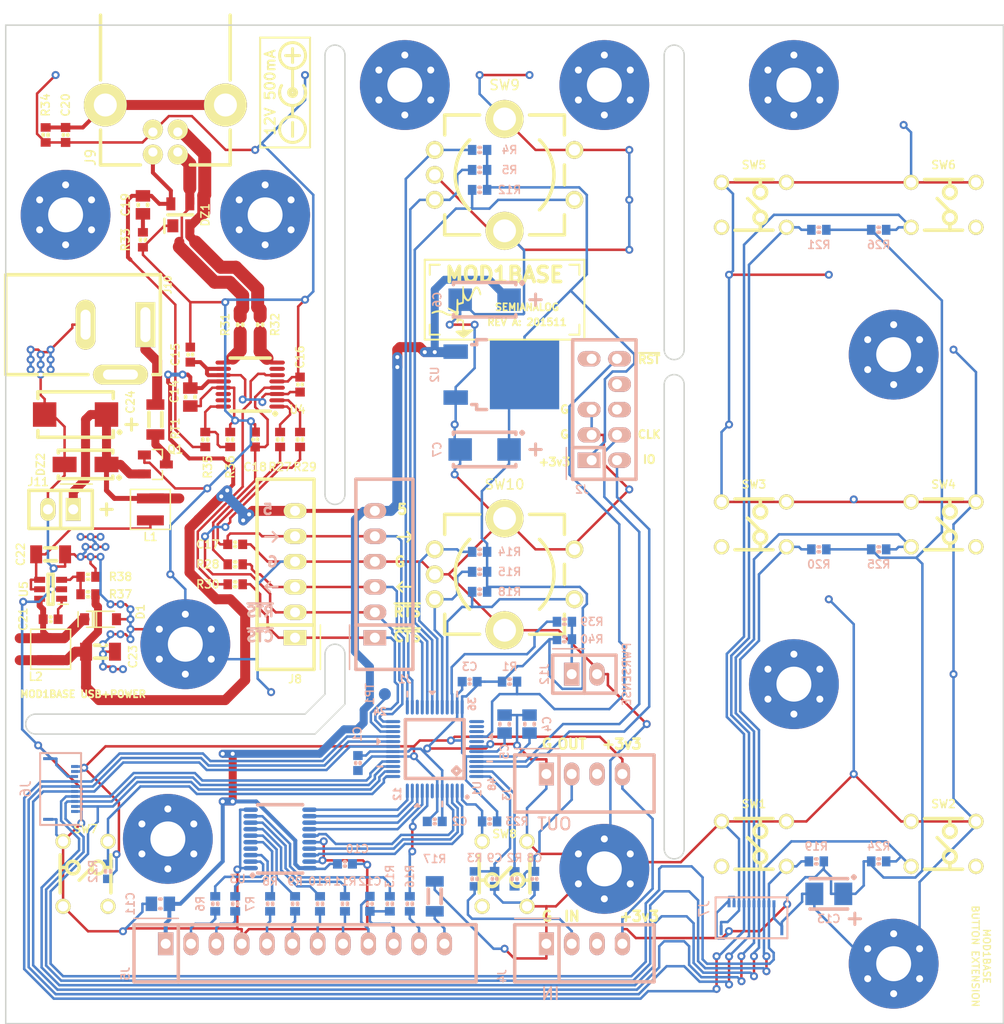
<source format=kicad_pcb>
(kicad_pcb (version 20171130) (host pcbnew "(5.1.12)-1")
  (layers (0 F.Cu signal) (31 B.Cu signal) (34 B.Paste user hide) (35 F.Paste user hide) (36 B.SilkS user hide) (37 F.SilkS user hide) (38 B.Mask user hide) (39 F.Mask user hide) (44 Edge.Cuts user))
  (net 0 "")
  (net 1 5)
  (net 2 GND)
  (net 3 3.3)
  (net 4 /VCORE)
  (net 5 VBUS)
  (net 6 /SWDIO)
  (net 7 /SWCLK)
  (net 8 /~RST)
  (net 9 "Net-(R10-Pad2)")
  (net 10 "Net-(MP1-Pad1)")
  (net 11 /SW1)
  (net 12 /SW5)
  (net 13 /SW3)
  (net 14 /ROT1)
  (net 15 /ROT2)
  (net 16 /ROT4)
  (net 17 /ROT5)
  (net 18 /ROT0)
  (net 19 /ROT3)
  (net 20 /SW7)
  (net 21 /SW2)
  (net 22 /SW6)
  (net 23 /COM_IN)
  (net 24 "Net-(C8-Pad1)")
  (net 25 /COM_OUT)
  (net 26 +3.3A)
  (net 27 /SW4)
  (net 28 12)
  (net 29 "Net-(MP4-Pad1)")
  (net 30 "Net-(MP6-Pad1)")
  (net 31 "Net-(MP7-Pad1)")
  (net 32 "Net-(MP9-Pad1)")
  (net 33 "Net-(MP10-Pad1)")
  (net 34 "/Rear breakaway/FROM_USB")
  (net 35 /Panel/5VLCD_CONT)
  (net 36 "/Rear breakaway/5VIN")
  (net 37 "/Rear breakaway/5VSW")
  (net 38 "/Rear breakaway/USBD+")
  (net 39 "/Rear breakaway/USBD-")
  (net 40 "/Rear breakaway/~CTS")
  (net 41 "/Rear breakaway/~RTS")
  (net 42 "/Rear breakaway/TO_USB")
  (net 43 /Panel/5VLCD_D_~C)
  (net 44 /Panel/5VLCD_E)
  (net 45 /Panel/5VLCD_D4)
  (net 46 /Panel/5VLCD_D5)
  (net 47 /Panel/5VLCD_D6)
  (net 48 /Panel/5VLCD_D7)
  (net 49 /Panel/5VVFD_BUSY)
  (net 50 /Panel/5VLCD_LEDK)
  (net 51 "/Rear breakaway/VBSENSE_FTDI")
  (net 52 "/Rear breakaway/D-")
  (net 53 "/Rear breakaway/D+")
  (net 54 /Panel/VFD_BUSY)
  (net 55 "/Rear breakaway/5VFB")
  (net 56 /Panel/LCD_D_~C)
  (net 57 /Panel/LCD_E)
  (net 58 /Panel/LCD_D4)
  (net 59 /Panel/LCD_D5)
  (net 60 /Panel/LCD_D6)
  (net 61 /Panel/LCD_D7)
  (net 62 /Panel/LCD_CONT)
  (net 63 "Net-(Q1-Pad3)")
  (net 64 "Net-(C18-Pad1)")
  (net 65 "Net-(C19-Pad2)")
  (net 66 "Net-(C20-Pad1)")
  (net 67 "Net-(C21-Pad2)")
  (net 68 "Net-(J2-Pad9)")
  (net 69 "Net-(J2-Pad6)")
  (net 70 "Net-(J2-Pad8)")
  (net 71 "Net-(J3-Pad3)")
  (net 72 "Net-(J4-Pad2)")
  (net 73 "Net-(J4-Pad3)")
  (net 74 "Net-(J10-Pad1)")
  (net 75 "Net-(MP3-Pad1)")
  (net 76 "Net-(MP8-Pad1)")
  (net 77 "Net-(R6-Pad2)")
  (net 78 "Net-(R7-Pad2)")
  (net 79 "Net-(R8-Pad2)")
  (net 80 "Net-(R9-Pad2)")
  (net 81 "Net-(R11-Pad2)")
  (net 82 "Net-(R13-Pad1)")
  (net 83 "Net-(R27-Pad2)")
  (net 84 "Net-(R29-Pad2)")
  (net 85 "Net-(R30-Pad2)")
  (net 86 "Net-(U1-Pad7)")
  (net 87 "Net-(U1-Pad27)")
  (net 88 "Net-(U1-Pad37)")
  (net 89 "Net-(U1-Pad38)")
  (net 90 "Net-(U1-Pad39)")
  (net 91 "Net-(U1-Pad41)")
  (net 92 "Net-(U3-Pad4)")
  (net 93 "Net-(U4-Pad7)")
  (net 94 "Net-(U4-Pad14)")
  (net 95 "Net-(U4-Pad15)")
  (net 96 /SW8)
  (net 97 "Net-(J12-Pad1)")
  (net 98 /PWRSENSE)
  (net 99 "Net-(TP1-Pad1)")
  (module VIA (layer F.Cu) (at 47 30 90)
    (fp_text reference REF**_57 hide)
    (fp_text value VIA hide)
    (pad 1 thru_hole circle (at 0 0 90) (size 0.8 0.8) (drill 0.4) (layers *.Cu) (net 2 GND))
  )
  (module LOGO (layer F.Cu) (at 45.25 28.75)
    (fp_text reference G***_2 hide)
    (fp_text value LOGO hide)
  )
  (module VIA (layer F.Cu) (at 9.5 51.25 180)
    (fp_text reference REF**1333 hide)
    (fp_text value VIA hide)
    (pad 1 thru_hole circle (at 0 0 180) (size 0.8 0.8) (drill 0.4) (layers *.Cu) (net 2 GND))
  )
  (module VIA (layer F.Cu) (at 10 52.25 180)
    (fp_text reference REF**1323 hide)
    (fp_text value VIA hide)
    (pad 1 thru_hole circle (at 0 0 180) (size 0.8 0.8) (drill 0.4) (layers *.Cu) (net 2 GND))
  )
  (module VIA (layer F.Cu) (at 9.5 53.25 180)
    (fp_text reference REF**1313 hide)
    (fp_text value VIA hide)
    (pad 1 thru_hole circle (at 0 0 180) (size 0.8 0.8) (drill 0.4) (layers *.Cu) (net 2 GND))
  )
  (module VIA (layer F.Cu) (at 8.5 51.25 180)
    (fp_text reference REF**1332 hide)
    (fp_text value VIA hide)
    (pad 1 thru_hole circle (at 0 0 180) (size 0.8 0.8) (drill 0.4) (layers *.Cu) (net 2 GND))
  )
  (module VIA (layer F.Cu) (at 9 52.25 180)
    (fp_text reference REF**1322 hide)
    (fp_text value VIA hide)
    (pad 1 thru_hole circle (at 0 0 180) (size 0.8 0.8) (drill 0.4) (layers *.Cu) (net 2 GND))
  )
  (module VIA (layer F.Cu) (at 8.5 53.25 180)
    (fp_text reference REF**1312 hide)
    (fp_text value VIA hide)
    (pad 1 thru_hole circle (at 0 0 180) (size 0.8 0.8) (drill 0.4) (layers *.Cu) (net 2 GND))
  )
  (module VIA (layer F.Cu) (at 7.5 51.25 180)
    (fp_text reference REF**1331 hide)
    (fp_text value VIA hide)
    (pad 1 thru_hole circle (at 0 0 180) (size 0.8 0.8) (drill 0.4) (layers *.Cu) (net 2 GND))
  )
  (module VIA (layer F.Cu) (at 8 52.25 180)
    (fp_text reference REF**1321 hide)
    (fp_text value VIA hide)
    (pad 1 thru_hole circle (at 0 0 180) (size 0.8 0.8) (drill 0.4) (layers *.Cu) (net 2 GND))
  )
  (module VIA (layer F.Cu) (at 7.5 53.25 180)
    (fp_text reference REF**1311 hide)
    (fp_text value VIA hide)
    (pad 1 thru_hole circle (at 0 0 180) (size 0.8 0.8) (drill 0.4) (layers *.Cu) (net 2 GND))
  )
  (module VIA (layer F.Cu) (at 4.5 34.5 90)
    (fp_text reference REF**133 hide)
    (fp_text value VIA hide)
    (pad 1 thru_hole circle (at 0 0 90) (size 0.8 0.8) (drill 0.4) (layers *.Cu) (net 2 GND))
  )
  (module VIA (layer F.Cu) (at 3.5 35 90)
    (fp_text reference REF**123 hide)
    (fp_text value VIA hide)
    (pad 1 thru_hole circle (at 0 0 90) (size 0.8 0.8) (drill 0.4) (layers *.Cu) (net 2 GND))
  )
  (module VIA (layer F.Cu) (at 2.5 34.5 90)
    (fp_text reference REF**113 hide)
    (fp_text value VIA hide)
    (pad 1 thru_hole circle (at 0 0 90) (size 0.8 0.8) (drill 0.4) (layers *.Cu) (net 2 GND))
  )
  (module VIA (layer F.Cu) (at 4.5 33.5 90)
    (fp_text reference REF**132 hide)
    (fp_text value VIA hide)
    (pad 1 thru_hole circle (at 0 0 90) (size 0.8 0.8) (drill 0.4) (layers *.Cu) (net 2 GND))
  )
  (module VIA (layer F.Cu) (at 3.5 34 90)
    (fp_text reference REF**122 hide)
    (fp_text value VIA hide)
    (pad 1 thru_hole circle (at 0 0 90) (size 0.8 0.8) (drill 0.4) (layers *.Cu) (net 2 GND))
  )
  (module VIA (layer F.Cu) (at 2.5 33.5 90)
    (fp_text reference REF**112 hide)
    (fp_text value VIA hide)
    (pad 1 thru_hole circle (at 0 0 90) (size 0.8 0.8) (drill 0.4) (layers *.Cu) (net 2 GND))
  )
  (module VIA (layer F.Cu) (at 4.5 32.5 90)
    (fp_text reference REF**131 hide)
    (fp_text value VIA hide)
    (pad 1 thru_hole circle (at 0 0 90) (size 0.8 0.8) (drill 0.4) (layers *.Cu) (net 2 GND))
  )
  (module VIA (layer F.Cu) (at 3.5 33 90)
    (fp_text reference REF**121 hide)
    (fp_text value VIA hide)
    (pad 1 thru_hole circle (at 0 0 90) (size 0.8 0.8) (drill 0.4) (layers *.Cu) (net 2 GND))
  )
  (module VIA (layer F.Cu) (at 2.5 32.5 90)
    (fp_text reference REF**111 hide)
    (fp_text value VIA hide)
    (pad 1 thru_hole circle (at 0 0 90) (size 0.8 0.8) (drill 0.4) (layers *.Cu) (net 2 GND))
  )
  (module VIA (layer F.Cu) (at 64.25 70 90)
    (fp_text reference REF**_56 hide)
    (fp_text value VIA hide)
    (pad 1 thru_hole circle (at 0 0 90) (size 0.8 0.8) (drill 0.4) (layers *.Cu) (net 2 GND))
  )
  (module VIA (layer F.Cu) (at 62.5 46.5 90)
    (fp_text reference REF**_55 hide)
    (fp_text value VIA hide)
    (pad 1 thru_hole circle (at 0 0 90) (size 0.8 0.8) (drill 0.4) (layers *.Cu) (net 2 GND))
  )
  (module conn-100mil:CONN-100MIL-M-2x5 (layer B.Cu) (at 60 38.5 90)
    (fp_text reference J2 (at -8 -2.25 180) (layer B.SilkS) (effects (font (size 0.8 0.8)) (justify mirror)))
    (fp_text value SWD)
    (pad 1 thru_hole rect (at -5.08 -1.27 90) (size 1.524 2.286) (drill 1 (offset 0 -0.254)) (layers *.Cu *.Mask B.SilkS) (net 3 3.3))
    (pad 3 thru_hole oval (at -2.54 -1.27 90) (size 1.524 2.286) (drill 1 (offset 0 -0.254)) (layers *.Cu *.Mask B.SilkS) (net 2 GND))
    (pad 5 thru_hole oval (at 0 -1.27 90) (size 1.524 2.286) (drill 1 (offset 0 -0.254)) (layers *.Cu *.Mask B.SilkS) (net 2 GND))
    (pad 9 thru_hole oval (at 5.08 -1.27 90) (size 1.524 2.286) (drill 1 (offset 0 -0.254)) (layers *.Cu *.Mask B.SilkS) (net 68 "Net-(J2-Pad9)"))
    (pad 2 thru_hole oval (at -5.08 1.27 90) (size 1.524 2.286) (drill 1 (offset 0 0.254)) (layers *.Cu *.Mask B.SilkS) (net 6 /SWDIO))
    (pad 4 thru_hole oval (at -2.54 1.27 90) (size 1.524 2.286) (drill 1 (offset 0 0.254)) (layers *.Cu *.Mask B.SilkS) (net 7 /SWCLK))
    (pad 6 thru_hole oval (at 0 1.27 90) (size 1.524 2.286) (drill 1 (offset 0 0.254)) (layers *.Cu *.Mask B.SilkS) (net 69 "Net-(J2-Pad6)"))
    (pad 8 thru_hole oval (at 2.54 1.27 90) (size 1.524 2.286) (drill 1 (offset 0 0.254)) (layers *.Cu *.Mask B.SilkS) (net 70 "Net-(J2-Pad8)"))
    (pad 10 thru_hole oval (at 5.08 1.27 90) (size 1.524 2.286) (drill 1 (offset 0 0.254)) (layers *.Cu *.Mask B.SilkS) (net 8 /~RST))
  )
  (module IPC7351-Nominal:CAPMP6032X280 (layer B.Cu) (at 48 27.5 180)
    (fp_text reference C6 (at 4.75 0 270) (layer B.SilkS) (effects (font (size 0.8 0.8)) (justify mirror)))
    (fp_text value 10u/25)
    (pad 1 smd rect (at -2.45 0 180) (size 2.35 2.25) (layers B.Cu B.Paste B.Mask) (net 1 5))
    (pad 2 smd rect (at 2.45 0 180) (size 2.35 2.25) (layers B.Cu B.Paste B.Mask) (net 2 GND))
  )
  (module Logo_silk_polarity_center_10x2.8mm (layer F.Cu) (at 28.75 6.75 90)
    (fp_text reference G*** hide)
    (fp_text value LOGO hide)
  )
  (module conn-cui:CONN-PJ-037A (layer F.Cu) (at 8 30 180)
    (fp_text reference J10 (at -8.25 4 270) (layer F.SilkS) (effects (font (size 0.7 0.7))))
    (fp_text value "12V 500mA" (at -18.5 23.25 270) (layer F.SilkS) (effects (font (thickness 0.2))))
    (pad 1 thru_hole rect (at -6 0 180) (size 2 4.5) (drill oval 1 3.5) (layers *.Cu *.Mask F.SilkS) (net 74 "Net-(J10-Pad1)"))
    (pad 2 thru_hole oval (at 0 0 180) (size 2 5) (drill oval 1 3) (layers *.Cu *.Mask F.SilkS) (net 2 GND))
    (pad X thru_hole oval (at -3.5 -5 270) (size 2 5.5) (drill oval 1 3.5) (layers *.Cu *.Mask F.SilkS))
  )
  (module VIA (layer F.Cu) (at 26.6 66.8 90)
    (fp_text reference REF**_54 hide)
    (fp_text value VIA hide)
    (pad 1 thru_hole circle (at 0 0 90) (size 0.8 0.8) (drill 0.4) (layers *.Cu) (net 2 GND))
  )
  (module VIA (layer F.Cu) (at 1.75 57.75 90)
    (fp_text reference REF**_53 hide)
    (fp_text value VIA hide)
    (pad 1 thru_hole circle (at 0 0 90) (size 0.8 0.8) (drill 0.4) (layers *.Cu) (net 2 GND))
  )
  (module VIA (layer F.Cu) (at 4.6 56.5 90)
    (fp_text reference REF**_52 hide)
    (fp_text value VIA hide)
    (pad 1 thru_hole circle (at 0 0 90) (size 0.8 0.8) (drill 0.4) (layers *.Cu) (net 2 GND))
  )
  (module VIA (layer F.Cu) (at 12.5 60.5 90)
    (fp_text reference REF**_51 hide)
    (fp_text value VIA hide)
    (pad 1 thru_hole circle (at 0 0 90) (size 0.8 0.8) (drill 0.4) (layers *.Cu) (net 2 GND))
  )
  (module VIA (layer F.Cu) (at 10.5 58 90)
    (fp_text reference REF**_50 hide)
    (fp_text value VIA hide)
    (pad 1 thru_hole circle (at 0 0 90) (size 0.8 0.8) (drill 0.4) (layers *.Cu) (net 2 GND))
  )
  (module VIA (layer F.Cu) (at 11.5 58 90)
    (fp_text reference REF**_49 hide)
    (fp_text value VIA hide)
    (pad 1 thru_hole circle (at 0 0 90) (size 0.8 0.8) (drill 0.4) (layers *.Cu) (net 2 GND))
  )
  (module VIA (layer F.Cu) (at 12.5 58.5 90)
    (fp_text reference REF**_48 hide)
    (fp_text value VIA hide)
    (pad 1 thru_hole circle (at 0 0 90) (size 0.8 0.8) (drill 0.4) (layers *.Cu) (net 2 GND))
  )
  (module VIA (layer F.Cu) (at 12.5 59.5 90)
    (fp_text reference REF**_47 hide)
    (fp_text value VIA hide)
    (pad 1 thru_hole circle (at 0 0 90) (size 0.8 0.8) (drill 0.4) (layers *.Cu) (net 2 GND))
  )
  (module VIA (layer F.Cu) (at 12.5 61.5 90)
    (fp_text reference REF**_46 hide)
    (fp_text value VIA hide)
    (pad 1 thru_hole circle (at 0 0 90) (size 0.8 0.8) (drill 0.4) (layers *.Cu) (net 2 GND))
  )
  (module VIA (layer F.Cu) (at 9.75 62 90)
    (fp_text reference REF**_45 hide)
    (fp_text value VIA hide)
    (pad 1 thru_hole circle (at 0 0 90) (size 0.8 0.8) (drill 0.4) (layers *.Cu) (net 2 GND))
  )
  (module VIA (layer F.Cu) (at 9.75 63 90)
    (fp_text reference REF**_44 hide)
    (fp_text value VIA hide)
    (pad 1 thru_hole circle (at 0 0 90) (size 0.8 0.8) (drill 0.4) (layers *.Cu) (net 2 GND))
  )
  (module VIA (layer F.Cu) (at 11.5 61 90)
    (fp_text reference REF**_43 hide)
    (fp_text value VIA hide)
    (pad 1 thru_hole circle (at 0 0 90) (size 0.8 0.8) (drill 0.4) (layers *.Cu) (net 2 GND))
  )
  (module VIA (layer F.Cu) (at 10.5 61 90)
    (fp_text reference REF**_42 hide)
    (fp_text value VIA hide)
    (pad 1 thru_hole circle (at 0 0 90) (size 0.8 0.8) (drill 0.4) (layers *.Cu) (net 2 GND))
  )
  (module VIA (layer F.Cu) (at 11.75 64.5 90)
    (fp_text reference REF**_41 hide)
    (fp_text value VIA hide)
    (pad 1 thru_hole circle (at 0 0 90) (size 0.8 0.8) (drill 0.4) (layers *.Cu) (net 2 GND))
  )
  (module VIA (layer F.Cu) (at 10.75 64.5 90)
    (fp_text reference REF**_40 hide)
    (fp_text value VIA hide)
    (pad 1 thru_hole circle (at 0 0 90) (size 0.8 0.8) (drill 0.4) (layers *.Cu) (net 2 GND))
  )
  (module VIA (layer F.Cu) (at 9.75 64.25 90)
    (fp_text reference REF**_39 hide)
    (fp_text value VIA hide)
    (pad 1 thru_hole circle (at 0 0 90) (size 0.8 0.8) (drill 0.4) (layers *.Cu) (net 2 GND))
  )
  (module VIA (layer F.Cu) (at 4.8 54.4 90)
    (fp_text reference REF**_38 hide)
    (fp_text value VIA hide)
    (pad 1 thru_hole circle (at 0 0 90) (size 0.8 0.8) (drill 0.4) (layers *.Cu) (net 2 GND))
  )
  (module conn-100mil:CONN-100MIL-M-1x4-SHROUD (layer B.Cu) (at 58 92)
    (fp_text reference J4 (at -8.25 3.25 90) (layer B.SilkS) (effects (font (size 0.8 0.8)) (justify mirror)))
    (fp_text value IN (at -3.4 5) (layer B.SilkS) (effects (font (size 1.2 1.2) (thickness 0.2)) (justify mirror)))
    (pad 1 thru_hole rect (at -3.81 0) (size 1.524 2.286) (drill 1) (layers *.Cu *.Mask B.SilkS) (net 2 GND))
    (pad 2 thru_hole oval (at -1.27 0) (size 1.524 2.286) (drill 1) (layers *.Cu *.Mask B.SilkS) (net 72 "Net-(J4-Pad2)"))
    (pad 3 thru_hole oval (at 1.27 0) (size 1.524 2.286) (drill 1) (layers *.Cu *.Mask B.SilkS) (net 73 "Net-(J4-Pad3)"))
    (pad 4 thru_hole oval (at 3.81 0) (size 1.524 2.286) (drill 1) (layers *.Cu *.Mask B.SilkS) (net 3 3.3))
  )
  (module VIA (layer F.Cu) (at 5 5 90)
    (fp_text reference REF**_37 hide)
    (fp_text value VIA hide)
    (pad 1 thru_hole circle (at 0 0 90) (size 0.8 0.8) (drill 0.4) (layers *.Cu) (net 2 GND))
  )
  (module VIA (layer F.Cu) (at 30 5 90)
    (fp_text reference REF**_36 hide)
    (fp_text value VIA hide)
    (pad 1 thru_hole circle (at 0 0 90) (size 0.8 0.8) (drill 0.4) (layers *.Cu) (net 2 GND))
  )
  (module VIA (layer F.Cu) (at 25 12.5 90)
    (fp_text reference REF**_35 hide)
    (fp_text value VIA hide)
    (pad 1 thru_hole circle (at 0 0 90) (size 0.8 0.8) (drill 0.4) (layers *.Cu) (net 2 GND))
  )
  (module VIA (layer F.Cu) (at 22 27.75 90)
    (fp_text reference REF**_34 hide)
    (fp_text value VIA hide)
    (pad 1 thru_hole circle (at 0 0 90) (size 0.8 0.8) (drill 0.4) (layers *.Cu) (net 2 GND))
  )
  (module VIA (layer F.Cu) (at 30 27.5 90)
    (fp_text reference REF**_33 hide)
    (fp_text value VIA hide)
    (pad 1 thru_hole circle (at 0 0 90) (size 0.8 0.8) (drill 0.4) (layers *.Cu) (net 2 GND))
  )
  (module VIA (layer F.Cu) (at 20.2 46.4 90)
    (fp_text reference REF**_32 hide)
    (fp_text value VIA hide)
    (pad 1 thru_hole circle (at 0 0 90) (size 0.8 0.8) (drill 0.4) (layers *.Cu) (net 2 GND))
  )
  (module VIA (layer F.Cu) (at 16.5 55 90)
    (fp_text reference REF**_31 hide)
    (fp_text value VIA hide)
    (pad 1 thru_hole circle (at 0 0 90) (size 0.8 0.8) (drill 0.4) (layers *.Cu) (net 2 GND))
  )
  (module VIA (layer F.Cu) (at 72.5 25 90)
    (fp_text reference REF**_30 hide)
    (fp_text value VIA hide)
    (pad 1 thru_hole circle (at 0 0 90) (size 0.8 0.8) (drill 0.4) (layers *.Cu) (net 2 GND))
  )
  (module VIA (layer F.Cu) (at 72.5 40 90)
    (fp_text reference REF**_29 hide)
    (fp_text value VIA hide)
    (pad 1 thru_hole circle (at 0 0 90) (size 0.8 0.8) (drill 0.4) (layers *.Cu) (net 2 GND))
  )
  (module VIA (layer F.Cu) (at 95 32.5 90)
    (fp_text reference REF**_28 hide)
    (fp_text value VIA hide)
    (pad 1 thru_hole circle (at 0 0 90) (size 0.8 0.8) (drill 0.4) (layers *.Cu) (net 2 GND))
  )
  (module VIA (layer F.Cu) (at 95 65 90)
    (fp_text reference REF**_27 hide)
    (fp_text value VIA hide)
    (pad 1 thru_hole circle (at 0 0 90) (size 0.8 0.8) (drill 0.4) (layers *.Cu) (net 2 GND))
  )
  (module VIA (layer F.Cu) (at 90 10 90)
    (fp_text reference REF**_26 hide)
    (fp_text value VIA hide)
    (pad 1 thru_hole circle (at 0 0 90) (size 0.8 0.8) (drill 0.4) (layers *.Cu) (net 2 GND))
  )
  (module VIA (layer F.Cu) (at 82.5 25 90)
    (fp_text reference REF**_25 hide)
    (fp_text value VIA hide)
    (pad 1 thru_hole circle (at 0 0 90) (size 0.8 0.8) (drill 0.4) (layers *.Cu) (net 2 GND))
  )
  (module VIA (layer F.Cu) (at 85 47.5 90)
    (fp_text reference REF**_24 hide)
    (fp_text value VIA hide)
    (pad 1 thru_hole circle (at 0 0 90) (size 0.8 0.8) (drill 0.4) (layers *.Cu) (net 2 GND))
  )
  (module VIA (layer F.Cu) (at 82.5 57.5 90)
    (fp_text reference REF**_23 hide)
    (fp_text value VIA hide)
    (pad 1 thru_hole circle (at 0 0 90) (size 0.8 0.8) (drill 0.4) (layers *.Cu) (net 2 GND))
  )
  (module VIA (layer F.Cu) (at 85 75 90)
    (fp_text reference REF**_22 hide)
    (fp_text value VIA hide)
    (pad 1 thru_hole circle (at 0 0 90) (size 0.8 0.8) (drill 0.4) (layers *.Cu) (net 2 GND))
  )
  (module VIA (layer F.Cu) (at 11.75 90.75 90)
    (fp_text reference REF**_21 hide)
    (fp_text value VIA hide)
    (pad 1 thru_hole circle (at 0 0 90) (size 0.8 0.8) (drill 0.4) (layers *.Cu) (net 2 GND))
  )
  (module VIA (layer F.Cu) (at 50 92.5 90)
    (fp_text reference REF**_20 hide)
    (fp_text value VIA hide)
    (pad 1 thru_hole circle (at 0 0 90) (size 0.8 0.8) (drill 0.4) (layers *.Cu) (net 2 GND))
  )
  (module VIA (layer F.Cu) (at 52.5 5 90)
    (fp_text reference REF**_19 hide)
    (fp_text value VIA hide)
    (pad 1 thru_hole circle (at 0 0 90) (size 0.8 0.8) (drill 0.4) (layers *.Cu) (net 2 GND))
  )
  (module VIA (layer F.Cu) (at 47.5 5 90)
    (fp_text reference REF**_18 hide)
    (fp_text value VIA hide)
    (pad 1 thru_hole circle (at 0 0 90) (size 0.8 0.8) (drill 0.4) (layers *.Cu) (net 2 GND))
  )
  (module VIA (layer F.Cu) (at 44.5 30 90)
    (fp_text reference REF**_17 hide)
    (fp_text value VIA hide)
    (pad 1 thru_hole circle (at 0 0 90) (size 0.8 0.8) (drill 0.4) (layers *.Cu) (net 2 GND))
  )
  (module VIA (layer F.Cu) (at 45 40 90)
    (fp_text reference REF**_16 hide)
    (fp_text value VIA hide)
    (pad 1 thru_hole circle (at 0 0 90) (size 0.8 0.8) (drill 0.4) (layers *.Cu) (net 2 GND))
  )
  (module VIA (layer F.Cu) (at 45 45 90)
    (fp_text reference REF**_15 hide)
    (fp_text value VIA hide)
    (pad 1 thru_hole circle (at 0 0 90) (size 0.8 0.8) (drill 0.4) (layers *.Cu) (net 2 GND))
  )
  (module VIA (layer F.Cu) (at 62.5 12.5 90)
    (fp_text reference REF**_14 hide)
    (fp_text value VIA hide)
    (pad 1 thru_hole circle (at 0 0 90) (size 0.8 0.8) (drill 0.4) (layers *.Cu) (net 2 GND))
  )
  (module VIA (layer F.Cu) (at 62.5 17.5 90)
    (fp_text reference REF**_13 hide)
    (fp_text value VIA hide)
    (pad 1 thru_hole circle (at 0 0 90) (size 0.8 0.8) (drill 0.4) (layers *.Cu) (net 2 GND))
  )
  (module VIA (layer F.Cu) (at 62.5 22.5 90)
    (fp_text reference REF**_12 hide)
    (fp_text value VIA hide)
    (pad 1 thru_hole circle (at 0 0 90) (size 0.8 0.8) (drill 0.4) (layers *.Cu) (net 2 GND))
  )
  (module MOUSE (layer F.Cu) (at 67 85.5 90)
    (fp_text reference REF**_11 hide)
    (fp_text value MOUSE hide)
    (pad "" np_thru_hole circle (at 0 0 90) (size 1.2 1.2) (drill 1.2) (layers *.Cu *.Mask))
  )
  (module MOUSE (layer F.Cu) (at 67 98.08 90)
    (fp_text reference REF**_10 hide)
    (fp_text value MOUSE hide)
    (pad "" np_thru_hole circle (at 0 0 90) (size 1.2 1.2) (drill 1.2) (layers *.Cu *.Mask))
  )
  (module MOUSE (layer F.Cu) (at 67 87.92 90)
    (fp_text reference REF**_9 hide)
    (fp_text value MOUSE hide)
    (pad "" np_thru_hole circle (at 0 0 90) (size 1.2 1.2) (drill 1.2) (layers *.Cu *.Mask))
  )
  (module MOUSE (layer F.Cu) (at 67 95.54 90)
    (fp_text reference REF**_8 hide)
    (fp_text value MOUSE hide)
    (pad "" np_thru_hole circle (at 0 0 90) (size 1.2 1.2) (drill 1.2) (layers *.Cu *.Mask))
  )
  (module MOUSE (layer F.Cu) (at 67 90.46 90)
    (fp_text reference REF**_7 hide)
    (fp_text value MOUSE hide)
    (pad "" np_thru_hole circle (at 0 0 90) (size 1.2 1.2) (drill 1.2) (layers *.Cu *.Mask))
  )
  (module MOUSE (layer F.Cu) (at 67 93 90)
    (fp_text reference REF**_6 hide)
    (fp_text value MOUSE hide)
    (pad "" np_thru_hole circle (at 0 0 90) (size 1.2 1.2) (drill 1.2) (layers *.Cu *.Mask))
  )
  (module FFC (layer B.Cu) (at 5.5 76.5 90)
    (fp_text reference J6 (at 0 -3.5 90) (layer B.SilkS) (effects (justify mirror)))
    (fp_text value 5034801000)
    (pad 1 smd rect (at -2.25 1.4 90) (size 0.3 0.7) (layers B.Cu B.Paste B.Mask) (net 2 GND))
    (pad 2 smd rect (at -1.75 1.4 90) (size 0.3 0.7) (layers B.Cu B.Paste B.Mask) (net 11 /SW1))
    (pad 3 smd rect (at -1.25 1.4 90) (size 0.3 0.7) (layers B.Cu B.Paste B.Mask) (net 21 /SW2))
    (pad 4 smd rect (at -0.75 1.4 90) (size 0.3 0.7) (layers B.Cu B.Paste B.Mask) (net 13 /SW3))
    (pad 5 smd rect (at -0.25 1.4 90) (size 0.3 0.7) (layers B.Cu B.Paste B.Mask) (net 27 /SW4))
    (pad 6 smd rect (at 0.25 1.4 90) (size 0.3 0.7) (layers B.Cu B.Paste B.Mask) (net 12 /SW5))
    (pad 7 smd rect (at 0.75 1.4 90) (size 0.3 0.7) (layers B.Cu B.Paste B.Mask) (net 22 /SW6))
    (pad 8 smd rect (at 1.25 1.4 90) (size 0.3 0.7) (layers B.Cu B.Paste B.Mask) (net 2 GND))
    (pad 9 smd rect (at 1.75 1.4 90) (size 0.3 0.7) (layers B.Cu B.Paste B.Mask) (net 3 3.3))
    (pad 10 smd rect (at 2.25 1.4 90) (size 0.3 0.7) (layers B.Cu B.Paste B.Mask) (net 3 3.3))
    (pad 1 smd rect (at -3.04 -1.25 90) (size 0.3 1) (layers B.Cu B.Paste B.Mask) (net 2 GND))
    (pad 1 smd rect (at 3.04 -1.25 90) (size 0.3 1) (layers B.Cu B.Paste B.Mask) (net 2 GND))
  )
  (module FFC (layer B.Cu) (at 74.75 89.4 180)
    (fp_text reference J7 (at 4.75 0.9 270) (layer B.SilkS) (effects (justify mirror)))
    (fp_text value 5034801000)
    (pad 1 smd rect (at -2.25 1.4 180) (size 0.3 0.7) (layers B.Cu B.Paste B.Mask) (net 2 GND))
    (pad 2 smd rect (at -1.75 1.4 180) (size 0.3 0.7) (layers B.Cu B.Paste B.Mask) (net 11 /SW1))
    (pad 3 smd rect (at -1.25 1.4 180) (size 0.3 0.7) (layers B.Cu B.Paste B.Mask) (net 21 /SW2))
    (pad 4 smd rect (at -0.75 1.4 180) (size 0.3 0.7) (layers B.Cu B.Paste B.Mask) (net 13 /SW3))
    (pad 5 smd rect (at -0.25 1.4 180) (size 0.3 0.7) (layers B.Cu B.Paste B.Mask) (net 27 /SW4))
    (pad 6 smd rect (at 0.25 1.4 180) (size 0.3 0.7) (layers B.Cu B.Paste B.Mask) (net 12 /SW5))
    (pad 7 smd rect (at 0.75 1.4 180) (size 0.3 0.7) (layers B.Cu B.Paste B.Mask) (net 22 /SW6))
    (pad 8 smd rect (at 1.25 1.4 180) (size 0.3 0.7) (layers B.Cu B.Paste B.Mask) (net 2 GND))
    (pad 9 smd rect (at 1.75 1.4 180) (size 0.3 0.7) (layers B.Cu B.Paste B.Mask) (net 3 3.3))
    (pad 10 smd rect (at 2.25 1.4 180) (size 0.3 0.7) (layers B.Cu B.Paste B.Mask) (net 3 3.3))
    (pad 1 smd rect (at -3.04 -1.25 180) (size 0.3 1) (layers B.Cu B.Paste B.Mask) (net 2 GND))
    (pad 1 smd rect (at 3.04 -1.25 180) (size 0.3 1) (layers B.Cu B.Paste B.Mask) (net 2 GND))
  )
  (module mech:SCREW-4-SUPPORTED (layer F.Cu) (at 79 6 90)
    (fp_text reference MP8 hide)
    (fp_text value SCREW hide)
    (pad 1 thru_hole circle (at 0 0 90) (size 9 9) (drill 3.5) (layers *.Cu *.Mask) (net 76 "Net-(MP8-Pad1)"))
    (pad 1 thru_hole circle (at 3 0 90) (size 1 1) (drill 0.7) (layers *.Cu *.Mask) (net 76 "Net-(MP8-Pad1)"))
    (pad 1 thru_hole circle (at 1.5 2.6 90) (size 1 1) (drill 0.7) (layers *.Cu *.Mask) (net 76 "Net-(MP8-Pad1)"))
    (pad 1 thru_hole circle (at -1.5 2.6 90) (size 1 1) (drill 0.7) (layers *.Cu *.Mask) (net 76 "Net-(MP8-Pad1)"))
    (pad 1 thru_hole circle (at -3 0 90) (size 1 1) (drill 0.7) (layers *.Cu *.Mask) (net 76 "Net-(MP8-Pad1)"))
    (pad 1 thru_hole circle (at -1.5 -2.6 90) (size 1 1) (drill 0.7) (layers *.Cu *.Mask) (net 76 "Net-(MP8-Pad1)"))
    (pad 1 thru_hole circle (at 1.5 -2.6 90) (size 1 1) (drill 0.7) (layers *.Cu *.Mask) (net 76 "Net-(MP8-Pad1)"))
  )
  (module mech:SCREW-4-SUPPORTED (layer F.Cu) (at 89 33 90)
    (fp_text reference MP7 hide)
    (fp_text value SCREW hide)
    (pad 1 thru_hole circle (at 0 0 90) (size 9 9) (drill 3.5) (layers *.Cu *.Mask) (net 31 "Net-(MP7-Pad1)"))
    (pad 1 thru_hole circle (at 3 0 90) (size 1 1) (drill 0.7) (layers *.Cu *.Mask) (net 31 "Net-(MP7-Pad1)"))
    (pad 1 thru_hole circle (at 1.5 2.6 90) (size 1 1) (drill 0.7) (layers *.Cu *.Mask) (net 31 "Net-(MP7-Pad1)"))
    (pad 1 thru_hole circle (at -1.5 2.6 90) (size 1 1) (drill 0.7) (layers *.Cu *.Mask) (net 31 "Net-(MP7-Pad1)"))
    (pad 1 thru_hole circle (at -3 0 90) (size 1 1) (drill 0.7) (layers *.Cu *.Mask) (net 31 "Net-(MP7-Pad1)"))
    (pad 1 thru_hole circle (at -1.5 -2.6 90) (size 1 1) (drill 0.7) (layers *.Cu *.Mask) (net 31 "Net-(MP7-Pad1)"))
    (pad 1 thru_hole circle (at 1.5 -2.6 90) (size 1 1) (drill 0.7) (layers *.Cu *.Mask) (net 31 "Net-(MP7-Pad1)"))
  )
  (module mech:SCREW-4-SUPPORTED (layer F.Cu) (at 79 66 90)
    (fp_text reference MP6 hide)
    (fp_text value SCREW hide)
    (pad 1 thru_hole circle (at 0 0 90) (size 9 9) (drill 3.5) (layers *.Cu *.Mask) (net 30 "Net-(MP6-Pad1)"))
    (pad 1 thru_hole circle (at 3 0 90) (size 1 1) (drill 0.7) (layers *.Cu *.Mask) (net 30 "Net-(MP6-Pad1)"))
    (pad 1 thru_hole circle (at 1.5 2.6 90) (size 1 1) (drill 0.7) (layers *.Cu *.Mask) (net 30 "Net-(MP6-Pad1)"))
    (pad 1 thru_hole circle (at -1.5 2.6 90) (size 1 1) (drill 0.7) (layers *.Cu *.Mask) (net 30 "Net-(MP6-Pad1)"))
    (pad 1 thru_hole circle (at -3 0 90) (size 1 1) (drill 0.7) (layers *.Cu *.Mask) (net 30 "Net-(MP6-Pad1)"))
    (pad 1 thru_hole circle (at -1.5 -2.6 90) (size 1 1) (drill 0.7) (layers *.Cu *.Mask) (net 30 "Net-(MP6-Pad1)"))
    (pad 1 thru_hole circle (at 1.5 -2.6 90) (size 1 1) (drill 0.7) (layers *.Cu *.Mask) (net 30 "Net-(MP6-Pad1)"))
  )
  (module mech:SCREW-4-SUPPORTED (layer F.Cu) (at 89 94 90)
    (fp_text reference MP5 hide)
    (fp_text value SCREW hide)
    (pad 1 thru_hole circle (at 0 0 90) (size 9 9) (drill 3.5) (layers *.Cu *.Mask) (net 2 GND))
    (pad 1 thru_hole circle (at 3 0 90) (size 1 1) (drill 0.7) (layers *.Cu *.Mask) (net 2 GND))
    (pad 1 thru_hole circle (at 1.5 2.6 90) (size 1 1) (drill 0.7) (layers *.Cu *.Mask) (net 2 GND))
    (pad 1 thru_hole circle (at -1.5 2.6 90) (size 1 1) (drill 0.7) (layers *.Cu *.Mask) (net 2 GND))
    (pad 1 thru_hole circle (at -3 0 90) (size 1 1) (drill 0.7) (layers *.Cu *.Mask) (net 2 GND))
    (pad 1 thru_hole circle (at -1.5 -2.6 90) (size 1 1) (drill 0.7) (layers *.Cu *.Mask) (net 2 GND))
    (pad 1 thru_hole circle (at 1.5 -2.6 90) (size 1 1) (drill 0.7) (layers *.Cu *.Mask) (net 2 GND))
  )
  (module mech:SCREW-4-SUPPORTED (layer F.Cu) (at 60 6 90)
    (fp_text reference MP4 hide)
    (fp_text value SCREW hide)
    (pad 1 thru_hole circle (at 0 0 90) (size 9 9) (drill 3.5) (layers *.Cu *.Mask) (net 29 "Net-(MP4-Pad1)"))
    (pad 1 thru_hole circle (at 3 0 90) (size 1 1) (drill 0.7) (layers *.Cu *.Mask) (net 29 "Net-(MP4-Pad1)"))
    (pad 1 thru_hole circle (at 1.5 2.6 90) (size 1 1) (drill 0.7) (layers *.Cu *.Mask) (net 29 "Net-(MP4-Pad1)"))
    (pad 1 thru_hole circle (at -1.5 2.6 90) (size 1 1) (drill 0.7) (layers *.Cu *.Mask) (net 29 "Net-(MP4-Pad1)"))
    (pad 1 thru_hole circle (at -3 0 90) (size 1 1) (drill 0.7) (layers *.Cu *.Mask) (net 29 "Net-(MP4-Pad1)"))
    (pad 1 thru_hole circle (at -1.5 -2.6 90) (size 1 1) (drill 0.7) (layers *.Cu *.Mask) (net 29 "Net-(MP4-Pad1)"))
    (pad 1 thru_hole circle (at 1.5 -2.6 90) (size 1 1) (drill 0.7) (layers *.Cu *.Mask) (net 29 "Net-(MP4-Pad1)"))
  )
  (module mech:SCREW-4-SUPPORTED (layer F.Cu) (at 40 6 90)
    (fp_text reference MP3 hide)
    (fp_text value SCREW hide)
    (pad 1 thru_hole circle (at 0 0 90) (size 9 9) (drill 3.5) (layers *.Cu *.Mask) (net 75 "Net-(MP3-Pad1)"))
    (pad 1 thru_hole circle (at 3 0 90) (size 1 1) (drill 0.7) (layers *.Cu *.Mask) (net 75 "Net-(MP3-Pad1)"))
    (pad 1 thru_hole circle (at 1.5 2.6 90) (size 1 1) (drill 0.7) (layers *.Cu *.Mask) (net 75 "Net-(MP3-Pad1)"))
    (pad 1 thru_hole circle (at -1.5 2.6 90) (size 1 1) (drill 0.7) (layers *.Cu *.Mask) (net 75 "Net-(MP3-Pad1)"))
    (pad 1 thru_hole circle (at -3 0 90) (size 1 1) (drill 0.7) (layers *.Cu *.Mask) (net 75 "Net-(MP3-Pad1)"))
    (pad 1 thru_hole circle (at -1.5 -2.6 90) (size 1 1) (drill 0.7) (layers *.Cu *.Mask) (net 75 "Net-(MP3-Pad1)"))
    (pad 1 thru_hole circle (at 1.5 -2.6 90) (size 1 1) (drill 0.7) (layers *.Cu *.Mask) (net 75 "Net-(MP3-Pad1)"))
  )
  (module mech:SCREW-4-SUPPORTED (layer F.Cu) (at 60 84.5 90)
    (fp_text reference MP2 hide)
    (fp_text value SCREW hide)
    (pad 1 thru_hole circle (at 0 0 90) (size 9 9) (drill 3.5) (layers *.Cu *.Mask) (net 2 GND))
    (pad 1 thru_hole circle (at 3 0 90) (size 1 1) (drill 0.7) (layers *.Cu *.Mask) (net 2 GND))
    (pad 1 thru_hole circle (at 1.5 2.6 90) (size 1 1) (drill 0.7) (layers *.Cu *.Mask) (net 2 GND))
    (pad 1 thru_hole circle (at -1.5 2.6 90) (size 1 1) (drill 0.7) (layers *.Cu *.Mask) (net 2 GND))
    (pad 1 thru_hole circle (at -3 0 90) (size 1 1) (drill 0.7) (layers *.Cu *.Mask) (net 2 GND))
    (pad 1 thru_hole circle (at -1.5 -2.6 90) (size 1 1) (drill 0.7) (layers *.Cu *.Mask) (net 2 GND))
    (pad 1 thru_hole circle (at 1.5 -2.6 90) (size 1 1) (drill 0.7) (layers *.Cu *.Mask) (net 2 GND))
  )
  (module mech:SCREW-4-SUPPORTED (layer F.Cu) (at 16.25 81.5 90)
    (fp_text reference MP1 hide)
    (fp_text value SCREW hide)
    (pad 1 thru_hole circle (at 0 0 90) (size 9 9) (drill 3.5) (layers *.Cu *.Mask) (net 10 "Net-(MP1-Pad1)"))
    (pad 1 thru_hole circle (at 3 0 90) (size 1 1) (drill 0.7) (layers *.Cu *.Mask) (net 10 "Net-(MP1-Pad1)"))
    (pad 1 thru_hole circle (at 1.5 2.6 90) (size 1 1) (drill 0.7) (layers *.Cu *.Mask) (net 10 "Net-(MP1-Pad1)"))
    (pad 1 thru_hole circle (at -1.5 2.6 90) (size 1 1) (drill 0.7) (layers *.Cu *.Mask) (net 10 "Net-(MP1-Pad1)"))
    (pad 1 thru_hole circle (at -3 0 90) (size 1 1) (drill 0.7) (layers *.Cu *.Mask) (net 10 "Net-(MP1-Pad1)"))
    (pad 1 thru_hole circle (at -1.5 -2.6 90) (size 1 1) (drill 0.7) (layers *.Cu *.Mask) (net 10 "Net-(MP1-Pad1)"))
    (pad 1 thru_hole circle (at 1.5 -2.6 90) (size 1 1) (drill 0.7) (layers *.Cu *.Mask) (net 10 "Net-(MP1-Pad1)"))
  )
  (module IPC7351-Nominal:QFP50P900X900X120-48 (layer B.Cu) (at 43 72.5 90)
    (fp_text reference U1 (at -4 4.25 90) (layer B.SilkS) (effects (font (size 0.8 0.8)) (justify mirror)))
    (fp_text value ATSAMD20G18A-AU)
    (pad 1 smd oval (at -4.2 2.75 90) (size 1.5 0.3) (layers B.Cu B.Paste B.Mask) (net 96 /SW8))
    (pad 2 smd oval (at -4.2 2.25 90) (size 1.5 0.3) (layers B.Cu B.Paste B.Mask) (net 56 /Panel/LCD_D_~C))
    (pad 3 smd oval (at -4.2 1.75 90) (size 1.5 0.3) (layers B.Cu B.Paste B.Mask) (net 57 /Panel/LCD_E))
    (pad 4 smd oval (at -4.2 1.25 90) (size 1.5 0.3) (layers B.Cu B.Paste B.Mask) (net 58 /Panel/LCD_D4))
    (pad 5 smd oval (at -4.2 0.75 90) (size 1.5 0.3) (layers B.Cu B.Paste B.Mask) (net 2 GND))
    (pad 6 smd oval (at -4.2 0.25 90) (size 1.5 0.3) (layers B.Cu B.Paste B.Mask) (net 3 3.3))
    (pad 7 smd oval (at -4.2 -0.25 90) (size 1.5 0.3) (layers B.Cu B.Paste B.Mask) (net 86 "Net-(U1-Pad7)"))
    (pad 8 smd oval (at -4.2 -0.75 90) (size 1.5 0.3) (layers B.Cu B.Paste B.Mask) (net 54 /Panel/VFD_BUSY))
    (pad 9 smd oval (at -4.2 -1.25 90) (size 1.5 0.3) (layers B.Cu B.Paste B.Mask) (net 59 /Panel/LCD_D5))
    (pad 10 smd oval (at -4.2 -1.75 90) (size 1.5 0.3) (layers B.Cu B.Paste B.Mask) (net 60 /Panel/LCD_D6))
    (pad 11 smd oval (at -4.2 -2.25 90) (size 1.5 0.3) (layers B.Cu B.Paste B.Mask) (net 61 /Panel/LCD_D7))
    (pad 12 smd oval (at -4.2 -2.75 90) (size 1.5 0.3) (layers B.Cu B.Paste B.Mask) (net 62 /Panel/LCD_CONT))
    (pad 13 smd oval (at -2.75 -4.2 90) (size 0.3 1.5) (layers B.Cu B.Paste B.Mask) (net 20 /SW7))
    (pad 14 smd oval (at -2.25 -4.2 90) (size 0.3 1.5) (layers B.Cu B.Paste B.Mask) (net 11 /SW1))
    (pad 15 smd oval (at -1.75 -4.2 90) (size 0.3 1.5) (layers B.Cu B.Paste B.Mask) (net 21 /SW2))
    (pad 16 smd oval (at -1.25 -4.2 90) (size 0.3 1.5) (layers B.Cu B.Paste B.Mask) (net 13 /SW3))
    (pad 17 smd oval (at -0.75 -4.2 90) (size 0.3 1.5) (layers B.Cu B.Paste B.Mask) (net 3 3.3))
    (pad 18 smd oval (at -0.25 -4.2 90) (size 0.3 1.5) (layers B.Cu B.Paste B.Mask) (net 2 GND))
    (pad 19 smd oval (at 0.25 -4.2 90) (size 0.3 1.5) (layers B.Cu B.Paste B.Mask) (net 27 /SW4))
    (pad 20 smd oval (at 0.75 -4.2 90) (size 0.3 1.5) (layers B.Cu B.Paste B.Mask) (net 12 /SW5))
    (pad 21 smd oval (at 1.25 -4.2 90) (size 0.3 1.5) (layers B.Cu B.Paste B.Mask) (net 22 /SW6))
    (pad 22 smd oval (at 1.75 -4.2 90) (size 0.3 1.5) (layers B.Cu B.Paste B.Mask) (net 99 "Net-(TP1-Pad1)"))
    (pad 23 smd oval (at 2.25 -4.2 90) (size 0.3 1.5) (layers B.Cu B.Paste B.Mask) (net 40 "/Rear breakaway/~CTS"))
    (pad 24 smd oval (at 2.75 -4.2 90) (size 0.3 1.5) (layers B.Cu B.Paste B.Mask) (net 41 "/Rear breakaway/~RTS"))
    (pad 25 smd oval (at 4.2 -2.75 90) (size 1.5 0.3) (layers B.Cu B.Paste B.Mask) (net 42 "/Rear breakaway/TO_USB"))
    (pad 26 smd oval (at 4.2 -2.25 90) (size 1.5 0.3) (layers B.Cu B.Paste B.Mask) (net 34 "/Rear breakaway/FROM_USB"))
    (pad 27 smd oval (at 4.2 -1.75 90) (size 1.5 0.3) (layers B.Cu B.Paste B.Mask) (net 87 "Net-(U1-Pad27)"))
    (pad 28 smd oval (at 4.2 -1.25 90) (size 1.5 0.3) (layers B.Cu B.Paste B.Mask) (net 14 /ROT1))
    (pad 29 smd oval (at 4.2 -0.75 90) (size 1.5 0.3) (layers B.Cu B.Paste B.Mask) (net 18 /ROT0))
    (pad 30 smd oval (at 4.2 -0.25 90) (size 1.5 0.3) (layers B.Cu B.Paste B.Mask) (net 15 /ROT2))
    (pad 31 smd oval (at 4.2 0.25 90) (size 1.5 0.3) (layers B.Cu B.Paste B.Mask) (net 16 /ROT4))
    (pad 32 smd oval (at 4.2 0.75 90) (size 1.5 0.3) (layers B.Cu B.Paste B.Mask) (net 19 /ROT3))
    (pad 33 smd oval (at 4.2 1.25 90) (size 1.5 0.3) (layers B.Cu B.Paste B.Mask) (net 17 /ROT5))
    (pad 34 smd oval (at 4.2 1.75 90) (size 1.5 0.3) (layers B.Cu B.Paste B.Mask) (net 98 /PWRSENSE))
    (pad 35 smd oval (at 4.2 2.25 90) (size 1.5 0.3) (layers B.Cu B.Paste B.Mask) (net 2 GND))
    (pad 36 smd oval (at 4.2 2.75 90) (size 1.5 0.3) (layers B.Cu B.Paste B.Mask) (net 3 3.3))
    (pad 37 smd oval (at 2.75 4.2 90) (size 0.3 1.5) (layers B.Cu B.Paste B.Mask) (net 88 "Net-(U1-Pad37)"))
    (pad 38 smd oval (at 2.25 4.2 90) (size 0.3 1.5) (layers B.Cu B.Paste B.Mask) (net 89 "Net-(U1-Pad38)"))
    (pad 39 smd oval (at 1.75 4.2 90) (size 0.3 1.5) (layers B.Cu B.Paste B.Mask) (net 90 "Net-(U1-Pad39)"))
    (pad 40 smd oval (at 1.25 4.2 90) (size 0.3 1.5) (layers B.Cu B.Paste B.Mask) (net 8 /~RST))
    (pad 41 smd oval (at 0.75 4.2 90) (size 0.3 1.5) (layers B.Cu B.Paste B.Mask) (net 91 "Net-(U1-Pad41)"))
    (pad 42 smd oval (at 0.25 4.2 90) (size 0.3 1.5) (layers B.Cu B.Paste B.Mask) (net 2 GND))
    (pad 43 smd oval (at -0.25 4.2 90) (size 0.3 1.5) (layers B.Cu B.Paste B.Mask) (net 4 /VCORE))
    (pad 44 smd oval (at -0.75 4.2 90) (size 0.3 1.5) (layers B.Cu B.Paste B.Mask) (net 3 3.3))
    (pad 45 smd oval (at -1.25 4.2 90) (size 0.3 1.5) (layers B.Cu B.Paste B.Mask) (net 7 /SWCLK))
    (pad 46 smd oval (at -1.75 4.2 90) (size 0.3 1.5) (layers B.Cu B.Paste B.Mask) (net 6 /SWDIO))
    (pad 47 smd oval (at -2.25 4.2 90) (size 0.3 1.5) (layers B.Cu B.Paste B.Mask) (net 25 /COM_OUT))
    (pad 48 smd oval (at -2.75 4.2 90) (size 0.3 1.5) (layers B.Cu B.Paste B.Mask) (net 23 /COM_IN))
  )
  (module smd-semi:TO-252 (layer B.Cu) (at 48.7 35)
    (fp_text reference U2 (at -5.7 0 90) (layer B.SilkS) (effects (font (size 0.8 0.8)) (justify mirror)))
    (fp_text value LM1117DT-3.3)
    (pad 1 smd rect (at -3.6 2.3 180) (size 2.45 1.45) (layers B.Cu B.Paste B.Mask) (net 2 GND))
    (pad 2 smd rect (at -3.6 -2.3 180) (size 2.45 1.45) (layers B.Cu B.Paste B.Mask) (net 1 5))
    (pad 3 smd rect (at 3.3 0 180) (size 6.95 6.95) (layers B.Cu B.Mask) (net 3 3.3))
  )
  (module MOUSE (layer F.Cu) (at 33 49.92 90)
    (fp_text reference REF**_5 hide)
    (fp_text value MOUSE hide)
    (pad "" np_thru_hole circle (at 0 0 90) (size 1.2 1.2) (drill 1.2) (layers *.Cu *.Mask))
  )
  (module MOUSE (layer F.Cu) (at 33 52.46 90)
    (fp_text reference REF**_4 hide)
    (fp_text value MOUSE hide)
    (pad "" np_thru_hole circle (at 0 0 90) (size 1.2 1.2) (drill 1.2) (layers *.Cu *.Mask))
  )
  (module MOUSE (layer F.Cu) (at 33 55 90)
    (fp_text reference REF**_3 hide)
    (fp_text value MOUSE hide)
    (pad "" np_thru_hole circle (at 0 0 90) (size 1.2 1.2) (drill 1.2) (layers *.Cu *.Mask))
  )
  (module MOUSE (layer F.Cu) (at 33 57.54 90)
    (fp_text reference REF**_2 hide)
    (fp_text value MOUSE hide)
    (pad "" np_thru_hole circle (at 0 0 90) (size 1.2 1.2) (drill 1.2) (layers *.Cu *.Mask))
  )
  (module MOUSE (layer F.Cu) (at 33 60.08 90)
    (fp_text reference REF** hide)
    (fp_text value MOUSE hide)
    (pad "" np_thru_hole circle (at 0 0 90) (size 1.2 1.2) (drill 1.2) (layers *.Cu *.Mask))
  )
  (module IPC7351-Nominal:CAPMP6032X280 (layer B.Cu) (at 48 42.5 180)
    (fp_text reference C7 (at 4.75 0 270) (layer B.SilkS) (effects (font (size 0.8 0.8)) (justify mirror)))
    (fp_text value 10u/25)
    (pad 1 smd rect (at -2.45 0 180) (size 2.35 2.25) (layers B.Cu B.Paste B.Mask) (net 3 3.3))
    (pad 2 smd rect (at 2.45 0 180) (size 2.35 2.25) (layers B.Cu B.Paste B.Mask) (net 2 GND))
  )
  (module IPC7351-Nominal:CAPC2012X70 (layer B.Cu) (at 52.5 70 90)
    (fp_text reference C4 (at 0 1.75 90) (layer B.SilkS) (effects (font (size 0.8 0.8)) (justify mirror)))
    (fp_text value 2u2)
    (pad 1 smd rect (at -0.9 0 90) (size 1.15 1.45) (layers B.Cu B.Paste B.Mask) (net 3 3.3))
    (pad 2 smd rect (at 0.9 0 90) (size 1.15 1.45) (layers B.Cu B.Paste B.Mask) (net 2 GND))
  )
  (module IPC7351-Nominal:CAPC1608X55 (layer B.Cu) (at 35.3 73.9 90)
    (fp_text reference C1 (at 2.9 -0.05 90) (layer B.SilkS) (effects (font (size 0.8 0.8)) (justify mirror)))
    (fp_text value 100n)
    (pad 1 smd rect (at -0.75 0 90) (size 0.9 0.95) (layers B.Cu B.Paste B.Mask) (net 3 3.3))
    (pad 2 smd rect (at 0.75 0 90) (size 0.9 0.95) (layers B.Cu B.Paste B.Mask) (net 2 GND))
  )
  (module IPC7351-Nominal:CAPC1608X55 (layer B.Cu) (at 43 79.75)
    (fp_text reference C2 (at 2.5 0) (layer B.SilkS) (effects (font (size 0.8 0.8)) (justify mirror)))
    (fp_text value 100n)
    (pad 1 smd rect (at -0.75 0) (size 0.9 0.95) (layers B.Cu B.Paste B.Mask) (net 3 3.3))
    (pad 2 smd rect (at 0.75 0) (size 0.9 0.95) (layers B.Cu B.Paste B.Mask) (net 2 GND))
  )
  (module IPC7351-Nominal:CAPC2012X70 (layer B.Cu) (at 50 70 90)
    (fp_text reference C5 (at -2.75 0 90) (layer B.SilkS) (effects (font (size 0.8 0.8)) (justify mirror)))
    (fp_text value 2u2)
    (pad 1 smd rect (at -0.9 0 90) (size 1.15 1.45) (layers B.Cu B.Paste B.Mask) (net 4 /VCORE))
    (pad 2 smd rect (at 0.9 0 90) (size 1.15 1.45) (layers B.Cu B.Paste B.Mask) (net 2 GND))
  )
  (module IPC7351-Nominal:CAPC1608X55 (layer F.Cu) (at 6 11 270)
    (fp_text reference C20 (at -3 0 270) (layer F.SilkS) (effects (font (size 0.8 0.8))))
    (fp_text value 220p)
    (pad 1 smd rect (at -0.75 0 270) (size 0.9 0.95) (layers F.Cu F.Paste F.Mask) (net 66 "Net-(C20-Pad1)"))
    (pad 2 smd rect (at 0.75 0 270) (size 0.9 0.95) (layers F.Cu F.Paste F.Mask) (net 2 GND))
  )
  (module IPC7351-Nominal:CAPC1608X55 (layer F.Cu) (at 18.5 33 90)
    (fp_text reference C15 (at 0 -1.5 90) (layer F.SilkS) (effects (font (size 0.8 0.8))))
    (fp_text value 100n)
    (pad 1 smd rect (at -0.75 0 90) (size 0.9 0.95) (layers F.Cu F.Paste F.Mask) (net 26 +3.3A))
    (pad 2 smd rect (at 0.75 0 90) (size 0.9 0.95) (layers F.Cu F.Paste F.Mask) (net 2 GND))
  )
  (module IPC7351-Nominal:CAPC1608X55 (layer F.Cu) (at 29.5 36 90)
    (fp_text reference C16 (at 2.75 0 90) (layer F.SilkS) (effects (font (size 0.8 0.8))))
    (fp_text value 100n)
    (pad 1 smd rect (at -0.75 0 90) (size 0.9 0.95) (layers F.Cu F.Paste F.Mask) (net 26 +3.3A))
    (pad 2 smd rect (at 0.75 0 90) (size 0.9 0.95) (layers F.Cu F.Paste F.Mask) (net 2 GND))
  )
  (module IPC7351-Nominal:CAPC1608X55 (layer F.Cu) (at 23 52)
    (fp_text reference C17 (at -2.75 0) (layer F.SilkS) (effects (font (size 0.8 0.8))))
    (fp_text value 220p)
    (pad 1 smd rect (at -0.75 0) (size 0.9 0.95) (layers F.Cu F.Paste F.Mask) (net 34 "/Rear breakaway/FROM_USB"))
    (pad 2 smd rect (at 0.75 0) (size 0.9 0.95) (layers F.Cu F.Paste F.Mask) (net 2 GND))
  )
  (module IPC7351-Nominal:CAPC1608X55 (layer F.Cu) (at 25 41.5 90)
    (fp_text reference C18 (at -2.75 0 180) (layer F.SilkS) (effects (font (size 0.8 0.8))))
    (fp_text value 220p)
    (pad 1 smd rect (at -0.75 0 90) (size 0.9 0.95) (layers F.Cu F.Paste F.Mask) (net 64 "Net-(C18-Pad1)"))
    (pad 2 smd rect (at 0.75 0 90) (size 0.9 0.95) (layers F.Cu F.Paste F.Mask) (net 2 GND))
  )
  (module IPC7351-Nominal:CAPC2012X70 (layer F.Cu) (at 18.5 37.25 270)
    (fp_text reference C14 (at -0.55 1.6 270) (layer F.SilkS) (effects (font (size 0.8 0.8))))
    (fp_text value 2u2)
    (pad 1 smd rect (at -0.9 0 270) (size 1.15 1.45) (layers F.Cu F.Paste F.Mask) (net 1 5))
    (pad 2 smd rect (at 0.9 0 270) (size 1.15 1.45) (layers F.Cu F.Paste F.Mask) (net 2 GND))
  )
  (module IPC7351-Nominal:CAPC1608X55 (layer B.Cu) (at 36.5 88 90)
    (fp_text reference C12 (at 2.25 0 180) (layer B.SilkS) (effects (font (size 0.8 0.8)) (justify mirror)))
    (fp_text value 100n)
    (pad 1 smd rect (at -0.75 0 90) (size 0.9 0.95) (layers B.Cu B.Paste B.Mask) (net 35 /Panel/5VLCD_CONT))
    (pad 2 smd rect (at 0.75 0 90) (size 0.9 0.95) (layers B.Cu B.Paste B.Mask) (net 2 GND))
  )
  (module smd-semi:SOT-143 (layer F.Cu) (at 17.5 19 90)
    (fp_text reference DZ1 (at 0 2.5 90) (layer F.SilkS) (effects (font (size 0.8 0.8))))
    (fp_text value DRTR5V0U2SR)
    (pad 1 smd rect (at -1.1 -0.75 270) (size 1.3 1.1) (layers F.Cu F.Paste F.Mask) (net 2 GND))
    (pad 2 smd rect (at -1.1 0.95 270) (size 1.3 0.9) (layers F.Cu F.Paste F.Mask) (net 38 "/Rear breakaway/USBD+"))
    (pad 3 smd rect (at 1.1 0.95 270) (size 1.3 0.9) (layers F.Cu F.Paste F.Mask) (net 39 "/Rear breakaway/USBD-"))
    (pad 4 smd rect (at 1.1 -0.95 270) (size 1.3 0.9) (layers F.Cu F.Paste F.Mask) (net 5 VBUS))
  )
  (module conn-fci:CONN-61729 (layer F.Cu) (at 16 8 180)
    (fp_text reference J9 (at 7.5 -5.25 270) (layer F.SilkS))
    (fp_text value USB)
    (pad SH thru_hole circle (at -6.02 0 180) (size 4.3 4.3) (drill 2.3) (layers *.Cu *.Mask F.SilkS) (net 66 "Net-(C20-Pad1)"))
    (pad SH thru_hole circle (at 6.02 0 180) (size 4.3 4.3) (drill 2.3) (layers *.Cu *.Mask F.SilkS) (net 66 "Net-(C20-Pad1)"))
    (pad 1 thru_hole oval (at 1.25 -4.71 180) (size 2 2) (drill 0.92 (offset 0 -0.25)) (layers *.Cu *.Mask F.SilkS) (net 5 VBUS))
    (pad 2 thru_hole oval (at -1.25 -4.71 180) (size 2 2) (drill 0.92 (offset 0 -0.25)) (layers *.Cu *.Mask F.SilkS) (net 39 "/Rear breakaway/USBD-"))
    (pad 3 thru_hole oval (at -1.25 -2.71 180) (size 2 2) (drill 0.92 (offset 0 0.25)) (layers *.Cu *.Mask F.SilkS) (net 38 "/Rear breakaway/USBD+"))
    (pad 4 thru_hole oval (at 1.25 -2.71 180) (size 2 2) (drill 0.92 (offset 0 0.25)) (layers *.Cu *.Mask F.SilkS) (net 2 GND))
  )
  (module smd-semi:SOT-23 (layer F.Cu) (at 15 44)
    (fp_text reference Q1 (at 2 -1.5 180) (layer F.SilkS) (effects (font (size 0.8 0.8))))
    (fp_text value IRLML6402)
    (pad 1 smd rect (at -1.1 -0.95) (size 1.3 0.9) (layers F.Cu F.Paste F.Mask) (net 2 GND))
    (pad 2 smd rect (at -1.1 0.95) (size 1.3 0.9) (layers F.Cu F.Paste F.Mask) (net 28 12))
    (pad 3 smd rect (at 1.1 0) (size 1.3 0.8) (layers F.Cu F.Paste F.Mask) (net 63 "Net-(Q1-Pad3)"))
  )
  (module IPC7351-Nominal:RESC1608X50 (layer B.Cu) (at 50.5 65.75)
    (fp_text reference R1 (at 0 -1.5) (layer B.SilkS) (effects (font (size 0.8 0.8)) (justify mirror)))
    (fp_text value 4k7)
    (pad 1 smd rect (at -0.75 0) (size 0.85 1) (layers B.Cu B.Paste B.Mask) (net 3 3.3))
    (pad 2 smd rect (at 0.75 0) (size 0.85 1) (layers B.Cu B.Paste B.Mask) (net 8 /~RST))
  )
  (module IPC7351-Nominal:RESC1608X50 (layer F.Cu) (at 4 11 270)
    (fp_text reference R34 (at -3 0 270) (layer F.SilkS) (effects (font (size 0.8 0.8))))
    (fp_text value 10k)
    (pad 1 smd rect (at -0.75 0 270) (size 0.85 1) (layers F.Cu F.Paste F.Mask) (net 66 "Net-(C20-Pad1)"))
    (pad 2 smd rect (at 0.75 0 270) (size 0.85 1) (layers F.Cu F.Paste F.Mask) (net 2 GND))
  )
  (module IPC7351-Nominal:RESC1608X50 (layer B.Cu) (at 87.5 52.5 180)
    (fp_text reference R25 (at 0 -1.5 180) (layer B.SilkS) (effects (font (size 0.8 0.8)) (justify mirror)))
    (fp_text value 4k7)
    (pad 1 smd rect (at -0.75 0 180) (size 0.85 1) (layers B.Cu B.Paste B.Mask) (net 27 /SW4))
    (pad 2 smd rect (at 0.75 0 180) (size 0.85 1) (layers B.Cu B.Paste B.Mask) (net 3 3.3))
  )
  (module IPC7351-Nominal:RESC1608X50 (layer B.Cu) (at 10.25 84.75 270)
    (fp_text reference R22 (at 0 1.5 270) (layer B.SilkS) (effects (font (size 0.8 0.8)) (justify mirror)))
    (fp_text value 4k7)
    (pad 1 smd rect (at -0.75 0 270) (size 0.85 1) (layers B.Cu B.Paste B.Mask) (net 20 /SW7))
    (pad 2 smd rect (at 0.75 0 270) (size 0.85 1) (layers B.Cu B.Paste B.Mask) (net 3 3.3))
  )
  (module IPC7351-Nominal:RESC1608X50 (layer F.Cu) (at 20 41.5 90)
    (fp_text reference R35 (at -2.75 0.25 90) (layer F.SilkS) (effects (font (size 0.8 0.8))))
    (fp_text value 4k7)
    (pad 1 smd rect (at -0.75 0 90) (size 0.85 1) (layers F.Cu F.Paste F.Mask) (net 5 VBUS))
    (pad 2 smd rect (at 0.75 0 90) (size 0.85 1) (layers F.Cu F.Paste F.Mask) (net 51 "/Rear breakaway/VBSENSE_FTDI"))
  )
  (module IPC7351-Nominal:RESC1608X50 (layer F.Cu) (at 22.5 41.5 90)
    (fp_text reference R36 (at -2.75 0 90) (layer F.SilkS) (effects (font (size 0.8 0.8))))
    (fp_text value 10k)
    (pad 1 smd rect (at -0.75 0 90) (size 0.85 1) (layers F.Cu F.Paste F.Mask) (net 51 "/Rear breakaway/VBSENSE_FTDI"))
    (pad 2 smd rect (at 0.75 0 90) (size 0.85 1) (layers F.Cu F.Paste F.Mask) (net 2 GND))
  )
  (module IPC7351-Nominal:RESC1608X50 (layer F.Cu) (at 23.5 30 90)
    (fp_text reference R31 (at 0 -1.5 90) (layer F.SilkS) (effects (font (size 0.8 0.8))))
    (fp_text value 27)
    (pad 1 smd rect (at -0.75 0 90) (size 0.85 1) (layers F.Cu F.Paste F.Mask) (net 52 "/Rear breakaway/D-"))
    (pad 2 smd rect (at 0.75 0 90) (size 0.85 1) (layers F.Cu F.Paste F.Mask) (net 39 "/Rear breakaway/USBD-"))
  )
  (module IPC7351-Nominal:RESC1608X50 (layer F.Cu) (at 25.5 30 90)
    (fp_text reference R32 (at 0 1.5 90) (layer F.SilkS) (effects (font (size 0.8 0.8))))
    (fp_text value 27)
    (pad 1 smd rect (at -0.75 0 90) (size 0.85 1) (layers F.Cu F.Paste F.Mask) (net 53 "/Rear breakaway/D+"))
    (pad 2 smd rect (at 0.75 0 90) (size 0.85 1) (layers F.Cu F.Paste F.Mask) (net 38 "/Rear breakaway/USBD+"))
  )
  (module IPC7351-Nominal:RESC1608X50 (layer F.Cu) (at 27.5 41.5 90)
    (fp_text reference R27 (at -2.75 0 180) (layer F.SilkS) (effects (font (size 0.8 0.8))))
    (fp_text value 100)
    (pad 1 smd rect (at -0.75 0 90) (size 0.85 1) (layers F.Cu F.Paste F.Mask) (net 34 "/Rear breakaway/FROM_USB"))
    (pad 2 smd rect (at 0.75 0 90) (size 0.85 1) (layers F.Cu F.Paste F.Mask) (net 83 "Net-(R27-Pad2)"))
  )
  (module IPC7351-Nominal:RESC1608X50 (layer F.Cu) (at 23 54 180)
    (fp_text reference R28 (at 2.75 0 180) (layer F.SilkS) (effects (font (size 0.8 0.8))))
    (fp_text value 100)
    (pad 1 smd rect (at -0.75 0 180) (size 0.85 1) (layers F.Cu F.Paste F.Mask) (net 42 "/Rear breakaway/TO_USB"))
    (pad 2 smd rect (at 0.75 0 180) (size 0.85 1) (layers F.Cu F.Paste F.Mask) (net 64 "Net-(C18-Pad1)"))
  )
  (module IPC7351-Nominal:RESC1608X50 (layer B.Cu) (at 81.25 83.75)
    (fp_text reference R19 (at 0 -1.5) (layer B.SilkS) (effects (font (size 0.8 0.8)) (justify mirror)))
    (fp_text value 4k7)
    (pad 1 smd rect (at -0.75 0) (size 0.85 1) (layers B.Cu B.Paste B.Mask) (net 11 /SW1))
    (pad 2 smd rect (at 0.75 0) (size 0.85 1) (layers B.Cu B.Paste B.Mask) (net 3 3.3))
  )
  (module IPC7351-Nominal:RESC1608X50 (layer B.Cu) (at 87.5 83.75 180)
    (fp_text reference R24 (at 0 1.5 180) (layer B.SilkS) (effects (font (size 0.8 0.8)) (justify mirror)))
    (fp_text value 4k7)
    (pad 1 smd rect (at -0.75 0 180) (size 0.85 1) (layers B.Cu B.Paste B.Mask) (net 21 /SW2))
    (pad 2 smd rect (at 0.75 0 180) (size 0.85 1) (layers B.Cu B.Paste B.Mask) (net 3 3.3))
  )
  (module IPC7351-Nominal:RESC1608X50 (layer B.Cu) (at 21 88 90)
    (fp_text reference R6 (at 0 -1.5 90) (layer B.SilkS) (effects (font (size 0.8 0.8)) (justify mirror)))
    (fp_text value 100)
    (pad 1 smd rect (at -0.75 0 90) (size 0.85 1) (layers B.Cu B.Paste B.Mask) (net 43 /Panel/5VLCD_D_~C))
    (pad 2 smd rect (at 0.75 0 90) (size 0.85 1) (layers B.Cu B.Paste B.Mask) (net 77 "Net-(R6-Pad2)"))
  )
  (module IPC7351-Nominal:RESC1608X50 (layer B.Cu) (at 31.5 88 90)
    (fp_text reference R10 (at 2.25 0 180) (layer B.SilkS) (effects (font (size 0.8 0.8)) (justify mirror)))
    (fp_text value 100)
    (pad 1 smd rect (at -0.75 0 90) (size 0.85 1) (layers B.Cu B.Paste B.Mask) (net 47 /Panel/5VLCD_D6))
    (pad 2 smd rect (at 0.75 0 90) (size 0.85 1) (layers B.Cu B.Paste B.Mask) (net 9 "Net-(R10-Pad2)"))
  )
  (module IPC7351-Nominal:RESC1608X50 (layer B.Cu) (at 38.5 88 270)
    (fp_text reference R13 (at -2.75 0 90) (layer B.SilkS) (effects (font (size 0.8 0.8)) (justify mirror)))
    (fp_text value 4k7)
    (pad 1 smd rect (at -0.75 0 270) (size 0.85 1) (layers B.Cu B.Paste B.Mask) (net 82 "Net-(R13-Pad1)"))
    (pad 2 smd rect (at 0.75 0 270) (size 0.85 1) (layers B.Cu B.Paste B.Mask) (net 35 /Panel/5VLCD_CONT))
  )
  (module IPC7351-Nominal:RESC1608X50 (layer B.Cu) (at 40.5 88 270)
    (fp_text reference R16 (at -2.75 0 90) (layer B.SilkS) (effects (font (size 0.8 0.8)) (justify mirror)))
    (fp_text value 4k7)
    (pad 1 smd rect (at -0.75 0 270) (size 0.85 1) (layers B.Cu B.Paste B.Mask) (net 54 /Panel/VFD_BUSY))
    (pad 2 smd rect (at 0.75 0 270) (size 0.85 1) (layers B.Cu B.Paste B.Mask) (net 49 /Panel/5VVFD_BUSY))
  )
  (module IPC7351-Nominal:RESC1608X50 (layer B.Cu) (at 23 88 90)
    (fp_text reference R7 (at 0 1.5 90) (layer B.SilkS) (effects (font (size 0.8 0.8)) (justify mirror)))
    (fp_text value 100)
    (pad 1 smd rect (at -0.75 0 90) (size 0.85 1) (layers B.Cu B.Paste B.Mask) (net 44 /Panel/5VLCD_E))
    (pad 2 smd rect (at 0.75 0 90) (size 0.85 1) (layers B.Cu B.Paste B.Mask) (net 78 "Net-(R7-Pad2)"))
  )
  (module IPC7351-Nominal:RESC1608X50 (layer B.Cu) (at 34 88 90)
    (fp_text reference R11 (at 2.25 0 180) (layer B.SilkS) (effects (font (size 0.8 0.8)) (justify mirror)))
    (fp_text value 100)
    (pad 1 smd rect (at -0.75 0 90) (size 0.85 1) (layers B.Cu B.Paste B.Mask) (net 48 /Panel/5VLCD_D7))
    (pad 2 smd rect (at 0.75 0 90) (size 0.85 1) (layers B.Cu B.Paste B.Mask) (net 81 "Net-(R11-Pad2)"))
  )
  (module IPC7351-Nominal:RESC1608X50 (layer B.Cu) (at 26.5 88 90)
    (fp_text reference R8 (at 2.25 0 180) (layer B.SilkS) (effects (font (size 0.8 0.8)) (justify mirror)))
    (fp_text value 100)
    (pad 1 smd rect (at -0.75 0 90) (size 0.85 1) (layers B.Cu B.Paste B.Mask) (net 45 /Panel/5VLCD_D4))
    (pad 2 smd rect (at 0.75 0 90) (size 0.85 1) (layers B.Cu B.Paste B.Mask) (net 79 "Net-(R8-Pad2)"))
  )
  (module IPC7351-Nominal:RESC1608X50 (layer B.Cu) (at 81.5 52.5)
    (fp_text reference R20 (at 0 1.5) (layer B.SilkS) (effects (font (size 0.8 0.8)) (justify mirror)))
    (fp_text value 4k7)
    (pad 1 smd rect (at -0.75 0) (size 0.85 1) (layers B.Cu B.Paste B.Mask) (net 13 /SW3))
    (pad 2 smd rect (at 0.75 0) (size 0.85 1) (layers B.Cu B.Paste B.Mask) (net 3 3.3))
  )
  (module IPC7351-Nominal:RESC1608X50 (layer B.Cu) (at 29 88 90)
    (fp_text reference R9 (at 2.25 0 180) (layer B.SilkS) (effects (font (size 0.8 0.8)) (justify mirror)))
    (fp_text value 100)
    (pad 1 smd rect (at -0.75 0 90) (size 0.85 1) (layers B.Cu B.Paste B.Mask) (net 46 /Panel/5VLCD_D5))
    (pad 2 smd rect (at 0.75 0 90) (size 0.85 1) (layers B.Cu B.Paste B.Mask) (net 80 "Net-(R9-Pad2)"))
  )
  (module IPC7351-Nominal:RESC3216X60 (layer B.Cu) (at 43 87.25 90)
    (fp_text reference R17 (at 3.75 0 180) (layer B.SilkS) (effects (font (size 0.8 0.8)) (justify mirror)))
    (fp_text value TBD)
    (pad 1 smd rect (at -1.5 0 90) (size 1.05 1.8) (layers B.Cu B.Paste B.Mask) (net 50 /Panel/5VLCD_LEDK))
    (pad 2 smd rect (at 1.5 0 90) (size 1.05 1.8) (layers B.Cu B.Paste B.Mask) (net 2 GND))
  )
  (module IPC7351-Nominal:RESC1608X50 (layer B.Cu) (at 81.5 20.5)
    (fp_text reference R21 (at 0 1.5) (layer B.SilkS) (effects (font (size 0.8 0.8)) (justify mirror)))
    (fp_text value 4k7)
    (pad 1 smd rect (at -0.75 0) (size 0.85 1) (layers B.Cu B.Paste B.Mask) (net 12 /SW5))
    (pad 2 smd rect (at 0.75 0) (size 0.85 1) (layers B.Cu B.Paste B.Mask) (net 3 3.3))
  )
  (module IPC7351-Nominal:RESC1608X50 (layer B.Cu) (at 87.5 20.5 180)
    (fp_text reference R26 (at 0 -1.5 180) (layer B.SilkS) (effects (font (size 0.8 0.8)) (justify mirror)))
    (fp_text value 4k7)
    (pad 1 smd rect (at -0.75 0 180) (size 0.85 1) (layers B.Cu B.Paste B.Mask) (net 22 /SW6))
    (pad 2 smd rect (at 0.75 0 180) (size 0.85 1) (layers B.Cu B.Paste B.Mask) (net 3 3.3))
  )
  (module IPC7351-Nominal:RESC1608X50 (layer B.Cu) (at 47.5 12.5)
    (fp_text reference R4 (at 3 0) (layer B.SilkS) (effects (font (size 0.8 0.8)) (justify mirror)))
    (fp_text value 4k7)
    (pad 1 smd rect (at -0.75 0) (size 0.85 1) (layers B.Cu B.Paste B.Mask) (net 14 /ROT1))
    (pad 2 smd rect (at 0.75 0) (size 0.85 1) (layers B.Cu B.Paste B.Mask) (net 3 3.3))
  )
  (module IPC7351-Nominal:RESC1608X50 (layer B.Cu) (at 47.5 16.5)
    (fp_text reference R12 (at 3 0) (layer B.SilkS) (effects (font (size 0.8 0.8)) (justify mirror)))
    (fp_text value 4k7)
    (pad 1 smd rect (at -0.75 0) (size 0.85 1) (layers B.Cu B.Paste B.Mask) (net 15 /ROT2))
    (pad 2 smd rect (at 0.75 0) (size 0.85 1) (layers B.Cu B.Paste B.Mask) (net 3 3.3))
  )
  (module IPC7351-Nominal:RESC1608X50 (layer B.Cu) (at 47.5 52.75)
    (fp_text reference R14 (at 3 0) (layer B.SilkS) (effects (font (size 0.8 0.8)) (justify mirror)))
    (fp_text value 4k7)
    (pad 1 smd rect (at -0.75 0) (size 0.85 1) (layers B.Cu B.Paste B.Mask) (net 16 /ROT4))
    (pad 2 smd rect (at 0.75 0) (size 0.85 1) (layers B.Cu B.Paste B.Mask) (net 3 3.3))
  )
  (module IPC7351-Nominal:RESC1608X50 (layer B.Cu) (at 47.5 56.75)
    (fp_text reference R18 (at 3 0) (layer B.SilkS) (effects (font (size 0.8 0.8)) (justify mirror)))
    (fp_text value 4k7)
    (pad 1 smd rect (at -0.75 0) (size 0.85 1) (layers B.Cu B.Paste B.Mask) (net 17 /ROT5))
    (pad 2 smd rect (at 0.75 0) (size 0.85 1) (layers B.Cu B.Paste B.Mask) (net 3 3.3))
  )
  (module IPC7351-Nominal:RESC1608X50 (layer B.Cu) (at 47.5 14.5)
    (fp_text reference R5 (at 3 0) (layer B.SilkS) (effects (font (size 0.8 0.8)) (justify mirror)))
    (fp_text value 4k7)
    (pad 1 smd rect (at -0.75 0) (size 0.85 1) (layers B.Cu B.Paste B.Mask) (net 18 /ROT0))
    (pad 2 smd rect (at 0.75 0) (size 0.85 1) (layers B.Cu B.Paste B.Mask) (net 3 3.3))
  )
  (module IPC7351-Nominal:RESC1608X50 (layer B.Cu) (at 47.5 54.75)
    (fp_text reference R15 (at 3 0) (layer B.SilkS) (effects (font (size 0.8 0.8)) (justify mirror)))
    (fp_text value 4k7)
    (pad 1 smd rect (at -0.75 0) (size 0.85 1) (layers B.Cu B.Paste B.Mask) (net 19 /ROT3))
    (pad 2 smd rect (at 0.75 0) (size 0.85 1) (layers B.Cu B.Paste B.Mask) (net 3 3.3))
  )
  (module IPC7351-Nominal:RESC1608X50 (layer B.Cu) (at 48.5 79.75)
    (fp_text reference R23 (at 2.75 0) (layer B.SilkS) (effects (font (size 0.8 0.8)) (justify mirror)))
    (fp_text value 4k7)
    (pad 1 smd rect (at -0.75 0) (size 0.85 1) (layers B.Cu B.Paste B.Mask) (net 96 /SW8))
    (pad 2 smd rect (at 0.75 0) (size 0.85 1) (layers B.Cu B.Paste B.Mask) (net 3 3.3))
  )
  (module IPC7351-Nominal:RESC3216X60 (layer F.Cu) (at 15 39.5 90)
    (fp_text reference RT1 (at -0.9 2 90) (layer F.SilkS) (effects (font (size 0.8 0.8))))
    (fp_text value 750mA)
    (pad 1 smd rect (at -1.5 0 90) (size 1.05 1.8) (layers F.Cu F.Paste F.Mask) (net 63 "Net-(Q1-Pad3)"))
    (pad 2 smd rect (at 1.5 0 90) (size 1.05 1.8) (layers F.Cu F.Paste F.Mask) (net 74 "Net-(J10-Pad1)"))
  )
  (module manuf:ESWITCH-TL1105 (layer F.Cu) (at 75 82 90)
    (fp_text reference SW1 (at 4 0 180) (layer F.SilkS) (effects (font (size 0.8 0.8))))
    (fp_text value SOFT1)
    (pad X thru_hole circle (at -2.25044 -3.2512 90) (size 1.524 1.524) (drill 1.016) (layers *.Cu *.Mask F.SilkS))
    (pad 3 thru_hole circle (at -2.25044 3.2512 90) (size 1.524 1.524) (drill 1.016) (layers *.Cu *.Mask F.SilkS) (net 11 /SW1))
    (pad 2 thru_hole circle (at 2.25044 -3.2512 90) (size 1.524 1.524) (drill 1.016) (layers *.Cu *.Mask F.SilkS) (net 2 GND))
    (pad 4 thru_hole circle (at 2.25044 3.2512 90) (size 1.524 1.524) (drill 1.016) (layers *.Cu *.Mask F.SilkS) (net 2 GND))
  )
  (module manuf:ESWITCH-TL1105 (layer F.Cu) (at 94 82 90)
    (fp_text reference SW2 (at 4 0 180) (layer F.SilkS) (effects (font (size 0.8 0.8))))
    (fp_text value PRESETS)
    (pad 1 thru_hole circle (at -2.25044 -3.2512 90) (size 1.524 1.524) (drill 1.016) (layers *.Cu *.Mask F.SilkS) (net 21 /SW2))
    (pad X thru_hole circle (at -2.25044 3.2512 90) (size 1.524 1.524) (drill 1.016) (layers *.Cu *.Mask F.SilkS))
    (pad 2 thru_hole circle (at 2.25044 -3.2512 90) (size 1.524 1.524) (drill 1.016) (layers *.Cu *.Mask F.SilkS) (net 2 GND))
    (pad 4 thru_hole circle (at 2.25044 3.2512 90) (size 1.524 1.524) (drill 1.016) (layers *.Cu *.Mask F.SilkS) (net 2 GND))
  )
  (module manuf:ESWITCH-TL1105 (layer F.Cu) (at 75 50 90)
    (fp_text reference SW3 (at 4 0 180) (layer F.SilkS) (effects (font (size 0.8 0.8))))
    (fp_text value SOFT2)
    (pad X thru_hole circle (at -2.25044 -3.2512 90) (size 1.524 1.524) (drill 1.016) (layers *.Cu *.Mask F.SilkS))
    (pad 3 thru_hole circle (at -2.25044 3.2512 90) (size 1.524 1.524) (drill 1.016) (layers *.Cu *.Mask F.SilkS) (net 13 /SW3))
    (pad 2 thru_hole circle (at 2.25044 -3.2512 90) (size 1.524 1.524) (drill 1.016) (layers *.Cu *.Mask F.SilkS) (net 2 GND))
    (pad 4 thru_hole circle (at 2.25044 3.2512 90) (size 1.524 1.524) (drill 1.016) (layers *.Cu *.Mask F.SilkS) (net 2 GND))
  )
  (module manuf:ESWITCH-TL1105 (layer F.Cu) (at 75 18 90)
    (fp_text reference SW5 (at 4 0 180) (layer F.SilkS) (effects (font (size 0.8 0.8))))
    (fp_text value SOFT3)
    (pad X thru_hole circle (at -2.25044 -3.2512 90) (size 1.524 1.524) (drill 1.016) (layers *.Cu *.Mask F.SilkS))
    (pad 3 thru_hole circle (at -2.25044 3.2512 90) (size 1.524 1.524) (drill 1.016) (layers *.Cu *.Mask F.SilkS) (net 12 /SW5))
    (pad 2 thru_hole circle (at 2.25044 -3.2512 90) (size 1.524 1.524) (drill 1.016) (layers *.Cu *.Mask F.SilkS) (net 2 GND))
    (pad 4 thru_hole circle (at 2.25044 3.2512 90) (size 1.524 1.524) (drill 1.016) (layers *.Cu *.Mask F.SilkS) (net 2 GND))
  )
  (module manuf:ESWITCH-TL1105 (layer F.Cu) (at 94 18 90)
    (fp_text reference SW6 (at 4 0 180) (layer F.SilkS) (effects (font (size 0.8 0.8))))
    (fp_text value ALL_LOAD)
    (pad 1 thru_hole circle (at -2.25044 -3.2512 90) (size 1.524 1.524) (drill 1.016) (layers *.Cu *.Mask F.SilkS) (net 22 /SW6))
    (pad X thru_hole circle (at -2.25044 3.2512 90) (size 1.524 1.524) (drill 1.016) (layers *.Cu *.Mask F.SilkS))
    (pad 2 thru_hole circle (at 2.25044 -3.2512 90) (size 1.524 1.524) (drill 1.016) (layers *.Cu *.Mask F.SilkS) (net 2 GND))
    (pad 4 thru_hole circle (at 2.25044 3.2512 90) (size 1.524 1.524) (drill 1.016) (layers *.Cu *.Mask F.SilkS) (net 2 GND))
  )
  (module manuf:PANASONIC-EVEJB (layer F.Cu) (at 50 15 90)
    (fp_text reference SW9 (at 9 0 180) (layer F.SilkS))
    (fp_text value EVE-JBBF2020B)
    (pad 2 thru_hole circle (at 0 -7.00024 90) (size 1.778 1.778) (drill 1.143) (layers *.Cu *.Mask F.SilkS) (net 2 GND))
    (pad 1 thru_hole circle (at -2.49936 -7.00024 90) (size 1.778 1.778) (drill 1.143) (layers *.Cu *.Mask F.SilkS) (net 18 /ROT0))
    (pad 3 thru_hole circle (at 2.49936 -7.00024 90) (size 1.778 1.778) (drill 1.143) (layers *.Cu *.Mask F.SilkS) (net 14 /ROT1))
    (pad 4 thru_hole circle (at -2.49936 7.00024 90) (size 1.778 1.778) (drill 1.143) (layers *.Cu *.Mask F.SilkS) (net 15 /ROT2))
    (pad 5 thru_hole circle (at 2.49936 7.00024 90) (size 1.778 1.778) (drill 1.143) (layers *.Cu *.Mask F.SilkS) (net 2 GND))
    (pad 5 thru_hole circle (at -5.6007 0 90) (size 3.81 3.81) (drill 2.286) (layers *.Cu *.Mask F.SilkS) (net 2 GND))
    (pad 5 thru_hole circle (at 5.6007 0 90) (size 3.81 3.81) (drill 2.286) (layers *.Cu *.Mask F.SilkS) (net 2 GND))
  )
  (module manuf:PANASONIC-EVEJB (layer F.Cu) (at 50 55 90)
    (fp_text reference SW10 (at 9 0 180) (layer F.SilkS))
    (fp_text value EVE-JBBF2020B)
    (pad 2 thru_hole circle (at 0 -7.00024 90) (size 1.778 1.778) (drill 1.143) (layers *.Cu *.Mask F.SilkS) (net 2 GND))
    (pad 1 thru_hole circle (at -2.49936 -7.00024 90) (size 1.778 1.778) (drill 1.143) (layers *.Cu *.Mask F.SilkS) (net 19 /ROT3))
    (pad 3 thru_hole circle (at 2.49936 -7.00024 90) (size 1.778 1.778) (drill 1.143) (layers *.Cu *.Mask F.SilkS) (net 16 /ROT4))
    (pad 4 thru_hole circle (at -2.49936 7.00024 90) (size 1.778 1.778) (drill 1.143) (layers *.Cu *.Mask F.SilkS) (net 17 /ROT5))
    (pad 5 thru_hole circle (at 2.49936 7.00024 90) (size 1.778 1.778) (drill 1.143) (layers *.Cu *.Mask F.SilkS) (net 2 GND))
    (pad 5 thru_hole circle (at -5.6007 0 90) (size 3.81 3.81) (drill 2.286) (layers *.Cu *.Mask F.SilkS) (net 2 GND))
    (pad 5 thru_hole circle (at 5.6007 0 90) (size 3.81 3.81) (drill 2.286) (layers *.Cu *.Mask F.SilkS) (net 2 GND))
  )
  (module manuf:ESWITCH-TL1105 (layer F.Cu) (at 50 85)
    (fp_text reference SW8 (at 0 -4 180) (layer F.SilkS) (effects (font (size 0.8 0.8))))
    (fp_text value STORE)
    (pad 1 thru_hole circle (at -2.25044 -3.2512) (size 1.524 1.524) (drill 1.016) (layers *.Cu *.Mask F.SilkS) (net 96 /SW8))
    (pad X thru_hole circle (at -2.25044 3.2512) (size 1.524 1.524) (drill 1.016) (layers *.Cu *.Mask F.SilkS))
    (pad 2 thru_hole circle (at 2.25044 -3.2512) (size 1.524 1.524) (drill 1.016) (layers *.Cu *.Mask F.SilkS) (net 2 GND))
    (pad 4 thru_hole circle (at 2.25044 3.2512) (size 1.524 1.524) (drill 1.016) (layers *.Cu *.Mask F.SilkS) (net 2 GND))
  )
  (module IPC7351-Nominal:SOP63P600X160-16 (layer F.Cu) (at 24.5 36 180)
    (fp_text reference U4 (at -4.75 -2.5 180) (layer F.SilkS) (effects (font (size 0.8 0.8))))
    (fp_text value FT230XS)
    (pad 1 smd oval (at -2.7 -2.205 180) (size 1.55 0.4) (layers F.Cu F.Paste F.Mask) (net 83 "Net-(R27-Pad2)"))
    (pad 2 smd oval (at -2.7 -1.575 180) (size 1.55 0.4) (layers F.Cu F.Paste F.Mask) (net 84 "Net-(R29-Pad2)"))
    (pad 3 smd oval (at -2.7 -0.945 180) (size 1.55 0.4) (layers F.Cu F.Paste F.Mask) (net 26 +3.3A))
    (pad 4 smd oval (at -2.7 -0.315 180) (size 1.55 0.4) (layers F.Cu F.Paste F.Mask) (net 64 "Net-(C18-Pad1)"))
    (pad 5 smd oval (at -2.7 0.315 180) (size 1.55 0.4) (layers F.Cu F.Paste F.Mask) (net 2 GND))
    (pad 6 smd oval (at -2.7 0.945 180) (size 1.55 0.4) (layers F.Cu F.Paste F.Mask) (net 85 "Net-(R30-Pad2)"))
    (pad 7 smd oval (at -2.7 1.575 180) (size 1.55 0.4) (layers F.Cu F.Paste F.Mask) (net 93 "Net-(U4-Pad7)"))
    (pad 8 smd oval (at -2.7 2.205 180) (size 1.55 0.4) (layers F.Cu F.Paste F.Mask) (net 53 "/Rear breakaway/D+"))
    (pad 9 smd oval (at 2.7 2.205 180) (size 1.55 0.4) (layers F.Cu F.Paste F.Mask) (net 52 "/Rear breakaway/D-"))
    (pad 10 smd oval (at 2.7 1.575 180) (size 1.55 0.4) (layers F.Cu F.Paste F.Mask) (net 26 +3.3A))
    (pad 11 smd oval (at 2.7 0.945 180) (size 1.55 0.4) (layers F.Cu F.Paste F.Mask) (net 26 +3.3A))
    (pad 12 smd oval (at 2.7 0.315 180) (size 1.55 0.4) (layers F.Cu F.Paste F.Mask) (net 1 5))
    (pad 13 smd oval (at 2.7 -0.315 180) (size 1.55 0.4) (layers F.Cu F.Paste F.Mask) (net 2 GND))
    (pad 14 smd oval (at 2.7 -0.945 180) (size 1.55 0.4) (layers F.Cu F.Paste F.Mask) (net 94 "Net-(U4-Pad14)"))
    (pad 15 smd oval (at 2.7 -1.575 180) (size 1.55 0.4) (layers F.Cu F.Paste F.Mask) (net 95 "Net-(U4-Pad15)"))
    (pad 16 smd oval (at 2.7 -2.205 180) (size 1.55 0.4) (layers F.Cu F.Paste F.Mask) (net 51 "/Rear breakaway/VBSENSE_FTDI"))
  )
  (module conn-100mil:CONN-100MIL-M-1x12-SHROUD (layer B.Cu) (at 30 92)
    (fp_text reference J5 (at -18 3 90) (layer B.SilkS) (effects (font (size 0.8 0.8)) (justify mirror)))
    (fp_text value LCD)
    (pad 1 thru_hole rect (at -13.97 0) (size 1.524 2.286) (drill 1) (layers *.Cu *.Mask B.SilkS) (net 1 5))
    (pad 2 thru_hole oval (at -11.43 0) (size 1.524 2.286) (drill 1) (layers *.Cu *.Mask B.SilkS) (net 43 /Panel/5VLCD_D_~C))
    (pad 3 thru_hole oval (at -8.89 0) (size 1.524 2.286) (drill 1) (layers *.Cu *.Mask B.SilkS) (net 44 /Panel/5VLCD_E))
    (pad 4 thru_hole oval (at -6.35 0) (size 1.524 2.286) (drill 1) (layers *.Cu *.Mask B.SilkS) (net 2 GND))
    (pad 5 thru_hole oval (at -3.81 0) (size 1.524 2.286) (drill 1) (layers *.Cu *.Mask B.SilkS) (net 45 /Panel/5VLCD_D4))
    (pad 6 thru_hole oval (at -1.27 0) (size 1.524 2.286) (drill 1) (layers *.Cu *.Mask B.SilkS) (net 46 /Panel/5VLCD_D5))
    (pad 7 thru_hole oval (at 1.27 0) (size 1.524 2.286) (drill 1) (layers *.Cu *.Mask B.SilkS) (net 47 /Panel/5VLCD_D6))
    (pad 8 thru_hole oval (at 3.81 0) (size 1.524 2.286) (drill 1) (layers *.Cu *.Mask B.SilkS) (net 48 /Panel/5VLCD_D7))
    (pad 9 thru_hole oval (at 6.35 0) (size 1.524 2.286) (drill 1) (layers *.Cu *.Mask B.SilkS) (net 2 GND))
    (pad 10 thru_hole oval (at 8.89 0) (size 1.524 2.286) (drill 1) (layers *.Cu *.Mask B.SilkS) (net 35 /Panel/5VLCD_CONT))
    (pad 11 thru_hole oval (at 11.43 0) (size 1.524 2.286) (drill 1) (layers *.Cu *.Mask B.SilkS) (net 49 /Panel/5VVFD_BUSY))
    (pad 12 thru_hole oval (at 13.97 0) (size 1.524 2.286) (drill 1) (layers *.Cu *.Mask B.SilkS) (net 50 /Panel/5VLCD_LEDK))
  )
  (module mech:SCREW-4-SUPPORTED (layer F.Cu) (at 6 19 90)
    (fp_text reference MP9 hide)
    (fp_text value SCREW hide)
    (pad 1 thru_hole circle (at 0 0 90) (size 9 9) (drill 3.5) (layers *.Cu *.Mask) (net 32 "Net-(MP9-Pad1)"))
    (pad 1 thru_hole circle (at 3 0 90) (size 1 1) (drill 0.7) (layers *.Cu *.Mask) (net 32 "Net-(MP9-Pad1)"))
    (pad 1 thru_hole circle (at 1.5 2.6 90) (size 1 1) (drill 0.7) (layers *.Cu *.Mask) (net 32 "Net-(MP9-Pad1)"))
    (pad 1 thru_hole circle (at -1.5 2.6 90) (size 1 1) (drill 0.7) (layers *.Cu *.Mask) (net 32 "Net-(MP9-Pad1)"))
    (pad 1 thru_hole circle (at -3 0 90) (size 1 1) (drill 0.7) (layers *.Cu *.Mask) (net 32 "Net-(MP9-Pad1)"))
    (pad 1 thru_hole circle (at -1.5 -2.6 90) (size 1 1) (drill 0.7) (layers *.Cu *.Mask) (net 32 "Net-(MP9-Pad1)"))
    (pad 1 thru_hole circle (at 1.5 -2.6 90) (size 1 1) (drill 0.7) (layers *.Cu *.Mask) (net 32 "Net-(MP9-Pad1)"))
  )
  (module mech:SCREW-4-SUPPORTED (layer F.Cu) (at 26 19 90)
    (fp_text reference MP10 hide)
    (fp_text value SCREW hide)
    (pad 1 thru_hole circle (at 0 0 90) (size 9 9) (drill 3.5) (layers *.Cu *.Mask) (net 33 "Net-(MP10-Pad1)"))
    (pad 1 thru_hole circle (at 3 0 90) (size 1 1) (drill 0.7) (layers *.Cu *.Mask) (net 33 "Net-(MP10-Pad1)"))
    (pad 1 thru_hole circle (at 1.5 2.6 90) (size 1 1) (drill 0.7) (layers *.Cu *.Mask) (net 33 "Net-(MP10-Pad1)"))
    (pad 1 thru_hole circle (at -1.5 2.6 90) (size 1 1) (drill 0.7) (layers *.Cu *.Mask) (net 33 "Net-(MP10-Pad1)"))
    (pad 1 thru_hole circle (at -3 0 90) (size 1 1) (drill 0.7) (layers *.Cu *.Mask) (net 33 "Net-(MP10-Pad1)"))
    (pad 1 thru_hole circle (at -1.5 -2.6 90) (size 1 1) (drill 0.7) (layers *.Cu *.Mask) (net 33 "Net-(MP10-Pad1)"))
    (pad 1 thru_hole circle (at 1.5 -2.6 90) (size 1 1) (drill 0.7) (layers *.Cu *.Mask) (net 33 "Net-(MP10-Pad1)"))
  )
  (module mech:SCREW-4-SUPPORTED (layer F.Cu) (at 18 62 90)
    (fp_text reference MP11 hide)
    (fp_text value SCREW hide)
    (pad 1 thru_hole circle (at 0 0 90) (size 9 9) (drill 3.5) (layers *.Cu *.Mask) (net 2 GND))
    (pad 1 thru_hole circle (at 3 0 90) (size 1 1) (drill 0.7) (layers *.Cu *.Mask) (net 2 GND))
    (pad 1 thru_hole circle (at 1.5 2.6 90) (size 1 1) (drill 0.7) (layers *.Cu *.Mask) (net 2 GND))
    (pad 1 thru_hole circle (at -1.5 2.6 90) (size 1 1) (drill 0.7) (layers *.Cu *.Mask) (net 2 GND))
    (pad 1 thru_hole circle (at -3 0 90) (size 1 1) (drill 0.7) (layers *.Cu *.Mask) (net 2 GND))
    (pad 1 thru_hole circle (at -1.5 -2.6 90) (size 1 1) (drill 0.7) (layers *.Cu *.Mask) (net 2 GND))
    (pad 1 thru_hole circle (at 1.5 -2.6 90) (size 1 1) (drill 0.7) (layers *.Cu *.Mask) (net 2 GND))
  )
  (module IPC7351-Nominal:RESC1608X50 (layer F.Cu) (at 23 56 180)
    (fp_text reference R30 (at 2.75 0 180) (layer F.SilkS) (effects (font (size 0.8 0.8))))
    (fp_text value 100)
    (pad 1 smd rect (at -0.75 0 180) (size 0.85 1) (layers F.Cu F.Paste F.Mask) (net 40 "/Rear breakaway/~CTS"))
    (pad 2 smd rect (at 0.75 0 180) (size 0.85 1) (layers F.Cu F.Paste F.Mask) (net 85 "Net-(R30-Pad2)"))
  )
  (module IPC7351-Nominal:RESC1608X50 (layer F.Cu) (at 29.5 41.5 90)
    (fp_text reference R29 (at -2.75 0.5 180) (layer F.SilkS) (effects (font (size 0.8 0.8))))
    (fp_text value 100)
    (pad 1 smd rect (at -0.75 0 90) (size 0.85 1) (layers F.Cu F.Paste F.Mask) (net 41 "/Rear breakaway/~RTS"))
    (pad 2 smd rect (at 0.75 0 90) (size 0.85 1) (layers F.Cu F.Paste F.Mask) (net 84 "Net-(R29-Pad2)"))
  )
  (module conn-100mil:CONN-100MIL-M-1x4-SHROUD (layer B.Cu) (at 58 75)
    (fp_text reference J3 (at -7.75 2 90) (layer B.SilkS) (effects (font (size 0.8 0.8)) (justify mirror)))
    (fp_text value OUT (at -3 5) (layer B.SilkS) (effects (font (size 1.2 1.2) (thickness 0.2)) (justify mirror)))
    (pad 1 thru_hole rect (at -3.81 0) (size 1.524 2.286) (drill 1) (layers *.Cu *.Mask B.SilkS) (net 2 GND))
    (pad 2 thru_hole oval (at -1.27 0) (size 1.524 2.286) (drill 1) (layers *.Cu *.Mask B.SilkS) (net 24 "Net-(C8-Pad1)"))
    (pad 3 thru_hole oval (at 1.27 0) (size 1.524 2.286) (drill 1) (layers *.Cu *.Mask B.SilkS) (net 71 "Net-(J3-Pad3)"))
    (pad 4 thru_hole oval (at 3.81 0) (size 1.524 2.286) (drill 1) (layers *.Cu *.Mask B.SilkS) (net 3 3.3))
  )
  (module IPC7351-Nominal:CAPC1608X55 (layer B.Cu) (at 34 84)
    (fp_text reference C10 (at 1.25 -1.5) (layer B.SilkS) (effects (font (size 0.8 0.8)) (justify mirror)))
    (fp_text value 100n)
    (pad 1 smd rect (at -0.75 0) (size 0.9 0.95) (layers B.Cu B.Paste B.Mask) (net 1 5))
    (pad 2 smd rect (at 0.75 0) (size 0.9 0.95) (layers B.Cu B.Paste B.Mask) (net 2 GND))
  )
  (module IPC7351-Nominal:CAPC1608X55 (layer B.Cu) (at 49 85.5 270)
    (fp_text reference C9 (at -2.1 0) (layer B.SilkS) (effects (font (size 0.8 0.8)) (justify mirror)))
    (fp_text value 220p)
    (pad 1 smd rect (at -0.75 0 270) (size 0.9 0.95) (layers B.Cu B.Paste B.Mask) (net 23 /COM_IN))
    (pad 2 smd rect (at 0.75 0 270) (size 0.9 0.95) (layers B.Cu B.Paste B.Mask) (net 2 GND))
  )
  (module IPC7351-Nominal:CAPC1608X55 (layer B.Cu) (at 53 85.5 270)
    (fp_text reference C8 (at -2.1 0) (layer B.SilkS) (effects (font (size 0.8 0.8)) (justify mirror)))
    (fp_text value 220p)
    (pad 1 smd rect (at -0.75 0 270) (size 0.9 0.95) (layers B.Cu B.Paste B.Mask) (net 24 "Net-(C8-Pad1)"))
    (pad 2 smd rect (at 0.75 0 270) (size 0.9 0.95) (layers B.Cu B.Paste B.Mask) (net 2 GND))
  )
  (module IPC7351-Nominal:RESC1608X50 (layer B.Cu) (at 47 85.5 90)
    (fp_text reference R3 (at 2.1 0 180) (layer B.SilkS) (effects (font (size 0.8 0.8)) (justify mirror)))
    (fp_text value 100)
    (pad 1 smd rect (at -0.75 0 90) (size 0.85 1) (layers B.Cu B.Paste B.Mask) (net 72 "Net-(J4-Pad2)"))
    (pad 2 smd rect (at 0.75 0 90) (size 0.85 1) (layers B.Cu B.Paste B.Mask) (net 23 /COM_IN))
  )
  (module IPC7351-Nominal:RESC1608X50 (layer B.Cu) (at 51 85.5 90)
    (fp_text reference R2 (at 2.1 0 180) (layer B.SilkS) (effects (font (size 0.8 0.8)) (justify mirror)))
    (fp_text value 100)
    (pad 1 smd rect (at -0.75 0 90) (size 0.85 1) (layers B.Cu B.Paste B.Mask) (net 24 "Net-(C8-Pad1)"))
    (pad 2 smd rect (at 0.75 0 90) (size 0.85 1) (layers B.Cu B.Paste B.Mask) (net 25 /COM_OUT))
  )
  (module conn-100mil:CONN-100MIL-M-1x6-SHROUD (layer B.Cu) (at 37 55 90)
    (fp_text reference J1 (at -10.5 3 180) (layer B.SilkS) (effects (font (size 0.8 0.8)) (justify mirror)))
    (fp_text value COM)
    (pad 1 thru_hole rect (at -6.35 0 90) (size 1.524 2.286) (drill 1) (layers *.Cu *.Mask B.SilkS) (net 40 "/Rear breakaway/~CTS"))
    (pad 2 thru_hole oval (at -3.81 0 90) (size 1.524 2.286) (drill 1) (layers *.Cu *.Mask B.SilkS) (net 41 "/Rear breakaway/~RTS"))
    (pad 3 thru_hole oval (at -1.27 0 90) (size 1.524 2.286) (drill 1) (layers *.Cu *.Mask B.SilkS) (net 42 "/Rear breakaway/TO_USB"))
    (pad 4 thru_hole oval (at 1.27 0 90) (size 1.524 2.286) (drill 1) (layers *.Cu *.Mask B.SilkS) (net 2 GND))
    (pad 5 thru_hole oval (at 3.81 0 90) (size 1.524 2.286) (drill 1) (layers *.Cu *.Mask B.SilkS) (net 34 "/Rear breakaway/FROM_USB"))
    (pad 6 thru_hole oval (at 6.35 0 90) (size 1.524 2.286) (drill 1) (layers *.Cu *.Mask B.SilkS) (net 1 5))
  )
  (module conn-100mil:CONN-100MIL-M-1x6-SHROUD (layer F.Cu) (at 29 55 90)
    (fp_text reference J8 (at -10.5 0 180) (layer F.SilkS) (effects (font (size 0.8 0.8))))
    (fp_text value COM)
    (pad 1 thru_hole rect (at -6.35 0 90) (size 1.524 2.286) (drill 1) (layers *.Cu *.Mask F.SilkS) (net 40 "/Rear breakaway/~CTS"))
    (pad 2 thru_hole oval (at -3.81 0 90) (size 1.524 2.286) (drill 1) (layers *.Cu *.Mask F.SilkS) (net 41 "/Rear breakaway/~RTS"))
    (pad 3 thru_hole oval (at -1.27 0 90) (size 1.524 2.286) (drill 1) (layers *.Cu *.Mask F.SilkS) (net 42 "/Rear breakaway/TO_USB"))
    (pad 4 thru_hole oval (at 1.27 0 90) (size 1.524 2.286) (drill 1) (layers *.Cu *.Mask F.SilkS) (net 2 GND))
    (pad 5 thru_hole oval (at 3.81 0 90) (size 1.524 2.286) (drill 1) (layers *.Cu *.Mask F.SilkS) (net 34 "/Rear breakaway/FROM_USB"))
    (pad 6 thru_hole oval (at 6.35 0 90) (size 1.524 2.286) (drill 1) (layers *.Cu *.Mask F.SilkS) (net 1 5))
  )
  (module manuf:ESWITCH-TL1105 (layer F.Cu) (at 94 50 90)
    (fp_text reference SW4 (at 4 0 180) (layer F.SilkS) (effects (font (size 0.8 0.8))))
    (fp_text value SOFT2)
    (pad 1 thru_hole circle (at -2.25044 -3.2512 90) (size 1.524 1.524) (drill 1.016) (layers *.Cu *.Mask F.SilkS) (net 27 /SW4))
    (pad X thru_hole circle (at -2.25044 3.2512 90) (size 1.524 1.524) (drill 1.016) (layers *.Cu *.Mask F.SilkS))
    (pad 2 thru_hole circle (at 2.25044 -3.2512 90) (size 1.524 1.524) (drill 1.016) (layers *.Cu *.Mask F.SilkS) (net 2 GND))
    (pad 4 thru_hole circle (at 2.25044 3.2512 90) (size 1.524 1.524) (drill 1.016) (layers *.Cu *.Mask F.SilkS) (net 2 GND))
  )
  (module manuf:ESWITCH-TL1105 (layer F.Cu) (at 8 85 180)
    (fp_text reference SW7 (at 0 4.5) (layer F.SilkS) (effects (font (size 0.8 0.8))))
    (fp_text value STORE)
    (pad X thru_hole circle (at -2.25044 -3.2512 180) (size 1.524 1.524) (drill 1.016) (layers *.Cu *.Mask F.SilkS))
    (pad 3 thru_hole circle (at -2.25044 3.2512 180) (size 1.524 1.524) (drill 1.016) (layers *.Cu *.Mask F.SilkS) (net 20 /SW7))
    (pad 2 thru_hole circle (at 2.25044 -3.2512 180) (size 1.524 1.524) (drill 1.016) (layers *.Cu *.Mask F.SilkS) (net 2 GND))
    (pad 4 thru_hole circle (at 2.25044 3.2512 180) (size 1.524 1.524) (drill 1.016) (layers *.Cu *.Mask F.SilkS) (net 2 GND))
  )
  (module IPC7351-Nominal:CAPC1608X55 (layer B.Cu) (at 46.5 65.75 180)
    (fp_text reference C3 (at 0 1.5 180) (layer B.SilkS) (effects (font (size 0.8 0.8)) (justify mirror)))
    (fp_text value 100n)
    (pad 1 smd rect (at -0.75 0 180) (size 0.9 0.95) (layers B.Cu B.Paste B.Mask) (net 3 3.3))
    (pad 2 smd rect (at 0.75 0 180) (size 0.9 0.95) (layers B.Cu B.Paste B.Mask) (net 2 GND))
  )
  (module IPC7351-Nominal:CAPC3216X70 (layer F.Cu) (at 4.5 53)
    (fp_text reference C22 (at -3 0 90) (layer F.SilkS) (effects (font (size 0.8 0.8))))
    (fp_text value 22u)
    (pad 1 smd rect (at -1.45 0) (size 1.2 1.8) (layers F.Cu F.Paste F.Mask) (net 36 "/Rear breakaway/5VIN"))
    (pad 2 smd rect (at 1.45 0) (size 1.2 1.8) (layers F.Cu F.Paste F.Mask) (net 2 GND))
  )
  (module IPC7351-Nominal:CAPC1608X55 (layer F.Cu) (at 4.5 59.5)
    (fp_text reference C21 (at -2.75 0 90) (layer F.SilkS) (effects (font (size 0.8 0.8))))
    (fp_text value 100n)
    (pad 1 smd rect (at -0.75 0) (size 0.9 0.95) (layers F.Cu F.Paste F.Mask) (net 37 "/Rear breakaway/5VSW"))
    (pad 2 smd rect (at 0.75 0) (size 0.9 0.95) (layers F.Cu F.Paste F.Mask) (net 67 "Net-(C21-Pad2)"))
  )
  (module IPC7351-Nominal:CAPC3216X70 (layer F.Cu) (at 9.5 62.75)
    (fp_text reference C23 (at 3.25 0.5 90) (layer F.SilkS) (effects (font (size 0.8 0.8))))
    (fp_text value 22u)
    (pad 1 smd rect (at -1.45 0) (size 1.2 1.8) (layers F.Cu F.Paste F.Mask) (net 1 5))
    (pad 2 smd rect (at 1.45 0) (size 1.2 1.8) (layers F.Cu F.Paste F.Mask) (net 2 GND))
  )
  (module manuf:BOURNS-SRN3015 (layer F.Cu) (at 14.5 48.5 180)
    (fp_text reference L1 (at 0 -2.75) (layer F.SilkS) (effects (font (size 0.8 0.8))))
    (fp_text value 6u8)
    (pad 1 smd rect (at 0 -1.1 180) (size 2.7 1) (layers F.Cu F.Paste F.Mask) (net 36 "/Rear breakaway/5VIN"))
    (pad 2 smd rect (at 0 1.1 180) (size 2.7 1) (layers F.Cu F.Paste F.Mask) (net 28 12))
  )
  (module manuf:BOURNS-SRN3015 (layer F.Cu) (at 4.5 62.5 180)
    (fp_text reference L2 (at 1.5 -2.75 180) (layer F.SilkS) (effects (font (size 0.8 0.8))))
    (fp_text value 6u8)
    (pad 1 smd rect (at 0 -1.1 180) (size 2.7 1) (layers F.Cu F.Paste F.Mask) (net 1 5))
    (pad 2 smd rect (at 0 1.1 180) (size 2.7 1) (layers F.Cu F.Paste F.Mask) (net 37 "/Rear breakaway/5VSW"))
  )
  (module IPC7351-Nominal:RESC1608X50 (layer F.Cu) (at 8.25 57 180)
    (fp_text reference R37 (at -3.25 0 180) (layer F.SilkS) (effects (font (size 0.8 0.8))))
    (fp_text value 10k)
    (pad 1 smd rect (at -0.75 0 180) (size 0.85 1) (layers F.Cu F.Paste F.Mask) (net 1 5))
    (pad 2 smd rect (at 0.75 0 180) (size 0.85 1) (layers F.Cu F.Paste F.Mask) (net 55 "/Rear breakaway/5VFB"))
  )
  (module IPC7351-Nominal:RESC1608X50 (layer F.Cu) (at 8.25 55.25)
    (fp_text reference R38 (at 3.25 0) (layer F.SilkS) (effects (font (size 0.8 0.8))))
    (fp_text value 1k91)
    (pad 1 smd rect (at -0.75 0) (size 0.85 1) (layers F.Cu F.Paste F.Mask) (net 55 "/Rear breakaway/5VFB"))
    (pad 2 smd rect (at 0.75 0) (size 0.85 1) (layers F.Cu F.Paste F.Mask) (net 2 GND))
  )
  (module smd-semi:SOT-23-6 (layer F.Cu) (at 4.5 56.5 180)
    (fp_text reference U5 (at 2.7 0 270) (layer F.SilkS) (effects (font (size 0.8 0.8))))
    (fp_text value AP3211)
    (pad 1 smd rect (at -1.1 -0.95 180) (size 1.1 0.6) (layers F.Cu F.Paste F.Mask) (net 67 "Net-(C21-Pad2)"))
    (pad 3 smd rect (at -1.1 0.95 180) (size 1.1 0.6) (layers F.Cu F.Paste F.Mask) (net 55 "/Rear breakaway/5VFB"))
    (pad 2 smd rect (at -1.1 0 180) (size 1.1 0.6) (layers F.Cu F.Paste F.Mask) (net 2 GND))
    (pad 4 smd rect (at 1.1 0.95 180) (size 1.1 0.6) (layers F.Cu F.Paste F.Mask) (net 36 "/Rear breakaway/5VIN"))
    (pad 6 smd rect (at 1.1 -0.95 180) (size 1.1 0.6) (layers F.Cu F.Paste F.Mask) (net 37 "/Rear breakaway/5VSW"))
    (pad 5 smd rect (at 1.1 0 180) (size 1.1 0.6) (layers F.Cu F.Paste F.Mask) (net 36 "/Rear breakaway/5VIN"))
  )
  (module conn-100mil:CONN-100MIL-M-1x2 (layer F.Cu) (at 5.5 48.5 180)
    (fp_text reference J11 (at 2.25 2.75 180) (layer F.SilkS) (effects (font (size 0.8 0.8))))
    (fp_text value FAN)
    (pad 1 thru_hole rect (at -1.27 0 180) (size 1.524 2.286) (drill 1) (layers *.Cu *.Mask F.SilkS) (net 28 12))
    (pad 2 thru_hole oval (at 1.27 0 180) (size 1.524 2.286) (drill 1) (layers *.Cu *.Mask F.SilkS) (net 2 GND))
  )
  (module smd-semi:SOD-123 (layer F.Cu) (at 9.5 59.5)
    (fp_text reference D1 (at 4 -0.75 270) (layer F.SilkS) (effects (font (size 0.8 0.8))))
    (fp_text value MBR0520)
    (pad 1 smd rect (at -1.6 0) (size 0.9 1.2) (layers F.Cu F.Paste F.Mask) (net 37 "/Rear breakaway/5VSW"))
    (pad 2 smd rect (at 1.6 0) (size 0.9 1.2) (layers F.Cu F.Paste F.Mask) (net 2 GND))
  )
  (module IPC7351-Nominal:SOP65P640X110-20 (layer B.Cu) (at 27.5 81.5)
    (fp_text reference U3 (at -4.25 4) (layer B.SilkS) (effects (font (size 0.8 0.8)) (justify mirror)))
    (fp_text value 74HCT245PW)
    (pad 1 smd oval (at -2.95 2.925) (size 1.45 0.45) (layers B.Cu B.Paste B.Mask) (net 2 GND))
    (pad 2 smd oval (at -2.95 2.275) (size 1.45 0.45) (layers B.Cu B.Paste B.Mask) (net 77 "Net-(R6-Pad2)"))
    (pad 3 smd oval (at -2.95 1.625) (size 1.45 0.45) (layers B.Cu B.Paste B.Mask) (net 78 "Net-(R7-Pad2)"))
    (pad 4 smd oval (at -2.95 0.975) (size 1.45 0.45) (layers B.Cu B.Paste B.Mask) (net 92 "Net-(U3-Pad4)"))
    (pad 5 smd oval (at -2.95 0.325) (size 1.45 0.45) (layers B.Cu B.Paste B.Mask) (net 79 "Net-(R8-Pad2)"))
    (pad 6 smd oval (at -2.95 -0.325) (size 1.45 0.45) (layers B.Cu B.Paste B.Mask) (net 80 "Net-(R9-Pad2)"))
    (pad 7 smd oval (at -2.95 -0.975) (size 1.45 0.45) (layers B.Cu B.Paste B.Mask) (net 9 "Net-(R10-Pad2)"))
    (pad 8 smd oval (at -2.95 -1.625) (size 1.45 0.45) (layers B.Cu B.Paste B.Mask) (net 81 "Net-(R11-Pad2)"))
    (pad 9 smd oval (at -2.95 -2.275) (size 1.45 0.45) (layers B.Cu B.Paste B.Mask) (net 82 "Net-(R13-Pad1)"))
    (pad 10 smd oval (at -2.95 -2.925) (size 1.45 0.45) (layers B.Cu B.Paste B.Mask) (net 2 GND))
    (pad 11 smd oval (at 2.95 -2.925) (size 1.45 0.45) (layers B.Cu B.Paste B.Mask) (net 62 /Panel/LCD_CONT))
    (pad 12 smd oval (at 2.95 -2.275) (size 1.45 0.45) (layers B.Cu B.Paste B.Mask) (net 61 /Panel/LCD_D7))
    (pad 13 smd oval (at 2.95 -1.625) (size 1.45 0.45) (layers B.Cu B.Paste B.Mask) (net 60 /Panel/LCD_D6))
    (pad 14 smd oval (at 2.95 -0.975) (size 1.45 0.45) (layers B.Cu B.Paste B.Mask) (net 59 /Panel/LCD_D5))
    (pad 15 smd oval (at 2.95 -0.325) (size 1.45 0.45) (layers B.Cu B.Paste B.Mask) (net 58 /Panel/LCD_D4))
    (pad 16 smd oval (at 2.95 0.325) (size 1.45 0.45) (layers B.Cu B.Paste B.Mask) (net 2 GND))
    (pad 17 smd oval (at 2.95 0.975) (size 1.45 0.45) (layers B.Cu B.Paste B.Mask) (net 57 /Panel/LCD_E))
    (pad 18 smd oval (at 2.95 1.625) (size 1.45 0.45) (layers B.Cu B.Paste B.Mask) (net 56 /Panel/LCD_D_~C))
    (pad 19 smd oval (at 2.95 2.275) (size 1.45 0.45) (layers B.Cu B.Paste B.Mask) (net 2 GND))
    (pad 20 smd oval (at 2.95 2.925) (size 1.45 0.45) (layers B.Cu B.Paste B.Mask) (net 1 5))
  )
  (module IPC7351-Nominal:CAPMP7343X310 (layer F.Cu) (at 7 39 180)
    (fp_text reference C24 (at -5.5 1.25 270) (layer F.SilkS) (effects (font (size 0.8 0.8))))
    (fp_text value 22u/25)
    (pad 1 smd rect (at -3.1 0 180) (size 2.35 2.45) (layers F.Cu F.Paste F.Mask) (net 28 12))
    (pad 2 smd rect (at 3.1 0 180) (size 2.35 2.45) (layers F.Cu F.Paste F.Mask) (net 2 GND))
  )
  (module IPC7351-Nominal:DIOM5226X203 (layer F.Cu) (at 8 44 180)
    (fp_text reference DZ2 (at 4.5 0 270) (layer F.SilkS) (effects (font (size 0.8 0.8))))
    (fp_text value 1SMA5929BT3G)
    (pad 1 smd rect (at -2.1 0 180) (size 2.4 1.55) (layers F.Cu F.Paste F.Mask) (net 28 12))
    (pad 2 smd rect (at 2.1 0 180) (size 2.4 1.55) (layers F.Cu F.Paste F.Mask) (net 2 GND))
  )
  (module IPC7351-Nominal:CAPC2012X70 (layer F.Cu) (at 13.75 18 270)
    (fp_text reference C19 (at 0 1.75 270) (layer F.SilkS) (effects (font (size 0.8 0.8))))
    (fp_text value 2u2)
    (pad 1 smd rect (at -0.9 0 270) (size 1.15 1.45) (layers F.Cu F.Paste F.Mask) (net 5 VBUS))
    (pad 2 smd rect (at 0.9 0 270) (size 1.15 1.45) (layers F.Cu F.Paste F.Mask) (net 65 "Net-(C19-Pad2)"))
  )
  (module IPC7351-Nominal:RESC1608X50 (layer F.Cu) (at 13.75 21.5 90)
    (fp_text reference R33 (at 0 -1.75 90) (layer F.SilkS) (effects (font (size 0.8 0.8))))
    (fp_text value 27)
    (pad 1 smd rect (at -0.75 0 90) (size 0.85 1) (layers F.Cu F.Paste F.Mask) (net 2 GND))
    (pad 2 smd rect (at 0.75 0 90) (size 0.85 1) (layers F.Cu F.Paste F.Mask) (net 65 "Net-(C19-Pad2)"))
  )
  (module IPC7351-Nominal:CAPMP3528X210 (layer B.Cu) (at 82.5 87 180)
    (fp_text reference C13 (at 0 -2.5 180) (layer B.SilkS) (effects (font (size 0.8 0.8)) (justify mirror)))
    (fp_text value 6u8/10)
    (pad 1 smd rect (at -1.45 0 180) (size 1.8 2.25) (layers B.Cu B.Paste B.Mask) (net 3 3.3))
    (pad 2 smd rect (at 1.45 0 180) (size 1.8 2.25) (layers B.Cu B.Paste B.Mask) (net 2 GND))
  )
  (module IPC7351-Nominal:CAPC2012X70 (layer B.Cu) (at 15.5 88 180)
    (fp_text reference C11 (at 3 0 270) (layer B.SilkS) (effects (font (size 0.8 0.8)) (justify mirror)))
    (fp_text value 2u2)
    (pad 1 smd rect (at -0.9 0 180) (size 1.15 1.45) (layers B.Cu B.Paste B.Mask) (net 1 5))
    (pad 2 smd rect (at 0.9 0 180) (size 1.15 1.45) (layers B.Cu B.Paste B.Mask) (net 2 GND))
  )
  (module conn-100mil:CONN-100MIL-M-1x2 (layer B.Cu) (at 58 65)
    (fp_text reference J12 (at -4 0 90) (layer B.SilkS) (effects (font (size 0.8 0.8)) (justify mirror)))
    (fp_text value PWRSENSE (at 4.25 0 90) (layer B.SilkS) (effects (font (size 0.8 0.8)) (justify mirror)))
    (pad 1 thru_hole rect (at -1.27 0) (size 1.524 2.286) (drill 1) (layers *.Cu *.Mask B.SilkS) (net 97 "Net-(J12-Pad1)"))
    (pad 2 thru_hole oval (at 1.27 0) (size 1.524 2.286) (drill 1) (layers *.Cu *.Mask B.SilkS) (net 2 GND))
  )
  (module IPC7351-Nominal:RESC1608X50 (layer B.Cu) (at 56 59.75 180)
    (fp_text reference R39 (at -2.75 0 180) (layer B.SilkS) (effects (font (size 0.8 0.8)) (justify mirror)))
    (fp_text value 4k7)
    (pad 1 smd rect (at -0.75 0 180) (size 0.85 1) (layers B.Cu B.Paste B.Mask) (net 97 "Net-(J12-Pad1)"))
    (pad 2 smd rect (at 0.75 0 180) (size 0.85 1) (layers B.Cu B.Paste B.Mask) (net 98 /PWRSENSE))
  )
  (module IPC7351-Nominal:RESC1608X50 (layer B.Cu) (at 56 61.5)
    (fp_text reference R40 (at 2.75 0) (layer B.SilkS) (effects (font (size 0.8 0.8)) (justify mirror)))
    (fp_text value 4k7)
    (pad 1 smd rect (at -0.75 0) (size 0.85 1) (layers B.Cu B.Paste B.Mask) (net 3 3.3))
    (pad 2 smd rect (at 0.75 0) (size 0.85 1) (layers B.Cu B.Paste B.Mask) (net 97 "Net-(J12-Pad1)"))
  )
  (module conn-test:TEST-SMD-SMALL (layer B.Cu) (at 38 67 90)
    (fp_text reference TP1 (at 0 -1.5 90) (layer B.SilkS) (effects (font (size 0.8 0.8)) (justify mirror)))
    (fp_text value EXTRA)
    (pad 1 smd circle (at 0 0 90) (size 1.2 1.2) (layers B.Cu B.Mask) (net 99 "Net-(TP1-Pad1)"))
  )
  (gr_text + (at 10 48.5 90) (layer F.SilkS) (effects (font (size 1.5 1.5) (thickness 0.3))))
  (gr_text SEMIANALOG (at 52.25 28.25) (layer F.SilkS) (effects (font (size 0.7 0.7) (thickness 0.175))))
  (gr_text +3v3 (at 55 43.75) (layer F.SilkS) (effects (font (size 0.8 0.8) (thickness 0.2))))
  (gr_text G (at 56 38.5) (layer F.SilkS) (effects (font (size 0.8 0.8) (thickness 0.2))))
  (gr_text G (at 56 41) (layer F.SilkS) (effects (font (size 0.8 0.8) (thickness 0.2))))
  (gr_text ~RST (at 64.5 33.5) (layer F.SilkS) (effects (font (size 0.8 0.8) (thickness 0.2))))
  (gr_text CLK (at 64.5 41) (layer F.SilkS) (effects (font (size 0.8 0.8) (thickness 0.2))))
  (gr_text IO (at 64.5 43.5) (layer F.SilkS) (effects (font (size 0.8 0.8) (thickness 0.2))))
  (gr_text OUT (at 56.75 72) (layer F.SilkS) (effects (font (size 1 1) (thickness 0.25))))
  (gr_text G (at 54.25 72) (layer F.SilkS) (effects (font (size 1 1) (thickness 0.25))))
  (gr_text +3v3 (at 61.75 72) (layer F.SilkS) (effects (font (size 1 1) (thickness 0.25))))
  (gr_text +3v3 (at 63.5 89.25) (layer F.SilkS) (effects (font (size 1 1) (thickness 0.25))))
  (gr_text G (at 54.25 89.25) (layer F.SilkS) (effects (font (size 1 1) (thickness 0.25))))
  (gr_text IN (at 56.75 89.25) (layer F.SilkS) (effects (font (size 1 1) (thickness 0.25))))
  (gr_text G (at 39.5 53.75) (layer F.SilkS) (effects (font (size 1 1) (thickness 0.25))))
  (gr_text 5 (at 39.75 48.5) (layer F.SilkS) (effects (font (size 1 1) (thickness 0.25))))
  (gr_text ~RTS (at 40.25 58.75) (layer F.SilkS) (effects (font (size 1 1) (thickness 0.25))))
  (gr_text ~CTS (at 40.25 61.25) (layer F.SilkS) (effects (font (size 1 1) (thickness 0.25))))
  (gr_text 5 (at 26.25 48.5) (layer B.SilkS) (effects (font (size 1 1) (thickness 0.25)) (justify mirror)))
  (gr_text G (at 26.75 53.75) (layer B.SilkS) (effects (font (size 1 1) (thickness 0.25)) (justify mirror)))
  (gr_text ~CTS (at 25.5 61.25) (layer B.SilkS) (effects (font (size 1 1) (thickness 0.25)) (justify mirror)))
  (gr_text ~RTS (at 25.5 58.75) (layer B.SilkS) (effects (font (size 1 1) (thickness 0.25)) (justify mirror)))
  (gr_text + (at 12.5 40 90) (layer F.SilkS) (effects (font (size 1.5 1.5) (thickness 0.3))))
  (gr_text + (at 53 27.5 90) (layer B.SilkS) (effects (font (size 1.5 1.5) (thickness 0.3)) (justify mirror)))
  (gr_text + (at 53 42.5 90) (layer B.SilkS) (effects (font (size 1.5 1.5) (thickness 0.3)) (justify mirror)))
  (gr_text + (at 85 89.5 90) (layer B.SilkS) (effects (font (size 1.5 1.5) (thickness 0.3)) (justify mirror)))
  (gr_text "MOD1BASE\nBUTTON EXTENSION" (at 97.75 93.25 270) (layer F.SilkS) (effects (font (size 0.7 0.7) (thickness 0.125))))
  (gr_text "MOD1BASE USB+POWER" (at 7.75 67) (layer F.SilkS) (effects (font (size 0.7 0.7) (thickness 0.175))))
  (gr_text "REV A: 201511" (at 52.25 29.75) (layer F.SilkS) (effects (font (size 0.7 0.7) (thickness 0.175))))
  (gr_text "MOD1BASE\n" (at 50 25) (layer F.SilkS) (effects (font (size 1.5 1.5) (thickness 0.375))))
  (gr_text 48 (at 48.75 76 90) (layer B.SilkS) (effects (font (size 0.7 0.7) (thickness 0.175)) (justify mirror)))
  (gr_text 36 (at 46.75 68 90) (layer B.SilkS) (effects (font (size 0.7 0.7) (thickness 0.175)) (justify mirror)))
  (gr_text 24 (at 37.5 68.75) (layer B.SilkS) (effects (font (size 0.7 0.7) (thickness 0.175)) (justify mirror)))
  (gr_text 12 (at 39.25 77 90) (layer B.SilkS) (effects (font (size 0.7 0.7) (thickness 0.175)) (justify mirror)))
  (gr_line (start 57.5 30) (end 57.5 31) (layer F.SilkS) (width 0.2))
  (gr_line (start 57.5 31) (end 56.5 31) (layer F.SilkS) (width 0.2))
  (gr_line (start 40.75 51.25) (end 40.25 50.75) (layer F.SilkS) (width 0.2))
  (gr_line (start 40.75 51.25) (end 40.25 51.75) (layer F.SilkS) (width 0.2))
  (gr_line (start 39.25 51.25) (end 40.75 51.25) (layer F.SilkS) (width 0.2))
  (gr_line (start 39.25 56.25) (end 39.75 55.75) (layer F.SilkS) (width 0.2))
  (gr_line (start 39.25 56.25) (end 40.75 56.25) (layer F.SilkS) (width 0.2))
  (gr_line (start 39.75 56.75) (end 39.25 56.25) (layer F.SilkS) (width 0.2))
  (gr_line (start 27.25 51.25) (end 26.75 50.75) (layer B.SilkS) (width 0.2))
  (gr_line (start 26 51.25) (end 27.25 51.25) (layer B.SilkS) (width 0.2))
  (gr_line (start 27.25 51.25) (end 26.75 51.75) (layer B.SilkS) (width 0.2))
  (gr_line (start 26 56.25) (end 26.5 55.75) (layer B.SilkS) (width 0.2))
  (gr_line (start 26 56.25) (end 26.5 56.75) (layer B.SilkS) (width 0.2))
  (gr_line (start 27.25 56.25) (end 26 56.25) (layer B.SilkS) (width 0.2))
  (gr_line (start 25.5 1.25) (end 30.5 1.25) (layer F.SilkS) (width 0.2))
  (gr_line (start 25.5 12.25) (end 25.5 1.25) (layer F.SilkS) (width 0.2))
  (gr_line (start 30.5 12.25) (end 25.5 12.25) (layer F.SilkS) (width 0.2))
  (gr_line (start 30.5 1.25) (end 30.5 12.25) (layer F.SilkS) (width 0.2))
  (gr_line (start 42 31.5) (end 42 23.5) (layer F.SilkS) (width 0.2))
  (gr_line (start 58 31.5) (end 42 31.5) (layer F.SilkS) (width 0.2))
  (gr_line (start 58 23.5) (end 58 31.5) (layer F.SilkS) (width 0.2))
  (gr_line (start 42 23.5) (end 58 23.5) (layer F.SilkS) (width 0.2))
  (gr_line (start 42.5 31) (end 43.5 31) (layer F.SilkS) (width 0.2))
  (gr_line (start 42.5 30) (end 42.5 31) (layer F.SilkS) (width 0.2))
  (gr_line (start 57.5 24) (end 57.5 25) (layer F.SilkS) (width 0.2))
  (gr_line (start 56.5 24) (end 57.5 24) (layer F.SilkS) (width 0.2))
  (gr_line (start 42.5 24) (end 42.5 25) (layer F.SilkS) (width 0.2))
  (gr_line (start 43.5 24) (end 42.5 24) (layer F.SilkS) (width 0.2))
  (gr_line (start 48.25 73.75) (end 48.75 73.75) (layer B.SilkS) (width 0.2))
  (gr_line (start 45.25 67.25) (end 45.25 66.75) (layer B.SilkS) (width 0.2))
  (gr_line (start 40.25 67.25) (end 40.25 66.75) (layer B.SilkS) (width 0.2))
  (gr_line (start 37.75 74.25) (end 37.25 74.25) (layer B.SilkS) (width 0.2))
  (gr_line (start 43.75 77.75) (end 43.75 78.25) (layer B.SilkS) (width 0.2))
  (gr_line (start 48.75 71) (end 48.5 71.25) (layer B.SilkS) (width 0.2))
  (gr_line (start 48.75 71.5) (end 48.75 71) (layer B.SilkS) (width 0.2))
  (gr_line (start 48.5 71.25) (end 48.75 71.5) (layer B.SilkS) (width 0.2))
  (gr_line (start 43 66.75) (end 42.75 67) (layer B.SilkS) (width 0.2))
  (gr_line (start 42.5 66.75) (end 43 66.75) (layer B.SilkS) (width 0.2))
  (gr_line (start 42.75 67) (end 42.5 66.75) (layer B.SilkS) (width 0.2))
  (gr_line (start 37.25 71.5) (end 37.5 71.75) (layer B.SilkS) (width 0.2))
  (gr_line (start 37.25 72) (end 37.25 71.5) (layer B.SilkS) (width 0.2))
  (gr_line (start 37.5 71.75) (end 37.25 72) (layer B.SilkS) (width 0.2))
  (gr_line (start 41.5 78.25) (end 41.25 78) (layer B.SilkS) (width 0.2))
  (gr_line (start 41 78.25) (end 41.5 78.25) (layer B.SilkS) (width 0.2))
  (gr_line (start 41.25 78) (end 41 78.25) (layer B.SilkS) (width 0.2))
  (gr_line (start 68 32.5) (end 68 3) (layer Edge.Cuts) (width 0.15))
  (gr_line (start 66 3) (end 66 32.5) (layer Edge.Cuts) (width 0.15))
  (gr_line (start 66 36) (end 66 82.5) (layer Edge.Cuts) (width 0.15))
  (gr_line (start 68 82.5) (end 68 36) (layer Edge.Cuts) (width 0.15))
  (gr_line (start 31 71) (end 34 68) (layer Edge.Cuts) (width 0.15))
  (gr_line (start 30 69) (end 32 67) (layer Edge.Cuts) (width 0.15))
  (gr_line (start 34 3) (end 34 47) (layer Edge.Cuts) (width 0.15))
  (gr_line (start 32 47) (end 32 3) (layer Edge.Cuts) (width 0.15))
  (gr_line (start 32 67) (end 32 63) (layer Edge.Cuts) (width 0.15))
  (gr_line (start 34 63) (end 34 68) (layer Edge.Cuts) (width 0.15))
  (gr_line (start 3 69) (end 30 69) (layer Edge.Cuts) (width 0.15))
  (gr_line (start 31 71) (end 3 71) (layer Edge.Cuts) (width 0.15))
  (gr_line (start 100 100) (end 0 100) (layer Edge.Cuts) (width 0.15))
  (gr_line (start 100 0) (end 100 100) (layer Edge.Cuts) (width 0.15))
  (gr_line (start 0 0) (end 100 0) (layer Edge.Cuts) (width 0.15))
  (gr_line (start 0 100) (end 0 0) (layer Edge.Cuts) (width 0.15))
  (gr_arc (start 67 32.5) (end 68 32.5) (angle 180) (layer Edge.Cuts) (width 0.15))
  (gr_arc (start 67 36) (end 66 36) (angle 180) (layer Edge.Cuts) (width 0.15))
  (gr_arc (start 67 82.5) (end 68 82.5) (angle 180) (layer Edge.Cuts) (width 0.15))
  (gr_arc (start 33 47) (end 34 47) (angle 180) (layer Edge.Cuts) (width 0.15))
  (gr_arc (start 33 63) (end 32 63) (angle 180) (layer Edge.Cuts) (width 0.15))
  (gr_arc (start 67 3) (end 66 3) (angle 180) (layer Edge.Cuts) (width 0.15))
  (gr_arc (start 33 3) (end 32 3) (angle 180) (layer Edge.Cuts) (width 0.15))
  (gr_arc (start 3 70) (end 3 71) (angle 180) (layer Edge.Cuts) (width 0.15))
  (via (at 31.87446 81.74482) (size 0.8) (drill 0.4) (layers F.Cu B.Cu) (net 2))
  (via (at 31.75508 83.64982) (size 0.8) (drill 0.4) (layers F.Cu B.Cu) (net 2))
  (via (at 36.23564 84.09178) (size 0.8) (drill 0.4) (layers F.Cu B.Cu) (net 2))
  (segment (start 23.8 48.8) (end 23.8 49.6) (width 1) (layer B.Cu) (net 1))
  (segment (start 22.2 47.2) (end 23.8 48.8) (width 1) (layer B.Cu) (net 1))
  (segment (start 23.8 48.8) (end 24 49) (width 1) (layer B.Cu) (net 1))
  (segment (start 24 49) (end 24.4 49) (width 1) (layer B.Cu) (net 1))
  (segment (start 22.2 47.2) (end 23.8 48.8) (width 1) (layer B.Cu) (net 1))
  (segment (start 8.05 62.75) (end 8.05 62.45) (width 0.8) (layer F.Cu) (net 1))
  (segment (start 43 32.75) (end 45.05 32.75) (width 1) (layer B.Cu) (net 1))
  (segment (start 45.05 32.75) (end 45.1 32.7) (width 1) (layer B.Cu) (net 1))
  (segment (start 42 32.75) (end 43 32.75) (width 1) (layer B.Cu) (net 1))
  (segment (start 39.25 33.25) (end 39.25 32.5) (width 1) (layer F.Cu) (net 1))
  (segment (start 39.25 32.5) (end 39.5 32.25) (width 1) (layer F.Cu) (net 1))
  (segment (start 39.5 32.25) (end 41.5 32.25) (width 1) (layer F.Cu) (net 1))
  (segment (start 41.5 32.25) (end 42 32.75) (width 1) (layer F.Cu) (net 1))
  (segment (start 39.25 34.25) (end 39.25 33.25) (width 1) (layer F.Cu) (net 1))
  (segment (start 29 48.65) (end 37 48.65) (width 0.4) (layer F.Cu) (net 1))
  (segment (start 37 48.65) (end 38.6 48.65) (width 1) (layer B.Cu) (net 1))
  (segment (start 38.6 48.65) (end 39.25 48) (width 1) (layer B.Cu) (net 1))
  (segment (start 39.25 48) (end 39.25 34.25) (width 1) (layer B.Cu) (net 1))
  (segment (start 39.25 34.25) (end 39.25 33.25) (width 1) (layer B.Cu) (net 1))
  (segment (start 42 32.75) (end 43 32.75) (width 1) (layer F.Cu) (net 1))
  (segment (start 21.8 35.685) (end 20.315 35.685) (width 0.4) (layer F.Cu) (net 1))
  (segment (start 20.315 35.685) (end 19.65 36.35) (width 0.4) (layer F.Cu) (net 1))
  (segment (start 19.65 36.35) (end 18.5 36.35) (width 0.4) (layer F.Cu) (net 1))
  (segment (start 33.175 83.925) (end 33.25 84) (width 0.25) (layer B.Cu) (net 1))
  (segment (start 4.5 63.6) (end 6.15 63.6) (width 1) (layer F.Cu) (net 1))
  (segment (start 6.15 63.6) (end 7 62.75) (width 1) (layer F.Cu) (net 1))
  (segment (start 7 62.75) (end 8.05 62.75) (width 1) (layer F.Cu) (net 1))
  (segment (start 8.05 62.45) (end 8.05 62.75) (width 0.25) (layer F.Cu) (net 1))
  (segment (start 8.05 62.45) (end 8.05 61.95) (width 0.8) (layer F.Cu) (net 1))
  (segment (start 8.05 61.95) (end 9.25 60.75) (width 0.8) (layer F.Cu) (net 1))
  (segment (start 9.25 60.75) (end 9.25 58.25) (width 0.8) (layer F.Cu) (net 1))
  (segment (start 9.25 58.25) (end 9 58) (width 0.8) (layer F.Cu) (net 1))
  (segment (start 9 58) (end 9 57) (width 0.8) (layer F.Cu) (net 1))
  (segment (start 4.5 63.6) (end 1.4 63.6) (width 1) (layer F.Cu) (net 1))
  (segment (start 22.2 47.2) (end 21.6 47.2) (width 1) (layer B.Cu) (net 1))
  (segment (start 22.2 47.2) (end 22.2 46.6) (width 1) (layer B.Cu) (net 1))
  (segment (start 21.6 47.2) (end 22.2 46.6) (width 1) (layer F.Cu) (net 1))
  (segment (start 23.8 49.6) (end 24.4 49) (width 1) (layer B.Cu) (net 1))
  (segment (start 23.8 49.6) (end 24.4 49) (width 1) (layer F.Cu) (net 1))
  (segment (start 29 48.65) (end 24.75 48.65) (width 1) (layer F.Cu) (net 1))
  (segment (start 24.75 48.65) (end 24.4 49) (width 1) (layer F.Cu) (net 1))
  (segment (start 17.725 35) (end 16.275 35) (width 0.4) (layer B.Cu) (net 1))
  (segment (start 18.5 36.35) (end 18.5 35.25) (width 0.4) (layer F.Cu) (net 1))
  (segment (start 18.5 35.25) (end 18.25 35) (width 0.4) (layer F.Cu) (net 1))
  (segment (start 18.25 35) (end 17.725 35) (width 0.4) (layer F.Cu) (net 1))
  (segment (start 22.2 46.6) (end 21.6 47.2) (width 1) (layer B.Cu) (net 1))
  (segment (start 8.05 62.75) (end 8.05 66.3) (width 1) (layer F.Cu) (net 1))
  (segment (start 8.05 66.3) (end 9.35 67.6) (width 1) (layer F.Cu) (net 1))
  (segment (start 9.35 67.6) (end 22 67.6) (width 1) (layer F.Cu) (net 1))
  (segment (start 22 67.6) (end 24 65.6) (width 1) (layer F.Cu) (net 1))
  (segment (start 24 65.6) (end 24 59) (width 1) (layer F.Cu) (net 1))
  (segment (start 24 59) (end 22.5 57.5) (width 1) (layer F.Cu) (net 1))
  (segment (start 22.5 57.5) (end 21.1 57.5) (width 1) (layer F.Cu) (net 1))
  (segment (start 21.1 57.5) (end 18.425 54.825) (width 1) (layer F.Cu) (net 1))
  (segment (start 18.425 54.825) (end 18.425 50.3854) (width 1) (layer F.Cu) (net 1))
  (segment (start 18.425 50.3854) (end 19.3 49.5104) (width 1) (layer F.Cu) (net 1))
  (segment (start 19.3 49.5104) (end 19.3 49.5) (width 1) (layer F.Cu) (net 1))
  (segment (start 19.3 49.5) (end 21.6 47.2) (width 1) (layer F.Cu) (net 1))
  (segment (start 50.45 27.5) (end 48.45 25.5) (width 0.8) (layer B.Cu) (net 1))
  (segment (start 48.45 25.5) (end 44 25.5) (width 0.8) (layer B.Cu) (net 1))
  (segment (start 44 25.5) (end 43 26.5) (width 0.8) (layer B.Cu) (net 1))
  (segment (start 43 26.5) (end 43 32.75) (width 0.8) (layer B.Cu) (net 1))
  (segment (start 16.03 92) (end 16.03 89.97) (width 0.4) (layer B.Cu) (net 1))
  (segment (start 16.03 89.97) (end 16.4 89.6) (width 0.4) (layer B.Cu) (net 1))
  (segment (start 16.4 89.6) (end 16.4 88) (width 0.4) (layer B.Cu) (net 1))
  (segment (start 30.45 84.425) (end 30.525 84.5) (width 0.25) (layer B.Cu) (net 1))
  (segment (start 30.525 84.5) (end 32 84.5) (width 0.25) (layer B.Cu) (net 1))
  (segment (start 32 84.5) (end 32.5 84) (width 0.25) (layer B.Cu) (net 1))
  (segment (start 32.5 84) (end 33.25 84) (width 0.25) (layer B.Cu) (net 1))
  (segment (start 16.4 88) (end 17.5 88) (width 0.4) (layer B.Cu) (net 1))
  (segment (start 17.5 88) (end 21.75 83.75) (width 0.4) (layer B.Cu) (net 1))
  (segment (start 21.75 83.75) (end 21.75 77.75) (width 0.4) (layer B.Cu) (net 1))
  (segment (start 21.75 77.75) (end 22.75 77.75) (width 0.8) (layer F.Cu) (net 1))
  (segment (start 21.75 77.75) (end 22.75 77.75) (width 0.8) (layer B.Cu) (net 1))
  (segment (start 22.75 77.75) (end 25.1089 77.75) (width 0.4) (layer B.Cu) (net 1))
  (segment (start 25.1089 77.75) (end 29.0251 81.6662) (width 0.4) (layer B.Cu) (net 1))
  (segment (start 29.0251 81.6662) (end 29.0251 84.0251) (width 0.4) (layer B.Cu) (net 1))
  (segment (start 29.0251 84.0251) (end 29.425 84.425) (width 0.4) (layer B.Cu) (net 1))
  (segment (start 29.425 84.425) (end 30.45 84.425) (width 0.4) (layer B.Cu) (net 1))
  (segment (start 22.75 72.9749) (end 21.75 72.9749) (width 0.8) (layer B.Cu) (net 1))
  (segment (start 21.75 72.9749) (end 22.75 72.9749) (width 0.8) (layer F.Cu) (net 1))
  (segment (start 22.75 72.9749) (end 22.75 77.75) (width 0.8) (layer F.Cu) (net 1))
  (segment (start 16.275 35) (end 16.275 35.775) (width 0.4) (layer F.Cu) (net 1))
  (segment (start 16.275 35.775) (end 16.475 35.975) (width 0.4) (layer F.Cu) (net 1))
  (segment (start 16.475 35.975) (end 16.475 41.475) (width 0.4) (layer F.Cu) (net 1))
  (segment (start 16.475 41.475) (end 18.4 43.4) (width 0.4) (layer F.Cu) (net 1))
  (segment (start 18.4 43.4) (end 21.8 43.4) (width 0.4) (layer F.Cu) (net 1))
  (segment (start 21.8 43.4) (end 22.8 44.4) (width 0.4) (layer F.Cu) (net 1))
  (segment (start 22.8 44.4) (end 22.8 46) (width 0.4) (layer F.Cu) (net 1))
  (segment (start 22.8 46) (end 22.2 46.6) (width 0.4) (layer F.Cu) (net 1))
  (segment (start 22.75 72.9749) (end 31.4669 72.9749) (width 0.8) (layer B.Cu) (net 1))
  (segment (start 31.4669 72.9749) (end 33.9169 70.525) (width 0.8) (layer B.Cu) (net 1))
  (segment (start 33.9169 70.525) (end 35.225 70.525) (width 0.8) (layer B.Cu) (net 1))
  (segment (start 35.225 70.525) (end 35.875 69.875) (width 0.8) (layer B.Cu) (net 1))
  (segment (start 35.875 69.875) (end 35.875 68.5769) (width 0.8) (layer B.Cu) (net 1))
  (segment (start 35.875 68.5769) (end 36.5 67.9519) (width 0.8) (layer B.Cu) (net 1))
  (segment (start 36.5 67.9519) (end 36.5 64.25) (width 0.8) (layer B.Cu) (net 1))
  (segment (start 36.5 64.25) (end 35 62.75) (width 0.8) (layer B.Cu) (net 1))
  (segment (start 35 62.75) (end 35 49.5) (width 0.8) (layer B.Cu) (net 1))
  (segment (start 35 49.5) (end 35.85 48.65) (width 0.8) (layer B.Cu) (net 1))
  (segment (start 35.85 48.65) (end 37 48.65) (width 0.8) (layer B.Cu) (net 1))
  (via (at 39.25 34.25) (size 0.8) (layers F.Cu B.Cu) (net 1))
  (via (at 39.25 33.25) (size 0.8) (layers F.Cu B.Cu) (net 1))
  (via (at 42 32.75) (size 0.8) (layers F.Cu B.Cu) (net 1))
  (via (at 43 32.75) (size 0.8) (layers F.Cu B.Cu) (net 1))
  (via (at 21.6 47.2) (size 0.8) (layers F.Cu B.Cu) (net 1))
  (via (at 22.2 46.6) (size 0.8) (layers F.Cu B.Cu) (net 1))
  (via (at 23.8 49.6) (size 0.8) (layers F.Cu B.Cu) (net 1))
  (via (at 24.4 49) (size 0.8) (layers F.Cu B.Cu) (net 1))
  (via (at 17.725 35) (size 0.8) (layers F.Cu B.Cu) (net 1))
  (via (at 16.275 35) (size 0.8) (layers F.Cu B.Cu) (net 1))
  (via (at 21.75 77.75) (size 0.8) (layers F.Cu B.Cu) (net 1))
  (via (at 22.75 77.75) (size 0.8) (layers F.Cu B.Cu) (net 1))
  (via (at 22.75 72.9749) (size 0.8) (layers F.Cu B.Cu) (net 1))
  (via (at 21.75 72.9749) (size 0.8) (layers F.Cu B.Cu) (net 1))
  (segment (start 50 20.6007) (end 51.8993 22.5) (width 0.25) (layer F.Cu) (net 2))
  (segment (start 51.8993 22.5) (end 62.5 22.5) (width 0.25) (layer F.Cu) (net 2))
  (segment (start 36.35 90.5319) (end 35.6337 89.8156) (width 0.25) (layer B.Cu) (net 2))
  (segment (start 35.6337 89.8156) (end 35.6337 88.1163) (width 0.25) (layer B.Cu) (net 2))
  (segment (start 35.6337 88.1163) (end 36.5 87.25) (width 0.25) (layer B.Cu) (net 2))
  (segment (start 43 85.75) (end 43 86.6001) (width 0.25) (layer B.Cu) (net 2))
  (segment (start 41.903 72.7895) (end 41.5912 72.4777) (width 0.25) (layer B.Cu) (net 2))
  (segment (start 41.5912 72.4777) (end 40.6358 72.4777) (width 0.25) (layer B.Cu) (net 2))
  (segment (start 40.6358 72.4777) (end 40.3635 72.75) (width 0.25) (layer B.Cu) (net 2))
  (segment (start 40.3635 72.75) (end 38.8 72.75) (width 0.25) (layer B.Cu) (net 2))
  (segment (start 43.75 76.7) (end 43.75 74.6365) (width 0.25) (layer B.Cu) (net 2))
  (segment (start 43.75 74.6365) (end 41.903 72.7895) (width 0.25) (layer B.Cu) (net 2))
  (segment (start 41.903 72.7895) (end 42.2462 72.4463) (width 0.25) (layer B.Cu) (net 2))
  (segment (start 45.25 69.3751) (end 42.2462 72.3789) (width 0.25) (layer B.Cu) (net 2))
  (segment (start 42.2462 72.3789) (end 42.2462 72.4463) (width 0.25) (layer B.Cu) (net 2))
  (segment (start 48.5741 72) (end 48.1278 72.4463) (width 0.25) (layer F.Cu) (net 2))
  (segment (start 48.1278 72.4463) (end 42.2462 72.4463) (width 0.25) (layer F.Cu) (net 2))
  (segment (start 43.75 79.75) (end 43.75 76.7) (width 0.25) (layer B.Cu) (net 2))
  (segment (start 64.25 70) (end 60.606 73.644) (width 0.25) (layer B.Cu) (net 2))
  (segment (start 60.606 73.644) (end 60.606 80.894) (width 0.25) (layer B.Cu) (net 2))
  (segment (start 60.606 80.894) (end 60 81.5) (width 0.25) (layer B.Cu) (net 2))
  (segment (start 25.25 63.5) (end 25.25 56.0119) (width 0.25) (layer B.Cu) (net 2))
  (segment (start 25.25 56.0119) (end 27.5319 53.73) (width 0.25) (layer B.Cu) (net 2))
  (segment (start 26.6 66.8) (end 25.25 65.45) (width 0.25) (layer B.Cu) (net 2))
  (segment (start 25.25 65.45) (end 25.25 63.5) (width 0.25) (layer B.Cu) (net 2))
  (segment (start 25.25 63.5) (end 20.6 63.5) (width 0.25) (layer B.Cu) (net 2))
  (segment (start 29 53.73) (end 27.5319 53.73) (width 0.25) (layer B.Cu) (net 2))
  (segment (start 45.1 37.3) (end 45.1 36.2499) (width 0.25) (layer B.Cu) (net 2))
  (segment (start 47 30) (end 47 34.3499) (width 0.25) (layer B.Cu) (net 2))
  (segment (start 47 34.3499) (end 45.1 36.2499) (width 0.25) (layer B.Cu) (net 2))
  (segment (start 4.8 54.4) (end 4.23 53.83) (width 0.25) (layer B.Cu) (net 2))
  (segment (start 4.23 53.83) (end 4.23 48.5) (width 0.25) (layer B.Cu) (net 2))
  (segment (start 4.8 54.4) (end 4.6 54.6) (width 0.25) (layer B.Cu) (net 2))
  (segment (start 4.6 54.6) (end 4.6 56.5) (width 0.25) (layer B.Cu) (net 2))
  (segment (start 9 52.25) (end 9 51.8268) (width 0.25) (layer B.Cu) (net 2))
  (segment (start 9 51.8268) (end 8.5 51.3268) (width 0.25) (layer B.Cu) (net 2))
  (segment (start 8.5 51.3268) (end 8.5 51.25) (width 0.25) (layer B.Cu) (net 2))
  (segment (start 7.5 53.25) (end 8 52.75) (width 0.25) (layer B.Cu) (net 2))
  (segment (start 8 52.75) (end 8 52.25) (width 0.25) (layer B.Cu) (net 2))
  (segment (start 8.5 51.25) (end 9.5 51.25) (width 0.25) (layer F.Cu) (net 2))
  (segment (start 7.5 51.25) (end 8.5 51.25) (width 0.25) (layer F.Cu) (net 2))
  (segment (start 9 52.25) (end 10 52.25) (width 0.25) (layer F.Cu) (net 2))
  (segment (start 8 52.25) (end 9 52.25) (width 0.25) (layer F.Cu) (net 2))
  (segment (start 8.5 53.25) (end 9.5 53.25) (width 0.25) (layer F.Cu) (net 2))
  (segment (start 7.5 53.25) (end 8.5 53.25) (width 0.25) (layer F.Cu) (net 2))
  (segment (start 6.8751 53) (end 7.1251 53.25) (width 0.25) (layer F.Cu) (net 2))
  (segment (start 7.1251 53.25) (end 7.5 53.25) (width 0.25) (layer F.Cu) (net 2))
  (segment (start 3.9 38.2249) (end 5.9 40.2249) (width 0.25) (layer F.Cu) (net 2))
  (segment (start 5.9 40.2249) (end 5.9 44) (width 0.25) (layer F.Cu) (net 2))
  (segment (start 3.9 38.2249) (end 3.9 37.4499) (width 0.25) (layer F.Cu) (net 2))
  (segment (start 3.9 39) (end 3.9 38.2249) (width 0.25) (layer F.Cu) (net 2))
  (segment (start 3.5 32.75) (end 4.25 32.75) (width 0.25) (layer F.Cu) (net 2))
  (segment (start 4.25 32.75) (end 4.5 32.5) (width 0.25) (layer F.Cu) (net 2))
  (segment (start 2.5 32.5) (end 3.25 32.5) (width 0.25) (layer F.Cu) (net 2))
  (segment (start 3.25 32.5) (end 3.5 32.75) (width 0.25) (layer F.Cu) (net 2))
  (segment (start 3.5 32.75) (end 3.5 33) (width 0.25) (layer F.Cu) (net 2))
  (segment (start 4.5 33.5) (end 4.5 34.5) (width 0.25) (layer B.Cu) (net 2))
  (segment (start 4.5 32.5) (end 4.5 33.5) (width 0.25) (layer B.Cu) (net 2))
  (segment (start 3.5 34) (end 3.5 35) (width 0.25) (layer B.Cu) (net 2))
  (segment (start 3.5 33) (end 3.5 34) (width 0.25) (layer B.Cu) (net 2))
  (segment (start 2.5 33.5) (end 2.5 34.5) (width 0.25) (layer B.Cu) (net 2))
  (segment (start 2.5 32.5) (end 2.5 33.5) (width 0.25) (layer B.Cu) (net 2))
  (segment (start 59.8136 65) (end 55.4143 60.6007) (width 0.25) (layer F.Cu) (net 2))
  (segment (start 55.4143 60.6007) (end 50 60.6007) (width 0.25) (layer F.Cu) (net 2))
  (segment (start 59.8136 65) (end 60.3571 65) (width 0.25) (layer F.Cu) (net 2))
  (segment (start 59.27 65) (end 59.8136 65) (width 0.25) (layer F.Cu) (net 2))
  (segment (start 62.5 46.5) (end 57.0002 51.9998) (width 0.25) (layer F.Cu) (net 2))
  (segment (start 57.0002 51.9998) (end 57.0002 52.5006) (width 0.25) (layer F.Cu) (net 2))
  (segment (start 59.9441 41.04) (end 59.9441 43.9441) (width 0.25) (layer F.Cu) (net 2))
  (segment (start 59.9441 43.9441) (end 62.5 46.5) (width 0.25) (layer F.Cu) (net 2))
  (segment (start 1.75 57.75) (end 3.35 57.75) (width 0.25) (layer B.Cu) (net 2))
  (segment (start 3.35 57.75) (end 4.6 56.5) (width 0.25) (layer B.Cu) (net 2))
  (segment (start 4.5772 73.46) (end 3.25093 72.13373) (width 0.25) (layer B.Cu) (net 2))
  (segment (start 1.6443 70.5271) (end 1.6443 57.8557) (width 0.25) (layer B.Cu) (net 2))
  (segment (start 1.6443 57.8557) (end 1.75 57.75) (width 0.25) (layer B.Cu) (net 2))
  (segment (start 5.95 53) (end 5.95 54.2251) (width 0.25) (layer F.Cu) (net 2))
  (segment (start 4.8 54.4) (end 4.9749 54.2251) (width 0.25) (layer F.Cu) (net 2))
  (segment (start 4.9749 54.2251) (end 5.95 54.2251) (width 0.25) (layer F.Cu) (net 2))
  (segment (start 10.5 58) (end 9.5 57) (width 0.25) (layer B.Cu) (net 2))
  (segment (start 9.5 57) (end 9.5 53.25) (width 0.25) (layer B.Cu) (net 2))
  (segment (start 11.5 58) (end 12 58) (width 0.25) (layer F.Cu) (net 2))
  (segment (start 12 58) (end 12.5 58.5) (width 0.25) (layer F.Cu) (net 2))
  (segment (start 10.5 58) (end 11.5 58) (width 0.25) (layer F.Cu) (net 2))
  (segment (start 12.5 59.5) (end 12.5 60.5) (width 0.25) (layer B.Cu) (net 2))
  (segment (start 12.5 58.5) (end 12.5 59.5) (width 0.25) (layer B.Cu) (net 2))
  (segment (start 12.5 61.5) (end 12.5 60.5) (width 0.25) (layer B.Cu) (net 2))
  (segment (start 9.75 62) (end 10.5 61.25) (width 0.25) (layer B.Cu) (net 2))
  (segment (start 10.5 61.25) (end 10.5 61) (width 0.25) (layer B.Cu) (net 2))
  (segment (start 9.75 63) (end 9.75 62) (width 0.25) (layer B.Cu) (net 2))
  (segment (start 9.75 64.25) (end 9.75 63) (width 0.25) (layer B.Cu) (net 2))
  (segment (start 11.5 61) (end 12 61) (width 0.25) (layer F.Cu) (net 2))
  (segment (start 12 61) (end 12.5 61.5) (width 0.25) (layer F.Cu) (net 2))
  (segment (start 10.5 61) (end 11.5 61) (width 0.25) (layer F.Cu) (net 2))
  (segment (start 10.75 64.5) (end 11.75 64.5) (width 0.25) (layer F.Cu) (net 2))
  (segment (start 9.75 64.25) (end 10.5 64.25) (width 0.25) (layer F.Cu) (net 2))
  (segment (start 10.5 64.25) (end 10.75 64.5) (width 0.25) (layer F.Cu) (net 2))
  (segment (start 25.6641 11.8359) (end 30 7.5) (width 0.25) (layer B.Cu) (net 2))
  (segment (start 30 7.5) (end 30 5) (width 0.25) (layer B.Cu) (net 2))
  (segment (start 25 12.5) (end 25.6641 11.8359) (width 0.25) (layer B.Cu) (net 2))
  (segment (start 25.6641 11.8359) (end 30.8257 16.9976) (width 0.25) (layer B.Cu) (net 2))
  (segment (start 30.8257 16.9976) (end 30.8257 26.6743) (width 0.25) (layer B.Cu) (net 2))
  (segment (start 30.8257 26.6743) (end 30 27.5) (width 0.25) (layer B.Cu) (net 2))
  (segment (start 4 11.75) (end 3.1365 10.8865) (width 0.25) (layer F.Cu) (net 2))
  (segment (start 3.1365 10.8865) (end 3.1365 6.8635) (width 0.25) (layer F.Cu) (net 2))
  (segment (start 3.1365 6.8635) (end 5 5) (width 0.25) (layer F.Cu) (net 2))
  (segment (start 6 11.75) (end 4 11.75) (width 0.25) (layer F.Cu) (net 2))
  (segment (start 22 27.75) (end 22 38.6065) (width 0.25) (layer B.Cu) (net 2))
  (segment (start 22 38.6065) (end 22.9935 39.6) (width 0.25) (layer B.Cu) (net 2))
  (segment (start 30 27.5) (end 22.25 27.5) (width 0.25) (layer B.Cu) (net 2))
  (segment (start 22.25 27.5) (end 22 27.75) (width 0.25) (layer B.Cu) (net 2))
  (segment (start 20.2 46.4) (end 16.5 50.1) (width 0.25) (layer B.Cu) (net 2))
  (segment (start 16.5 50.1) (end 16.5 55) (width 0.25) (layer B.Cu) (net 2))
  (segment (start 24.5731 39.6697) (end 24.5731 42.0269) (width 0.25) (layer B.Cu) (net 2))
  (segment (start 24.5731 42.0269) (end 20.2 46.4) (width 0.25) (layer B.Cu) (net 2))
  (segment (start 16.5 55) (end 18 56.5) (width 0.25) (layer B.Cu) (net 2))
  (segment (start 18 56.5) (end 18 59) (width 0.25) (layer B.Cu) (net 2))
  (segment (start 97.2512 47.7496) (end 95 50.0008) (width 0.25) (layer B.Cu) (net 2))
  (segment (start 95 50.0008) (end 95 65) (width 0.25) (layer B.Cu) (net 2))
  (segment (start 95 32.5) (end 97.2512 34.7512) (width 0.25) (layer B.Cu) (net 2))
  (segment (start 97.2512 34.7512) (end 97.2512 47.7496) (width 0.25) (layer B.Cu) (net 2))
  (segment (start 72.5 40) (end 72.5 25) (width 0.25) (layer B.Cu) (net 2))
  (segment (start 71.7488 47.7496) (end 71.7488 40.7512) (width 0.25) (layer B.Cu) (net 2))
  (segment (start 71.7488 40.7512) (end 72.5 40) (width 0.25) (layer B.Cu) (net 2))
  (segment (start 71.7488 79.7496) (end 67.6716 83.8268) (width 0.25) (layer F.Cu) (net 2))
  (segment (start 67.6716 83.8268) (end 63.4268 83.8268) (width 0.25) (layer F.Cu) (net 2))
  (segment (start 63.4268 83.8268) (end 62.6 83) (width 0.25) (layer F.Cu) (net 2))
  (segment (start 78.2512 79.7496) (end 71.7488 79.7496) (width 0.25) (layer F.Cu) (net 2))
  (segment (start 90.7488 15.7496) (end 78.2512 15.7496) (width 0.25) (layer F.Cu) (net 2))
  (segment (start 97.2512 15.7496) (end 90.7488 15.7496) (width 0.25) (layer F.Cu) (net 2))
  (segment (start 82.5 25) (end 72.5 25) (width 0.25) (layer F.Cu) (net 2))
  (segment (start 82.5 57.5) (end 85 60) (width 0.25) (layer B.Cu) (net 2))
  (segment (start 85 60) (end 85 75) (width 0.25) (layer B.Cu) (net 2))
  (segment (start 97.2512 79.7496) (end 95 77.4984) (width 0.25) (layer B.Cu) (net 2))
  (segment (start 95 77.4984) (end 95 65) (width 0.25) (layer B.Cu) (net 2))
  (segment (start 91.6 92.5) (end 91.6 85.8095) (width 0.25) (layer B.Cu) (net 2))
  (segment (start 91.6 85.8095) (end 97.2512 80.1583) (width 0.25) (layer B.Cu) (net 2))
  (segment (start 97.2512 80.1583) (end 97.2512 79.7496) (width 0.25) (layer B.Cu) (net 2))
  (segment (start 36.35 92) (end 36.35 90.5319) (width 0.25) (layer F.Cu) (net 2))
  (segment (start 23.65 91.2659) (end 24.384 90.5319) (width 0.25) (layer F.Cu) (net 2))
  (segment (start 24.384 90.5319) (end 36.35 90.5319) (width 0.25) (layer F.Cu) (net 2))
  (segment (start 23.65 91.2659) (end 23.65 90.5319) (width 0.25) (layer F.Cu) (net 2))
  (segment (start 23.65 92) (end 23.65 91.2659) (width 0.25) (layer F.Cu) (net 2))
  (segment (start 50 92.5) (end 48.8999 92.5) (width 0.25) (layer B.Cu) (net 2))
  (segment (start 48.8999 92.5) (end 43 86.6001) (width 0.25) (layer B.Cu) (net 2))
  (segment (start 47.5 5) (end 52.5 5) (width 0.25) (layer F.Cu) (net 2))
  (segment (start 44.5 30) (end 47 30) (width 0.25) (layer F.Cu) (net 2))
  (segment (start 44.3993 55) (end 50 60.6007) (width 0.25) (layer F.Cu) (net 2))
  (segment (start 45.55 43.225) (end 45 42.675) (width 0.25) (layer B.Cu) (net 2))
  (segment (start 45 42.675) (end 45 40) (width 0.25) (layer B.Cu) (net 2))
  (segment (start 45.55 43.225) (end 45.55 43.9501) (width 0.25) (layer B.Cu) (net 2))
  (segment (start 45.55 42.5) (end 45.55 43.225) (width 0.25) (layer B.Cu) (net 2))
  (segment (start 57.0002 12.5006) (end 53.1013 12.5006) (width 0.25) (layer F.Cu) (net 2))
  (segment (start 53.1013 12.5006) (end 50 9.3993) (width 0.25) (layer F.Cu) (net 2))
  (segment (start 62.5 12.5) (end 62.4994 12.5006) (width 0.25) (layer F.Cu) (net 2))
  (segment (start 62.4994 12.5006) (end 57.0002 12.5006) (width 0.25) (layer F.Cu) (net 2))
  (segment (start 62.5 17.5) (end 62.5 12.5) (width 0.25) (layer B.Cu) (net 2))
  (segment (start 62.5 22.5) (end 62.5 17.5) (width 0.25) (layer B.Cu) (net 2))
  (segment (start 58.73 41.04) (end 59.9441 41.04) (width 0.25) (layer F.Cu) (net 2))
  (segment (start 58.73 38.5) (end 58.73 41.04) (width 0.25) (layer B.Cu) (net 2))
  (segment (start 45.55 27.5) (end 45.55 28.9501) (width 0.25) (layer B.Cu) (net 2))
  (segment (start 45.55 28.9501) (end 45.5499 28.9501) (width 0.25) (layer B.Cu) (net 2))
  (segment (start 45.5499 28.9501) (end 44.5 30) (width 0.25) (layer B.Cu) (net 2))
  (segment (start 45.55 43.9501) (end 45 44.5001) (width 0.25) (layer B.Cu) (net 2))
  (segment (start 45 44.5001) (end 45 45) (width 0.25) (layer B.Cu) (net 2))
  (segment (start 8 30) (end 6.6749 30) (width 0.25) (layer F.Cu) (net 2))
  (segment (start 6.6749 30) (end 6.6749 30.3251) (width 0.25) (layer F.Cu) (net 2))
  (segment (start 6.6749 30.3251) (end 4.5 32.5) (width 0.25) (layer F.Cu) (net 2))
  (segment (start 54.19 92) (end 54.19 93.4681) (width 0.25) (layer F.Cu) (net 2))
  (segment (start 54.19 93.4681) (end 50.9681 93.4681) (width 0.25) (layer F.Cu) (net 2))
  (segment (start 50.9681 93.4681) (end 50 92.5) (width 0.25) (layer F.Cu) (net 2))
  (segment (start 54.19 88.2512) (end 54.19 92) (width 0.25) (layer F.Cu) (net 2))
  (segment (start 54.19 75) (end 54.19 76.4681) (width 0.25) (layer B.Cu) (net 2))
  (segment (start 54.19 76.4681) (end 52.2504 78.4077) (width 0.25) (layer B.Cu) (net 2))
  (segment (start 52.2504 78.4077) (end 52.2504 81.7488) (width 0.25) (layer B.Cu) (net 2))
  (segment (start 5.7496 81.7488) (end 7.5751 79.9233) (width 0.25) (layer F.Cu) (net 2))
  (segment (start 7.5751 78.75) (end 7.5751 79.9233) (width 0.25) (layer B.Cu) (net 2))
  (segment (start 6.9 78.75) (end 7.5751 78.75) (width 0.25) (layer B.Cu) (net 2))
  (segment (start 4.5772 73.46) (end 5.0751 73.46) (width 0.25) (layer B.Cu) (net 2))
  (segment (start 4.25 73.46) (end 4.5772 73.46) (width 0.25) (layer B.Cu) (net 2))
  (segment (start 5.7496 81.7488) (end 5.7496 88.2512) (width 0.25) (layer F.Cu) (net 2))
  (segment (start 6.9 75.25) (end 6.2249 75.25) (width 0.25) (layer B.Cu) (net 2))
  (segment (start 5.0751 73.46) (end 5.0751 74.1002) (width 0.25) (layer B.Cu) (net 2))
  (segment (start 5.0751 74.1002) (end 6.2249 75.25) (width 0.25) (layer B.Cu) (net 2))
  (segment (start 91.6 95.5) (end 91.6 92.5) (width 0.25) (layer B.Cu) (net 2))
  (segment (start 78.2512 79.7496) (end 80.2504 79.7496) (width 0.25) (layer F.Cu) (net 2))
  (segment (start 80.2504 79.7496) (end 85 75) (width 0.25) (layer F.Cu) (net 2))
  (segment (start 77.79 90.2374) (end 77 89.4474) (width 0.25) (layer B.Cu) (net 2))
  (segment (start 77 89.4474) (end 77 88) (width 0.25) (layer B.Cu) (net 2))
  (segment (start 77.79 90.2374) (end 77.79 89.8249) (width 0.25) (layer B.Cu) (net 2))
  (segment (start 77.79 90.65) (end 77.79 90.2374) (width 0.25) (layer B.Cu) (net 2))
  (segment (start 73.5 88) (end 73.5 88.6751) (width 0.25) (layer B.Cu) (net 2))
  (segment (start 71.71 90.65) (end 71.71 89.8249) (width 0.25) (layer B.Cu) (net 2))
  (segment (start 71.71 89.8249) (end 72.3502 89.8249) (width 0.25) (layer B.Cu) (net 2))
  (segment (start 72.3502 89.8249) (end 73.5 88.6751) (width 0.25) (layer B.Cu) (net 2))
  (segment (start 86.4 92.5) (end 85.0999 92.5) (width 0.25) (layer B.Cu) (net 2))
  (segment (start 85.0999 92.5) (end 81.05 88.4501) (width 0.25) (layer B.Cu) (net 2))
  (segment (start 81.05 87) (end 81.05 88.4501) (width 0.25) (layer B.Cu) (net 2))
  (segment (start 86.4 92.5) (end 86.4 95.5) (width 0.25) (layer B.Cu) (net 2))
  (segment (start 89 91) (end 89 94) (width 0.25) (layer B.Cu) (net 2))
  (segment (start 91.6 95.5) (end 90.5 95.5) (width 0.25) (layer F.Cu) (net 2))
  (segment (start 90.5 95.5) (end 89 94) (width 0.25) (layer F.Cu) (net 2))
  (segment (start 89 97) (end 89 94) (width 0.25) (layer B.Cu) (net 2))
  (segment (start 86.4 92.5) (end 87.5 92.5) (width 0.25) (layer F.Cu) (net 2))
  (segment (start 87.5 92.5) (end 89 94) (width 0.25) (layer F.Cu) (net 2))
  (segment (start 54.19 88.2512) (end 55.1488 88.2512) (width 0.25) (layer F.Cu) (net 2))
  (segment (start 55.1488 88.2512) (end 57.4 86) (width 0.25) (layer F.Cu) (net 2))
  (segment (start 52.2504 88.2512) (end 54.19 88.2512) (width 0.25) (layer F.Cu) (net 2))
  (segment (start 60 81.5) (end 60 84.5) (width 0.25) (layer B.Cu) (net 2))
  (segment (start 62.6 86) (end 61.5 86) (width 0.25) (layer F.Cu) (net 2))
  (segment (start 61.5 86) (end 60 84.5) (width 0.25) (layer F.Cu) (net 2))
  (segment (start 62.6 86) (end 62.6 83) (width 0.25) (layer B.Cu) (net 2))
  (segment (start 60 87.5) (end 60 84.5) (width 0.25) (layer B.Cu) (net 2))
  (segment (start 57.4 86) (end 57.4 83) (width 0.25) (layer B.Cu) (net 2))
  (segment (start 57.4 83) (end 58.5 83) (width 0.25) (layer F.Cu) (net 2))
  (segment (start 58.5 83) (end 60 81.5) (width 0.25) (layer F.Cu) (net 2))
  (segment (start 52.2504 81.7488) (end 53.5016 83) (width 0.25) (layer F.Cu) (net 2))
  (segment (start 53.5016 83) (end 57.4 83) (width 0.25) (layer F.Cu) (net 2))
  (segment (start 18 62) (end 16.9 62) (width 0.25) (layer F.Cu) (net 2))
  (segment (start 16.9 62) (end 15.4 60.5) (width 0.25) (layer F.Cu) (net 2))
  (segment (start 20.6 63.5) (end 19.5 63.5) (width 0.25) (layer F.Cu) (net 2))
  (segment (start 19.5 63.5) (end 18 62) (width 0.25) (layer F.Cu) (net 2))
  (segment (start 18 59) (end 18 62) (width 0.25) (layer B.Cu) (net 2))
  (segment (start 20.6 63.5) (end 20.6 60.5) (width 0.25) (layer B.Cu) (net 2))
  (segment (start 18 65) (end 18 62) (width 0.25) (layer B.Cu) (net 2))
  (segment (start 15.4 63.5) (end 15.4 60.5) (width 0.25) (layer B.Cu) (net 2))
  (segment (start 15.4 60.5) (end 12.5 60.5) (width 0.25) (layer F.Cu) (net 2))
  (segment (start 45.25 68.3) (end 45.25 69.3751) (width 0.25) (layer B.Cu) (net 2))
  (segment (start 45.75 66.5501) (end 45.25 67.0501) (width 0.25) (layer B.Cu) (net 2))
  (segment (start 45.25 67.0501) (end 45.25 68.3) (width 0.25) (layer B.Cu) (net 2))
  (segment (start 48.5741 72) (end 51.1125 72) (width 0.25) (layer F.Cu) (net 2))
  (segment (start 51.1125 72) (end 51.25 72.1375) (width 0.25) (layer F.Cu) (net 2))
  (segment (start 47.2 72.25) (end 48.3241 72.25) (width 0.25) (layer B.Cu) (net 2))
  (segment (start 48.3241 72.25) (end 48.5741 72) (width 0.25) (layer B.Cu) (net 2))
  (segment (start 45.1 37.3) (end 45.1 39.9) (width 0.25) (layer B.Cu) (net 2))
  (segment (start 45.1 39.9) (end 45 40) (width 0.25) (layer B.Cu) (net 2))
  (segment (start 54.19 73.5319) (end 52.6444 73.5319) (width 0.25) (layer F.Cu) (net 2))
  (segment (start 52.6444 73.5319) (end 51.25 72.1375) (width 0.25) (layer F.Cu) (net 2))
  (segment (start 51.25 69.1) (end 51.25 72.1375) (width 0.25) (layer B.Cu) (net 2))
  (segment (start 54.19 75) (end 54.19 73.5319) (width 0.25) (layer F.Cu) (net 2))
  (segment (start 51.25 69.1) (end 52.5 69.1) (width 0.25) (layer B.Cu) (net 2))
  (segment (start 50 69.1) (end 51.25 69.1) (width 0.25) (layer B.Cu) (net 2))
  (segment (start 22.9001 39.6) (end 22.9935 39.6) (width 0.25) (layer F.Cu) (net 2))
  (segment (start 22.5 39.9999) (end 22.8998 39.6001) (width 0.25) (layer F.Cu) (net 2))
  (segment (start 22.8998 39.6001) (end 22.9001 39.6001) (width 0.25) (layer F.Cu) (net 2))
  (segment (start 22.9001 39.6001) (end 22.9001 39.6) (width 0.25) (layer F.Cu) (net 2))
  (segment (start 22.9001 39.6) (end 22.9001 36.315) (width 0.25) (layer F.Cu) (net 2))
  (segment (start 22.9935 39.6) (end 24.5034 39.6) (width 0.25) (layer B.Cu) (net 2))
  (segment (start 24.5034 39.6) (end 24.5731 39.6697) (width 0.25) (layer B.Cu) (net 2))
  (segment (start 14.6 88) (end 13.6999 88) (width 0.25) (layer B.Cu) (net 2))
  (segment (start 13.6999 88) (end 13.6999 88.8001) (width 0.25) (layer B.Cu) (net 2))
  (segment (start 13.6999 88.8001) (end 11.75 90.75) (width 0.25) (layer B.Cu) (net 2))
  (segment (start 35.3 73.15) (end 36.1001 73.15) (width 0.25) (layer B.Cu) (net 2))
  (segment (start 36.1001 73.15) (end 36.5001 72.75) (width 0.25) (layer B.Cu) (net 2))
  (segment (start 36.5001 72.75) (end 38.8 72.75) (width 0.25) (layer B.Cu) (net 2))
  (segment (start 14.75 10.71) (end 16.3482 9.1118) (width 0.25) (layer F.Cu) (net 2))
  (segment (start 16.3482 9.1118) (end 18.6549 9.1118) (width 0.25) (layer F.Cu) (net 2))
  (segment (start 18.6549 9.1118) (end 22.0431 12.5) (width 0.25) (layer F.Cu) (net 2))
  (segment (start 22.0431 12.5) (end 25 12.5) (width 0.25) (layer F.Cu) (net 2))
  (segment (start 6 11.75) (end 13.71 11.75) (width 0.25) (layer F.Cu) (net 2))
  (segment (start 13.71 11.75) (end 14.75 10.71) (width 0.25) (layer F.Cu) (net 2))
  (segment (start 18.5 27.75) (end 22 27.75) (width 0.25) (layer F.Cu) (net 2))
  (segment (start 13.75 23.0001) (end 18.4999 27.75) (width 0.25) (layer F.Cu) (net 2))
  (segment (start 18.4999 27.75) (end 18.5 27.75) (width 0.25) (layer F.Cu) (net 2))
  (segment (start 18.5 32.25) (end 18.5 27.75) (width 0.25) (layer F.Cu) (net 2))
  (segment (start 29.3125 35.25) (end 29.3125 28.1875) (width 0.25) (layer F.Cu) (net 2))
  (segment (start 29.3125 28.1875) (end 30 27.5) (width 0.25) (layer F.Cu) (net 2))
  (segment (start 29.3125 35.25) (end 28.6999 35.25) (width 0.25) (layer F.Cu) (net 2))
  (segment (start 29.5 35.25) (end 29.3125 35.25) (width 0.25) (layer F.Cu) (net 2))
  (segment (start 44.3993 55) (end 50 49.3993) (width 0.25) (layer F.Cu) (net 2))
  (segment (start 42.9998 55) (end 44.3993 55) (width 0.25) (layer F.Cu) (net 2))
  (segment (start 25 40.75) (end 25 39.9749) (width 0.25) (layer F.Cu) (net 2))
  (segment (start 25 39.9749) (end 24.8783 39.9749) (width 0.25) (layer F.Cu) (net 2))
  (segment (start 24.8783 39.9749) (end 24.5731 39.6697) (width 0.25) (layer F.Cu) (net 2))
  (segment (start 52.2504 87.8764) (end 49.8513 87.8764) (width 0.25) (layer B.Cu) (net 2))
  (segment (start 49.8513 87.8764) (end 49 87.0251) (width 0.25) (layer B.Cu) (net 2))
  (segment (start 53 86.25) (end 53 87.1268) (width 0.25) (layer B.Cu) (net 2))
  (segment (start 53 87.1268) (end 52.2504 87.8764) (width 0.25) (layer B.Cu) (net 2))
  (segment (start 52.2504 88.2512) (end 52.2504 87.8764) (width 0.25) (layer B.Cu) (net 2))
  (segment (start 49 86.25) (end 49 87.0251) (width 0.25) (layer B.Cu) (net 2))
  (segment (start 45.75 65.75) (end 45.75 66.5501) (width 0.25) (layer B.Cu) (net 2))
  (segment (start 13.75 22.25) (end 13.75 23.0001) (width 0.25) (layer F.Cu) (net 2))
  (segment (start 13.9 43.05) (end 13.9 43.8251) (width 0.25) (layer F.Cu) (net 2))
  (segment (start 13.9 43.8251) (end 14.4126 43.8251) (width 0.25) (layer F.Cu) (net 2))
  (segment (start 14.4126 43.8251) (end 16.9875 46.4) (width 0.25) (layer F.Cu) (net 2))
  (segment (start 16.9875 46.4) (end 20.2 46.4) (width 0.25) (layer F.Cu) (net 2))
  (segment (start 21.8 36.315) (end 22.9001 36.315) (width 0.25) (layer F.Cu) (net 2))
  (segment (start 22.5 40.75) (end 22.5 39.9999) (width 0.25) (layer F.Cu) (net 2))
  (segment (start 9 55.25) (end 9 54.4249) (width 0.25) (layer F.Cu) (net 2))
  (segment (start 9 54.4249) (end 8.5 53.9249) (width 0.25) (layer F.Cu) (net 2))
  (segment (start 8.5 53.9249) (end 8.5 53.25) (width 0.25) (layer F.Cu) (net 2))
  (segment (start 16.75 20.1) (end 15.8749 20.1) (width 0.25) (layer F.Cu) (net 2))
  (segment (start 13.75 22.25) (end 15.8749 20.1251) (width 0.25) (layer F.Cu) (net 2))
  (segment (start 15.8749 20.1251) (end 15.8749 20.1) (width 0.25) (layer F.Cu) (net 2))
  (segment (start 71.7488 79.7496) (end 73.5 81.5008) (width 0.25) (layer B.Cu) (net 2))
  (segment (start 73.5 81.5008) (end 73.5 88) (width 0.25) (layer B.Cu) (net 2))
  (segment (start 78.2512 47.7496) (end 84.7504 47.7496) (width 0.25) (layer F.Cu) (net 2))
  (segment (start 84.7504 47.7496) (end 85 47.5) (width 0.25) (layer F.Cu) (net 2))
  (segment (start 71.7488 47.7496) (end 78.2512 47.7496) (width 0.25) (layer F.Cu) (net 2))
  (segment (start 71.7488 15.7496) (end 72.8937 16.8945) (width 0.25) (layer B.Cu) (net 2))
  (segment (start 72.8937 16.8945) (end 72.8937 24.6063) (width 0.25) (layer B.Cu) (net 2))
  (segment (start 72.8937 24.6063) (end 72.5 25) (width 0.25) (layer B.Cu) (net 2))
  (segment (start 78.2512 15.7496) (end 71.7488 15.7496) (width 0.25) (layer F.Cu) (net 2))
  (segment (start 5.7496 88.2512) (end 8.2484 90.75) (width 0.25) (layer F.Cu) (net 2))
  (segment (start 8.2484 90.75) (end 11.75 90.75) (width 0.25) (layer F.Cu) (net 2))
  (segment (start 4.25 79.54) (end 5.0751 79.54) (width 0.25) (layer B.Cu) (net 2))
  (segment (start 5.7496 81.7488) (end 5.0751 81.0743) (width 0.25) (layer B.Cu) (net 2))
  (segment (start 5.0751 81.0743) (end 5.0751 79.54) (width 0.25) (layer B.Cu) (net 2))
  (segment (start 90.7488 79.7496) (end 89.7496 79.7496) (width 0.25) (layer F.Cu) (net 2))
  (segment (start 89.7496 79.7496) (end 85 75) (width 0.25) (layer F.Cu) (net 2))
  (segment (start 97.2512 79.7496) (end 90.7488 79.7496) (width 0.25) (layer F.Cu) (net 2))
  (segment (start 90.7488 15.7496) (end 90.7488 10.7488) (width 0.25) (layer B.Cu) (net 2))
  (segment (start 90.7488 10.7488) (end 90 10) (width 0.25) (layer B.Cu) (net 2))
  (segment (start 90.7488 47.7496) (end 85.2496 47.7496) (width 0.25) (layer F.Cu) (net 2))
  (segment (start 85.2496 47.7496) (end 85 47.5) (width 0.25) (layer F.Cu) (net 2))
  (segment (start 97.2512 47.7496) (end 90.7488 47.7496) (width 0.25) (layer F.Cu) (net 2))
  (segment (start 42.9998 15) (end 48.6005 20.6007) (width 0.25) (layer F.Cu) (net 2))
  (segment (start 48.6005 20.6007) (end 50 20.6007) (width 0.25) (layer F.Cu) (net 2))
  (segment (start 50 9.3993) (end 47.5 6.8993) (width 0.25) (layer B.Cu) (net 2))
  (segment (start 47.5 6.8993) (end 47.5 5) (width 0.25) (layer B.Cu) (net 2))
  (segment (start 37 53.73) (end 29 53.73) (width 0.25) (layer F.Cu) (net 2))
  (segment (start 42.9998 55) (end 41.7298 53.73) (width 0.25) (layer F.Cu) (net 2))
  (segment (start 41.7298 53.73) (end 37 53.73) (width 0.25) (layer F.Cu) (net 2))
  (segment (start 50 49.3993) (end 49.3993 49.3993) (width 0.25) (layer F.Cu) (net 2))
  (segment (start 49.3993 49.3993) (end 45 45) (width 0.25) (layer F.Cu) (net 2))
  (segment (start 57.0002 52.5006) (end 53.1013 52.5006) (width 0.25) (layer F.Cu) (net 2))
  (segment (start 53.1013 52.5006) (end 50 49.3993) (width 0.25) (layer F.Cu) (net 2))
  (segment (start 27.2 35.685) (end 28.3001 35.685) (width 0.25) (layer F.Cu) (net 2))
  (segment (start 28.3001 35.685) (end 28.3001 35.6498) (width 0.25) (layer F.Cu) (net 2))
  (segment (start 28.3001 35.6498) (end 28.6999 35.25) (width 0.25) (layer F.Cu) (net 2))
  (segment (start 18.5 38.15) (end 19.5501 38.15) (width 0.25) (layer F.Cu) (net 2))
  (segment (start 21.8 36.315) (end 20.6999 36.315) (width 0.25) (layer F.Cu) (net 2))
  (segment (start 20.6999 36.315) (end 19.5501 37.4648) (width 0.25) (layer F.Cu) (net 2))
  (segment (start 19.5501 37.4648) (end 19.5501 38.15) (width 0.25) (layer F.Cu) (net 2))
  (segment (start 23.4999 84.425) (end 23.3545 84.425) (width 0.25) (layer B.Cu) (net 2))
  (segment (start 23.3545 84.425) (end 23.2165 84.563) (width 0.25) (layer B.Cu) (net 2))
  (segment (start 23.2165 90.4598) (end 23.2165 84.563) (width 0.25) (layer F.Cu) (net 2))
  (segment (start 23.2165 90.4598) (end 12.0402 90.4598) (width 0.25) (layer F.Cu) (net 2))
  (segment (start 12.0402 90.4598) (end 11.75 90.75) (width 0.25) (layer F.Cu) (net 2))
  (segment (start 23.65 90.5319) (end 23.2886 90.5319) (width 0.25) (layer F.Cu) (net 2))
  (segment (start 23.2886 90.5319) (end 23.2165 90.4598) (width 0.25) (layer F.Cu) (net 2))
  (segment (start 36.35 92) (end 36.35 90.5319) (width 0.25) (layer B.Cu) (net 2))
  (segment (start 23.75 52) (end 24.5251 52) (width 0.25) (layer F.Cu) (net 2))
  (segment (start 29 53.73) (end 26.2551 53.73) (width 0.25) (layer F.Cu) (net 2))
  (segment (start 26.2551 53.73) (end 24.5251 52) (width 0.25) (layer F.Cu) (net 2))
  (segment (start 5.95 53) (end 6.8751 53) (width 0.25) (layer F.Cu) (net 2))
  (segment (start 10.95 62.75) (end 10 62.75) (width 0.25) (layer F.Cu) (net 2))
  (segment (start 10 62.75) (end 9.75 63) (width 0.25) (layer F.Cu) (net 2))
  (segment (start 5.6 56.5) (end 4.6 56.5) (width 0.25) (layer F.Cu) (net 2))
  (segment (start 5.9 45.1001) (end 4.23 46.7701) (width 0.25) (layer F.Cu) (net 2))
  (segment (start 4.23 46.7701) (end 4.23 48.5) (width 0.25) (layer F.Cu) (net 2))
  (segment (start 60.3571 65) (end 60.3571 66.1071) (width 0.25) (layer F.Cu) (net 2))
  (segment (start 60.3571 66.1071) (end 64.25 70) (width 0.25) (layer F.Cu) (net 2))
  (segment (start 11.1 59.5) (end 12.5 59.5) (width 0.25) (layer F.Cu) (net 2))
  (segment (start 23.4999 78.575) (end 23.4999 84.425) (width 0.25) (layer B.Cu) (net 2))
  (segment (start 24.55 84.425) (end 23.4999 84.425) (width 0.25) (layer B.Cu) (net 2))
  (segment (start 24.55 78.575) (end 23.4999 78.575) (width 0.25) (layer B.Cu) (net 2))
  (segment (start 3.9 37.4499) (end 3.5 37.0499) (width 0.25) (layer F.Cu) (net 2))
  (segment (start 3.5 37.0499) (end 3.5 35) (width 0.25) (layer F.Cu) (net 2))
  (segment (start 5.9 44) (end 5.9 45.1001) (width 0.25) (layer F.Cu) (net 2))
  (segment (start 81.05 87) (end 79.8249 87) (width 0.25) (layer B.Cu) (net 2))
  (segment (start 79.8249 87) (end 79.8249 87.79) (width 0.25) (layer B.Cu) (net 2))
  (segment (start 79.8249 87.79) (end 77.79 89.8249) (width 0.25) (layer B.Cu) (net 2))
  (via (at 42.2462 72.4463) (size 0.8) (layers F.Cu B.Cu) (net 2))
  (via (at 7.5751 79.9233) (size 0.8) (layers F.Cu B.Cu) (net 2))
  (via (at 48.5741 72) (size 0.8) (layers F.Cu B.Cu) (net 2))
  (via (at 51.25 72.1375) (size 0.8) (layers F.Cu B.Cu) (net 2))
  (via (at 22.9935 39.6) (size 0.8) (layers F.Cu B.Cu) (net 2))
  (via (at 24.5731 39.6697) (size 0.8) (layers F.Cu B.Cu) (net 2))
  (via (at 23.2165 84.563) (size 0.8) (layers F.Cu B.Cu) (net 2))
  (segment (start 3.25093 72.13373) (end 1.6443 70.5271) (width 0.25) (layer B.Cu) (net 2))
  (via (at 3.25093 72.13373) (size 0.8) (drill 0.4) (layers F.Cu B.Cu) (net 2))
  (segment (start 7.5751 76.4579) (end 3.25093 72.13373) (width 0.25) (layer F.Cu) (net 2))
  (segment (start 7.5751 79.9233) (end 7.5751 76.4579) (width 0.25) (layer F.Cu) (net 2))
  (segment (start 31.79428 81.825) (end 31.87446 81.74482) (width 0.25) (layer B.Cu) (net 2))
  (segment (start 30.45 81.825) (end 31.79428 81.825) (width 0.25) (layer B.Cu) (net 2))
  (segment (start 31.6299 83.775) (end 31.75508 83.64982) (width 0.25) (layer B.Cu) (net 2))
  (segment (start 30.45 83.775) (end 31.6299 83.775) (width 0.25) (layer B.Cu) (net 2))
  (segment (start 36.14386 84) (end 36.23564 84.09178) (width 0.25) (layer B.Cu) (net 2))
  (segment (start 34.75 84) (end 36.14386 84) (width 0.25) (layer B.Cu) (net 2))
  (segment (start 31.87446 83.53044) (end 31.75508 83.64982) (width 0.25) (layer F.Cu) (net 2))
  (segment (start 31.87446 81.74482) (end 31.87446 83.53044) (width 0.25) (layer F.Cu) (net 2))
  (segment (start 35.79368 83.64982) (end 36.23564 84.09178) (width 0.25) (layer F.Cu) (net 2))
  (segment (start 31.75508 83.64982) (end 35.79368 83.64982) (width 0.25) (layer F.Cu) (net 2))
  (segment (start 36.23564 90.41754) (end 36.35 90.5319) (width 0.25) (layer F.Cu) (net 2))
  (segment (start 36.23564 84.09178) (end 36.23564 90.41754) (width 0.25) (layer F.Cu) (net 2))
  (segment (start 51.950001 22.550701) (end 50 20.6007) (width 0.25) (layer B.Cu) (net 2))
  (segment (start 51.950001 28.885001) (end 51.950001 22.550701) (width 0.25) (layer B.Cu) (net 2))
  (segment (start 51.885001 28.950001) (end 51.950001 28.885001) (width 0.25) (layer B.Cu) (net 2))
  (segment (start 47.000001 28.950001) (end 51.885001 28.950001) (width 0.25) (layer B.Cu) (net 2))
  (segment (start 45.55 27.5) (end 47.000001 28.950001) (width 0.25) (layer B.Cu) (net 2))
  (segment (start 42.25 79.75) (end 43.25 78.75) (width 0.25) (layer B.Cu) (net 3))
  (segment (start 43.25 78.75) (end 43.25 76.7) (width 0.25) (layer B.Cu) (net 3))
  (segment (start 45.75 71.645) (end 45.75 72.8751) (width 0.25) (layer B.Cu) (net 3))
  (segment (start 45.75 72.8751) (end 46.1249 73.25) (width 0.25) (layer B.Cu) (net 3))
  (segment (start 45.75 68.3) (end 45.75 71.645) (width 0.25) (layer B.Cu) (net 3))
  (segment (start 45.75 71.645) (end 44.6201 71.645) (width 0.25) (layer B.Cu) (net 3))
  (segment (start 40.9215 72.2289) (end 41.5054 71.645) (width 0.25) (layer F.Cu) (net 3))
  (segment (start 41.5054 71.645) (end 44.6201 71.645) (width 0.25) (layer F.Cu) (net 3))
  (segment (start 44.6201 71.645) (end 44.9951 71.27) (width 0.25) (layer F.Cu) (net 3))
  (segment (start 44.9951 71.27) (end 59.5481 71.27) (width 0.25) (layer F.Cu) (net 3))
  (segment (start 59.5481 71.27) (end 61.81 73.5319) (width 0.25) (layer F.Cu) (net 3))
  (segment (start 45.75 67.7624) (end 45.75 68.3) (width 0.25) (layer B.Cu) (net 3))
  (segment (start 45.75 67.7624) (end 45.75 67.2249) (width 0.25) (layer B.Cu) (net 3))
  (segment (start 40.8889 73.25) (end 40.9215 73.2174) (width 0.25) (layer B.Cu) (net 3))
  (segment (start 38.8 73.25) (end 40.8889 73.25) (width 0.25) (layer B.Cu) (net 3))
  (segment (start 40.8889 73.25) (end 43.25 75.6111) (width 0.25) (layer B.Cu) (net 3))
  (segment (start 43.25 75.6111) (end 43.25 76.7) (width 0.25) (layer B.Cu) (net 3))
  (segment (start 49.25 79.75) (end 49.25 78.75) (width 0.25) (layer B.Cu) (net 3))
  (segment (start 49.25 78.75) (end 46.1249 75.6249) (width 0.25) (layer B.Cu) (net 3))
  (segment (start 46.1249 75.6249) (end 46.1249 73.25) (width 0.25) (layer B.Cu) (net 3))
  (segment (start 48.25 56.2601) (end 48.25 54.75) (width 0.25) (layer B.Cu) (net 3))
  (segment (start 48.25 56.75) (end 48.25 56.2601) (width 0.25) (layer B.Cu) (net 3))
  (segment (start 48.25 56.2601) (end 57.5357 56.2601) (width 0.25) (layer B.Cu) (net 3))
  (segment (start 57.5357 56.2601) (end 58.2455 56.9699) (width 0.25) (layer B.Cu) (net 3))
  (segment (start 58.2455 56.9699) (end 58.2455 57.9713) (width 0.25) (layer B.Cu) (net 3))
  (segment (start 58.2455 57.9713) (end 57.8408 58.376) (width 0.25) (layer B.Cu) (net 3))
  (segment (start 57.8408 58.376) (end 57.8408 66.3308) (width 0.25) (layer B.Cu) (net 3))
  (segment (start 57.8408 66.3308) (end 57.7034 66.4682) (width 0.25) (layer B.Cu) (net 3))
  (segment (start 57.7034 66.4682) (end 55.784 66.4682) (width 0.25) (layer B.Cu) (net 3))
  (segment (start 55.784 66.4682) (end 54.4999 65.1841) (width 0.25) (layer B.Cu) (net 3))
  (segment (start 54.4999 65.1841) (end 54.4999 61.5) (width 0.25) (layer B.Cu) (net 3))
  (segment (start 56.6183 26.5816) (end 52 31.1999) (width 0.25) (layer B.Cu) (net 3))
  (segment (start 48.25 16.25) (end 57.4804 16.25) (width 0.25) (layer B.Cu) (net 3))
  (segment (start 57.4804 16.25) (end 58.241 17.0106) (width 0.25) (layer B.Cu) (net 3))
  (segment (start 58.241 17.0106) (end 58.241 24.9589) (width 0.25) (layer B.Cu) (net 3))
  (segment (start 58.241 24.9589) (end 56.6183 26.5816) (width 0.25) (layer B.Cu) (net 3))
  (segment (start 56.6183 26.5816) (end 63.0067 32.9701) (width 0.25) (layer B.Cu) (net 3))
  (segment (start 63.0067 32.9701) (end 63.0067 33.8789) (width 0.25) (layer B.Cu) (net 3))
  (segment (start 63.0067 33.8789) (end 62.1956 34.69) (width 0.25) (layer B.Cu) (net 3))
  (segment (start 62.1956 34.69) (end 60.8316 34.69) (width 0.25) (layer B.Cu) (net 3))
  (segment (start 60.8316 34.69) (end 60.0558 35.4658) (width 0.25) (layer B.Cu) (net 3))
  (segment (start 60.0558 35.4658) (end 60.0558 41.7032) (width 0.25) (layer B.Cu) (net 3))
  (segment (start 60.0558 41.7032) (end 58.73 43.029) (width 0.25) (layer B.Cu) (net 3))
  (segment (start 58.73 43.029) (end 58.73 43.58) (width 0.25) (layer B.Cu) (net 3))
  (segment (start 7.8573 74.3738) (end 10.0022 72.2289) (width 0.25) (layer F.Cu) (net 3))
  (segment (start 10.0022 72.2289) (end 40.9215 72.2289) (width 0.25) (layer F.Cu) (net 3))
  (segment (start 40.9215 72.2289) (end 40.9215 73.2174) (width 0.25) (layer F.Cu) (net 3))
  (segment (start 61.81 75) (end 61.81 76.4681) (width 0.25) (layer B.Cu) (net 3))
  (segment (start 61.81 76.4681) (end 64.8389 79.497) (width 0.25) (layer B.Cu) (net 3))
  (segment (start 64.8389 79.497) (end 64.8389 86.485) (width 0.25) (layer B.Cu) (net 3))
  (segment (start 64.8389 86.485) (end 61.81 89.5139) (width 0.25) (layer B.Cu) (net 3))
  (segment (start 61.81 89.5139) (end 61.81 92) (width 0.25) (layer B.Cu) (net 3))
  (segment (start 61.81 75) (end 61.81 73.5319) (width 0.25) (layer F.Cu) (net 3))
  (segment (start 7.4501 74.75) (end 6.9 74.75) (width 0.25) (layer B.Cu) (net 3))
  (segment (start 7.5751 74.25) (end 7.5751 74.625) (width 0.25) (layer B.Cu) (net 3))
  (segment (start 7.5751 74.625) (end 7.4501 74.75) (width 0.25) (layer B.Cu) (net 3))
  (segment (start 7.4501 74.75) (end 7.5751 74.75) (width 0.25) (layer B.Cu) (net 3))
  (segment (start 6.9 74.25) (end 7.5751 74.25) (width 0.25) (layer B.Cu) (net 3))
  (segment (start 78.3249 88.0382) (end 75.6247 90.7384) (width 0.25) (layer F.Cu) (net 3))
  (segment (start 75.6247 90.7384) (end 72.4921 90.7384) (width 0.25) (layer F.Cu) (net 3))
  (segment (start 72.4921 90.7384) (end 71.802 91.4285) (width 0.25) (layer F.Cu) (net 3))
  (segment (start 71.802 91.4285) (end 63.1569 91.4285) (width 0.25) (layer F.Cu) (net 3))
  (segment (start 63.1569 91.4285) (end 62.2603 90.5319) (width 0.25) (layer F.Cu) (net 3))
  (segment (start 62.2603 90.5319) (end 61.81 90.5319) (width 0.25) (layer F.Cu) (net 3))
  (segment (start 72.5 87.6624) (end 71.2348 88.9276) (width 0.25) (layer B.Cu) (net 3))
  (segment (start 71.2348 88.9276) (end 71.2348 91.2845) (width 0.25) (layer B.Cu) (net 3))
  (segment (start 71.2348 91.2845) (end 71.4255 91.4752) (width 0.25) (layer B.Cu) (net 3))
  (segment (start 71.4255 91.4752) (end 71.9971 91.4752) (width 0.25) (layer B.Cu) (net 3))
  (segment (start 71.9971 91.4752) (end 72.4921 90.9802) (width 0.25) (layer B.Cu) (net 3))
  (segment (start 72.4921 90.9802) (end 72.4921 90.7384) (width 0.25) (layer B.Cu) (net 3))
  (segment (start 72.5 87.6624) (end 72.5 87.3249) (width 0.25) (layer B.Cu) (net 3))
  (segment (start 72.5 88) (end 72.5 87.6624) (width 0.25) (layer B.Cu) (net 3))
  (segment (start 73 88) (end 73 87.3249) (width 0.25) (layer B.Cu) (net 3))
  (segment (start 72.5 87.3249) (end 73 87.3249) (width 0.25) (layer B.Cu) (net 3))
  (segment (start 35.3 74.65) (end 36.7 73.25) (width 0.25) (layer B.Cu) (net 3))
  (segment (start 36.7 73.25) (end 38.8 73.25) (width 0.25) (layer B.Cu) (net 3))
  (segment (start 47.2 73.25) (end 46.6625 73.25) (width 0.25) (layer B.Cu) (net 3))
  (segment (start 46.3748 73.25) (end 46.1249 73.25) (width 0.25) (layer B.Cu) (net 3))
  (segment (start 46.6625 73.25) (end 46.3748 73.25) (width 0.25) (layer B.Cu) (net 3))
  (segment (start 52 33.0999) (end 50.45 34.6499) (width 0.25) (layer B.Cu) (net 3))
  (segment (start 50.45 34.6499) (end 50.45 42.5) (width 0.25) (layer B.Cu) (net 3))
  (segment (start 52 33.0999) (end 52 31.1999) (width 0.25) (layer B.Cu) (net 3))
  (segment (start 52 35) (end 52 33.0999) (width 0.25) (layer B.Cu) (net 3))
  (segment (start 52.5 70.9) (end 52.5 71.9149) (width 0.25) (layer B.Cu) (net 3))
  (segment (start 52.5 71.9149) (end 51.1649 73.25) (width 0.25) (layer B.Cu) (net 3))
  (segment (start 51.1649 73.25) (end 47.2 73.25) (width 0.25) (layer B.Cu) (net 3))
  (segment (start 47.6376 65.75) (end 46.1627 67.2249) (width 0.25) (layer B.Cu) (net 3))
  (segment (start 46.1627 67.2249) (end 45.75 67.2249) (width 0.25) (layer B.Cu) (net 3))
  (segment (start 47.6376 65.75) (end 48.0251 65.75) (width 0.25) (layer B.Cu) (net 3))
  (segment (start 47.25 65.75) (end 47.6376 65.75) (width 0.25) (layer B.Cu) (net 3))
  (segment (start 49.75 65.75) (end 48.0251 65.75) (width 0.25) (layer B.Cu) (net 3))
  (segment (start 54.4999 61.5) (end 51.7999 64.2) (width 0.25) (layer B.Cu) (net 3))
  (segment (start 51.7999 64.2) (end 51.3 64.2) (width 0.25) (layer B.Cu) (net 3))
  (segment (start 51.3 64.2) (end 49.75 65.75) (width 0.25) (layer B.Cu) (net 3))
  (segment (start 61.81 92) (end 61.81 90.5319) (width 0.25) (layer F.Cu) (net 3))
  (segment (start 82 84.4625) (end 81.1249 85.3376) (width 0.25) (layer B.Cu) (net 3))
  (segment (start 81.1249 85.3376) (end 80.1404 85.3376) (width 0.25) (layer B.Cu) (net 3))
  (segment (start 80.1404 85.3376) (end 78.3249 87.1531) (width 0.25) (layer B.Cu) (net 3))
  (segment (start 78.3249 87.1531) (end 78.3249 88.0382) (width 0.25) (layer B.Cu) (net 3))
  (segment (start 82 84.4625) (end 82 84.5751) (width 0.25) (layer B.Cu) (net 3))
  (segment (start 82 83.75) (end 82 84.4625) (width 0.25) (layer B.Cu) (net 3))
  (segment (start 11.1059 83.0429) (end 11.3451 82.8037) (width 0.25) (layer F.Cu) (net 3))
  (segment (start 11.3451 82.8037) (end 11.3451 77.8616) (width 0.25) (layer F.Cu) (net 3))
  (segment (start 11.3451 77.8616) (end 7.8573 74.3738) (width 0.25) (layer F.Cu) (net 3))
  (segment (start 7.8573 74.3738) (end 7.5751 74.656) (width 0.25) (layer B.Cu) (net 3))
  (segment (start 7.5751 74.656) (end 7.5751 74.75) (width 0.25) (layer B.Cu) (net 3))
  (segment (start 10.25 85.5) (end 11.1059 84.6441) (width 0.25) (layer B.Cu) (net 3))
  (segment (start 11.1059 84.6441) (end 11.1059 83.0429) (width 0.25) (layer B.Cu) (net 3))
  (segment (start 91.2682 53.3402) (end 87.5902 53.3402) (width 0.25) (layer B.Cu) (net 3))
  (segment (start 87.5902 53.3402) (end 86.75 52.5) (width 0.25) (layer B.Cu) (net 3))
  (segment (start 86.75 20.5) (end 93.8332 27.5832) (width 0.25) (layer B.Cu) (net 3))
  (segment (start 93.8332 27.5832) (end 93.8332 50.7752) (width 0.25) (layer B.Cu) (net 3))
  (segment (start 93.8332 50.7752) (end 91.2682 53.3402) (width 0.25) (layer B.Cu) (net 3))
  (segment (start 86.375 83.75) (end 87.9938 85.3688) (width 0.25) (layer B.Cu) (net 3))
  (segment (start 87.9938 85.3688) (end 91.1721 85.3688) (width 0.25) (layer B.Cu) (net 3))
  (segment (start 91.1721 85.3688) (end 91.8784 84.6625) (width 0.25) (layer B.Cu) (net 3))
  (segment (start 91.8784 84.6625) (end 91.8784 53.9504) (width 0.25) (layer B.Cu) (net 3))
  (segment (start 91.8784 53.9504) (end 91.2682 53.3402) (width 0.25) (layer B.Cu) (net 3))
  (segment (start 86.375 83.75) (end 85.9999 83.75) (width 0.25) (layer B.Cu) (net 3))
  (segment (start 86.75 83.75) (end 86.375 83.75) (width 0.25) (layer B.Cu) (net 3))
  (segment (start 83.95 87) (end 85.1751 87) (width 0.25) (layer B.Cu) (net 3))
  (segment (start 85.9999 83.75) (end 85.9999 86.1752) (width 0.25) (layer B.Cu) (net 3))
  (segment (start 85.9999 86.1752) (end 85.1751 87) (width 0.25) (layer B.Cu) (net 3))
  (segment (start 82.25 52.5) (end 86.75 52.5) (width 0.25) (layer B.Cu) (net 3))
  (segment (start 86.75 20.5) (end 82.25 20.5) (width 0.25) (layer B.Cu) (net 3))
  (segment (start 48.25 16.25) (end 48.25 14.5) (width 0.25) (layer B.Cu) (net 3))
  (segment (start 48.25 16.5) (end 48.25 16.25) (width 0.25) (layer B.Cu) (net 3))
  (segment (start 48.25 14.5) (end 48.25 12.5) (width 0.25) (layer B.Cu) (net 3))
  (segment (start 50.45 42.5) (end 50.45 43.9501) (width 0.25) (layer B.Cu) (net 3))
  (segment (start 48.25 52.75) (end 48.25 51.9249) (width 0.25) (layer B.Cu) (net 3))
  (segment (start 48.25 51.9249) (end 47.7251 51.4) (width 0.25) (layer B.Cu) (net 3))
  (segment (start 47.7251 51.4) (end 47.7251 46.675) (width 0.25) (layer B.Cu) (net 3))
  (segment (start 47.7251 46.675) (end 50.45 43.9501) (width 0.25) (layer B.Cu) (net 3))
  (segment (start 48.25 54.75) (end 48.25 52.75) (width 0.25) (layer B.Cu) (net 3))
  (segment (start 55.25 61.5) (end 54.4999 61.5) (width 0.25) (layer B.Cu) (net 3))
  (segment (start 83.95 87) (end 82.7249 87) (width 0.25) (layer B.Cu) (net 3))
  (segment (start 82.7249 87) (end 82.7249 85.3) (width 0.25) (layer B.Cu) (net 3))
  (segment (start 82.7249 85.3) (end 82 84.5751) (width 0.25) (layer B.Cu) (net 3))
  (via (at 44.6201 71.645) (size 0.8) (layers F.Cu B.Cu) (net 3))
  (via (at 40.9215 73.2174) (size 0.8) (layers F.Cu B.Cu) (net 3))
  (via (at 72.4921 90.7384) (size 0.8) (layers F.Cu B.Cu) (net 3))
  (via (at 78.3249 88.0382) (size 0.8) (layers F.Cu B.Cu) (net 3))
  (via (at 7.8573 74.3738) (size 0.8) (layers F.Cu B.Cu) (net 3))
  (via (at 11.1059 83.0429) (size 0.8) (layers F.Cu B.Cu) (net 3))
  (segment (start 47.2 72.75) (end 49.25 72.75) (width 0.25) (layer B.Cu) (net 4))
  (segment (start 49.25 72.75) (end 50 72) (width 0.25) (layer B.Cu) (net 4))
  (segment (start 50 72) (end 50 70.9) (width 0.25) (layer B.Cu) (net 4))
  (segment (start 14.75 12.71) (end 14.75 14.775) (width 0.4) (layer F.Cu) (net 5))
  (segment (start 14.75 14.775) (end 16.55 16.575) (width 0.4) (layer F.Cu) (net 5))
  (segment (start 16.55 16.575) (end 16.55 17.9) (width 0.4) (layer F.Cu) (net 5))
  (segment (start 12.5 23.5) (end 17 28) (width 0.25) (layer F.Cu) (net 5))
  (segment (start 17 28) (end 17 40.5) (width 0.25) (layer F.Cu) (net 5))
  (segment (start 17 40.5) (end 18.75 42.25) (width 0.25) (layer F.Cu) (net 5))
  (segment (start 18.75 42.25) (end 20 42.25) (width 0.25) (layer F.Cu) (net 5))
  (segment (start 16.55 17.9) (end 15.4 17.9) (width 0.4) (layer F.Cu) (net 5))
  (segment (start 15.4 17.9) (end 14.6 17.1) (width 0.4) (layer F.Cu) (net 5))
  (segment (start 14.6 17.1) (end 13.75 17.1) (width 0.4) (layer F.Cu) (net 5))
  (segment (start 13.75 17.1) (end 12.65 17.1) (width 0.4) (layer F.Cu) (net 5))
  (segment (start 12.65 17.1) (end 12.25 17.5) (width 0.4) (layer F.Cu) (net 5))
  (segment (start 12.25 17.5) (end 12.25 23.25) (width 0.4) (layer F.Cu) (net 5))
  (segment (start 12.25 23.25) (end 12.5 23.5) (width 0.4) (layer F.Cu) (net 5))
  (segment (start 47.2 74.25) (end 52.25 74.25) (width 0.25) (layer B.Cu) (net 6))
  (segment (start 52.25 74.25) (end 53.5 73) (width 0.25) (layer B.Cu) (net 6))
  (segment (start 53.5 73) (end 54.25 73) (width 0.25) (layer B.Cu) (net 6))
  (segment (start 54.25 73) (end 56.5 70.75) (width 0.25) (layer B.Cu) (net 6))
  (segment (start 56.5 70.75) (end 62 70.75) (width 0.25) (layer B.Cu) (net 6))
  (segment (start 62 70.75) (end 64.5 68.25) (width 0.25) (layer B.Cu) (net 6))
  (segment (start 64.5 68.25) (end 64.5 50.5) (width 0.25) (layer B.Cu) (net 6))
  (segment (start 64.5 50.5) (end 61.27 47.27) (width 0.25) (layer B.Cu) (net 6))
  (segment (start 61.27 47.27) (end 61.27 43.58) (width 0.25) (layer B.Cu) (net 6))
  (segment (start 61.27 41.04) (end 61.27 41.48) (width 0.25) (layer B.Cu) (net 7))
  (segment (start 61.27 41.48) (end 60 42.75) (width 0.25) (layer B.Cu) (net 7))
  (segment (start 60 42.75) (end 60 47.25) (width 0.25) (layer B.Cu) (net 7))
  (segment (start 60 47.25) (end 63.5 50.75) (width 0.25) (layer B.Cu) (net 7))
  (segment (start 63.5 50.75) (end 63.5 68) (width 0.25) (layer B.Cu) (net 7))
  (segment (start 63.5 68) (end 61.5 70) (width 0.25) (layer B.Cu) (net 7))
  (segment (start 61.5 70) (end 55.8636 70) (width 0.25) (layer B.Cu) (net 7))
  (segment (start 55.8636 70) (end 52.1136 73.75) (width 0.25) (layer B.Cu) (net 7))
  (segment (start 52.1136 73.75) (end 47.2 73.75) (width 0.25) (layer B.Cu) (net 7))
  (segment (start 51.25 65.75) (end 51.25 66.9975) (width 0.25) (layer B.Cu) (net 8))
  (segment (start 51.25 66.9975) (end 51.2525 67) (width 0.25) (layer B.Cu) (net 8))
  (segment (start 47.2 71.25) (end 48.25 71.25) (width 0.25) (layer B.Cu) (net 8))
  (segment (start 48.25 71.25) (end 48.75 70.75) (width 0.25) (layer B.Cu) (net 8))
  (segment (start 48.75 70.75) (end 48.75 67.75) (width 0.25) (layer B.Cu) (net 8))
  (segment (start 48.75 67.75) (end 49.5 67) (width 0.25) (layer B.Cu) (net 8))
  (segment (start 49.5 67) (end 51.2525 67) (width 0.25) (layer B.Cu) (net 8))
  (segment (start 51.2525 67) (end 53.5 67) (width 0.25) (layer B.Cu) (net 8))
  (segment (start 53.5 67) (end 55 68.5) (width 0.25) (layer B.Cu) (net 8))
  (segment (start 55 68.5) (end 60.5 68.5) (width 0.25) (layer B.Cu) (net 8))
  (segment (start 60.5 68.5) (end 62 67) (width 0.25) (layer B.Cu) (net 8))
  (segment (start 62 67) (end 62 62.2247) (width 0.25) (layer B.Cu) (net 8))
  (segment (start 62 62.2247) (end 61.5 61.7247) (width 0.25) (layer B.Cu) (net 8))
  (segment (start 61.5 61.7247) (end 61.5 50) (width 0.25) (layer B.Cu) (net 8))
  (segment (start 61.5 50) (end 56.5 45) (width 0.25) (layer B.Cu) (net 8))
  (segment (start 56.5 45) (end 56.5 38.19) (width 0.25) (layer B.Cu) (net 8))
  (segment (start 56.5 38.19) (end 61.27 33.42) (width 0.25) (layer B.Cu) (net 8))
  (segment (start 24.55 80.525) (end 25.7522 80.525) (width 0.25) (layer B.Cu) (net 9))
  (segment (start 25.7522 80.525) (end 27.6 82.3729) (width 0.25) (layer B.Cu) (net 9))
  (segment (start 27.6 82.3729) (end 27.6 84.6229) (width 0.25) (layer B.Cu) (net 9))
  (segment (start 27.6 84.6229) (end 29.2272 86.25) (width 0.25) (layer B.Cu) (net 9))
  (segment (start 29.2272 86.25) (end 30.5 86.25) (width 0.25) (layer B.Cu) (net 9))
  (segment (start 30.5 86.25) (end 31.5 87.25) (width 0.25) (layer B.Cu) (net 9))
  (segment (start 16.25 78.5) (end 16.25 81.5) (width 0.25) (layer B.Cu) (net 10))
  (segment (start 18.85 83) (end 17.75 83) (width 0.25) (layer F.Cu) (net 10))
  (segment (start 17.75 83) (end 16.25 81.5) (width 0.25) (layer F.Cu) (net 10))
  (segment (start 18.85 83) (end 18.85 80) (width 0.25) (layer B.Cu) (net 10))
  (segment (start 16.25 84.5) (end 16.25 81.5) (width 0.25) (layer B.Cu) (net 10))
  (segment (start 13.65 80) (end 14.75 80) (width 0.25) (layer F.Cu) (net 10))
  (segment (start 14.75 80) (end 16.25 81.5) (width 0.25) (layer F.Cu) (net 10))
  (segment (start 13.65 80) (end 13.65 83) (width 0.25) (layer B.Cu) (net 10))
  (segment (start 76.5 88) (end 76.5 86.0016) (width 0.25) (layer B.Cu) (net 11))
  (segment (start 76.5 86.0016) (end 78.2512 84.2504) (width 0.25) (layer B.Cu) (net 11))
  (segment (start 80.5 83.75) (end 79.75 83.75) (width 0.25) (layer B.Cu) (net 11))
  (segment (start 79.75 83.75) (end 79.2496 84.2504) (width 0.25) (layer B.Cu) (net 11))
  (segment (start 79.2496 84.2504) (end 78.2512 84.2504) (width 0.25) (layer B.Cu) (net 11))
  (segment (start 9.25 78.25) (end 6.9 78.25) (width 0.25) (layer B.Cu) (net 11))
  (segment (start 9.25 78.25) (end 9.225 78.275) (width 0.25) (layer B.Cu) (net 11))
  (segment (start 9.225 78.275) (end 9.225 79.775) (width 0.25) (layer B.Cu) (net 11))
  (segment (start 9.225 79.775) (end 8.25 80.75) (width 0.25) (layer B.Cu) (net 11))
  (segment (start 8.25 80.75) (end 8.25 83.0001) (width 0.25) (layer B.Cu) (net 11))
  (segment (start 8.25 83.0001) (end 4.5001 86.75) (width 0.25) (layer B.Cu) (net 11))
  (segment (start 4.5001 86.75) (end 4.5001 94.0001) (width 0.25) (layer B.Cu) (net 11))
  (segment (start 4.5001 94.0001) (end 5.75 95.25) (width 0.25) (layer B.Cu) (net 11))
  (segment (start 5.75 95.25) (end 62.7044 95.25) (width 0.25) (layer B.Cu) (net 11))
  (segment (start 62.7044 95.25) (end 64.15 93.8044) (width 0.25) (layer B.Cu) (net 11))
  (segment (start 64.15 93.8044) (end 64.15 87.9636) (width 0.25) (layer B.Cu) (net 11))
  (segment (start 64.15 87.9636) (end 65.5 86.6136) (width 0.25) (layer B.Cu) (net 11))
  (segment (start 65.5 86.6136) (end 65.5 84.5) (width 0.25) (layer B.Cu) (net 11))
  (segment (start 65.5 84.5) (end 65.75 84.25) (width 0.25) (layer B.Cu) (net 11))
  (segment (start 65.75 84.25) (end 68.75 84.25) (width 0.25) (layer B.Cu) (net 11))
  (segment (start 68.75 84.25) (end 69.85 85.35) (width 0.25) (layer B.Cu) (net 11))
  (segment (start 69.85 85.35) (end 69.85 93.5544) (width 0.25) (layer B.Cu) (net 11))
  (segment (start 69.85 93.5544) (end 70.2956 94) (width 0.25) (layer B.Cu) (net 11))
  (segment (start 70.2956 94) (end 76.573 94) (width 0.25) (layer B.Cu) (net 11))
  (segment (start 76.573 94) (end 76.975 93.598) (width 0.25) (layer B.Cu) (net 11))
  (segment (start 76.975 93.598) (end 76.975 92.902) (width 0.25) (layer B.Cu) (net 11))
  (segment (start 76.975 92.902) (end 76.5 92.427) (width 0.25) (layer B.Cu) (net 11))
  (segment (start 76.5 92.427) (end 76.5 88) (width 0.25) (layer B.Cu) (net 11))
  (segment (start 38.8 74.75) (end 38.0136 74.75) (width 0.25) (layer B.Cu) (net 11))
  (segment (start 38.0136 74.75) (end 37.45 75.3136) (width 0.25) (layer B.Cu) (net 11))
  (segment (start 37.45 75.3136) (end 37.45 75.6636) (width 0.25) (layer B.Cu) (net 11))
  (segment (start 37.45 75.6636) (end 36.5636 76.55) (width 0.25) (layer B.Cu) (net 11))
  (segment (start 36.5636 76.55) (end 19.3364 76.55) (width 0.25) (layer B.Cu) (net 11))
  (segment (start 19.3364 76.55) (end 18.5864 75.8) (width 0.25) (layer B.Cu) (net 11))
  (segment (start 18.5864 75.8) (end 13.2 75.8) (width 0.25) (layer B.Cu) (net 11))
  (segment (start 13.2 75.8) (end 10.75 78.25) (width 0.25) (layer B.Cu) (net 11))
  (segment (start 10.75 78.25) (end 9.25 78.25) (width 0.25) (layer B.Cu) (net 11))
  (segment (start 72.5 96.075) (end 72.5 93.275) (width 0.25) (layer F.Cu) (net 12))
  (segment (start 74.5 88) (end 74.5 91.25) (width 0.25) (layer B.Cu) (net 12))
  (segment (start 74.5 91.25) (end 72.5 93.25) (width 0.25) (layer B.Cu) (net 12))
  (segment (start 72.5 93.25) (end 72.5 93.275) (width 0.25) (layer B.Cu) (net 12))
  (segment (start 80.75 20.5) (end 79.75 20.5) (width 0.25) (layer B.Cu) (net 12))
  (segment (start 79.75 20.5) (end 79.5004 20.2504) (width 0.25) (layer B.Cu) (net 12))
  (segment (start 79.5004 20.2504) (end 78.2512 20.2504) (width 0.25) (layer B.Cu) (net 12))
  (segment (start 74.5 88) (end 74.5 70.8711) (width 0.25) (layer B.Cu) (net 12))
  (segment (start 74.5 70.8711) (end 72.725 69.0961) (width 0.25) (layer B.Cu) (net 12))
  (segment (start 72.725 69.0961) (end 72.725 63.1539) (width 0.25) (layer B.Cu) (net 12))
  (segment (start 72.725 63.1539) (end 74.5 61.3789) (width 0.25) (layer B.Cu) (net 12))
  (segment (start 74.5 61.3789) (end 74.5 24.0016) (width 0.25) (layer B.Cu) (net 12))
  (segment (start 74.5 24.0016) (end 78.2512 20.2504) (width 0.25) (layer B.Cu) (net 12))
  (segment (start 6.9 76.25) (end 3.6364 76.25) (width 0.25) (layer B.Cu) (net 12))
  (segment (start 3.6364 76.25) (end 2.3 77.5864) (width 0.25) (layer B.Cu) (net 12))
  (segment (start 2.3 77.5864) (end 2.3 94.3456) (width 0.25) (layer B.Cu) (net 12))
  (segment (start 2.3 94.3456) (end 5.0044 97.05) (width 0.25) (layer B.Cu) (net 12))
  (segment (start 5.0044 97.05) (end 63.45 97.05) (width 0.25) (layer B.Cu) (net 12))
  (segment (start 63.45 97.05) (end 66.25 94.25) (width 0.25) (layer B.Cu) (net 12))
  (segment (start 66.25 94.25) (end 68 94.25) (width 0.25) (layer B.Cu) (net 12))
  (segment (start 68 94.25) (end 69.55 95.8) (width 0.25) (layer B.Cu) (net 12))
  (segment (start 69.55 95.8) (end 72.225 95.8) (width 0.25) (layer B.Cu) (net 12))
  (segment (start 72.225 95.8) (end 72.5 96.075) (width 0.25) (layer B.Cu) (net 12))
  (segment (start 38.8 71.75) (end 34.3536 71.75) (width 0.25) (layer B.Cu) (net 12))
  (segment (start 34.3536 71.75) (end 31.9537 74.1499) (width 0.25) (layer B.Cu) (net 12))
  (segment (start 31.9537 74.1499) (end 20.3305 74.1499) (width 0.25) (layer B.Cu) (net 12))
  (segment (start 20.3305 74.1499) (end 19.5805 73.3999) (width 0.25) (layer B.Cu) (net 12))
  (segment (start 19.5805 73.3999) (end 11.5925 73.3999) (width 0.25) (layer B.Cu) (net 12))
  (segment (start 11.5925 73.3999) (end 8.7425 76.25) (width 0.25) (layer B.Cu) (net 12))
  (segment (start 8.7425 76.25) (end 6.9 76.25) (width 0.25) (layer B.Cu) (net 12))
  (via (at 72.5 96.075) (size 0.8) (layers F.Cu B.Cu) (net 12))
  (via (at 72.5 93.275) (size 0.8) (layers F.Cu B.Cu) (net 12))
  (segment (start 80.75 52.5) (end 79.75 52.5) (width 0.25) (layer B.Cu) (net 13))
  (segment (start 79.75 52.5) (end 79.5004 52.2504) (width 0.25) (layer B.Cu) (net 13))
  (segment (start 79.5004 52.2504) (end 78.2512 52.2504) (width 0.25) (layer B.Cu) (net 13))
  (segment (start 75.5 88) (end 75.5 92.4017) (width 0.25) (layer B.Cu) (net 13))
  (segment (start 75.5 92.4017) (end 75 92.9017) (width 0.25) (layer B.Cu) (net 13))
  (segment (start 75 92.9017) (end 75 93.25) (width 0.25) (layer B.Cu) (net 13))
  (segment (start 75 95.25) (end 75 93.25) (width 0.25) (layer F.Cu) (net 13))
  (segment (start 75.5 88) (end 75.5 70.5983) (width 0.25) (layer B.Cu) (net 13))
  (segment (start 75.5 70.5983) (end 73.625 68.7233) (width 0.25) (layer B.Cu) (net 13))
  (segment (start 73.625 68.7233) (end 73.625 63.5267) (width 0.25) (layer B.Cu) (net 13))
  (segment (start 73.625 63.5267) (end 75.5 61.6517) (width 0.25) (layer B.Cu) (net 13))
  (segment (start 75.5 61.6517) (end 75.5 55.0016) (width 0.25) (layer B.Cu) (net 13))
  (segment (start 75.5 55.0016) (end 78.2512 52.2504) (width 0.25) (layer B.Cu) (net 13))
  (segment (start 6.9 77.25) (end 6.0422 77.25) (width 0.25) (layer B.Cu) (net 13))
  (segment (start 6.0422 77.25) (end 5.55 77.7422) (width 0.25) (layer B.Cu) (net 13))
  (segment (start 5.55 77.7422) (end 5.55 79.6864) (width 0.25) (layer B.Cu) (net 13))
  (segment (start 5.55 79.6864) (end 7.35 81.4864) (width 0.25) (layer B.Cu) (net 13))
  (segment (start 7.35 81.4864) (end 7.35 82.6273) (width 0.25) (layer B.Cu) (net 13))
  (segment (start 7.35 82.6273) (end 3.6 86.3772) (width 0.25) (layer B.Cu) (net 13))
  (segment (start 3.6 86.3772) (end 3.6 94.3729) (width 0.25) (layer B.Cu) (net 13))
  (segment (start 3.6 94.3729) (end 5.3772 96.15) (width 0.25) (layer B.Cu) (net 13))
  (segment (start 5.3772 96.15) (end 63.0772 96.15) (width 0.25) (layer B.Cu) (net 13))
  (segment (start 63.0772 96.15) (end 65.05 94.1772) (width 0.25) (layer B.Cu) (net 13))
  (segment (start 65.05 94.1772) (end 65.05 89.95) (width 0.25) (layer B.Cu) (net 13))
  (segment (start 65.05 89.95) (end 65.75 89.25) (width 0.25) (layer B.Cu) (net 13))
  (segment (start 65.75 89.25) (end 68.25 89.25) (width 0.25) (layer B.Cu) (net 13))
  (segment (start 68.25 89.25) (end 68.95 89.95) (width 0.25) (layer B.Cu) (net 13))
  (segment (start 68.95 89.95) (end 68.95 93.9272) (width 0.25) (layer B.Cu) (net 13))
  (segment (start 68.95 93.9272) (end 69.9228 94.9) (width 0.25) (layer B.Cu) (net 13))
  (segment (start 69.9228 94.9) (end 74.65 94.9) (width 0.25) (layer B.Cu) (net 13))
  (segment (start 74.65 94.9) (end 75 95.25) (width 0.25) (layer B.Cu) (net 13))
  (segment (start 38.8 73.75) (end 37.7408 73.75) (width 0.25) (layer B.Cu) (net 13))
  (segment (start 37.7408 73.75) (end 36.55 74.9408) (width 0.25) (layer B.Cu) (net 13))
  (segment (start 36.55 74.9408) (end 36.55 75.25) (width 0.25) (layer B.Cu) (net 13))
  (segment (start 36.55 75.25) (end 36.15 75.65) (width 0.25) (layer B.Cu) (net 13))
  (segment (start 36.15 75.65) (end 19.7092 75.65) (width 0.25) (layer B.Cu) (net 13))
  (segment (start 19.7092 75.65) (end 18.9592 74.9) (width 0.25) (layer B.Cu) (net 13))
  (segment (start 18.9592 74.9) (end 12.8272 74.9) (width 0.25) (layer B.Cu) (net 13))
  (segment (start 12.8272 74.9) (end 10.4772 77.25) (width 0.25) (layer B.Cu) (net 13))
  (segment (start 10.4772 77.25) (end 6.9 77.25) (width 0.25) (layer B.Cu) (net 13))
  (via (at 75 95.25) (size 0.8) (layers F.Cu B.Cu) (net 13))
  (via (at 75 93.25) (size 0.8) (layers F.Cu B.Cu) (net 13))
  (segment (start 42.9998 12.5006) (end 46.7494 12.5006) (width 0.25) (layer B.Cu) (net 14))
  (segment (start 46.7494 12.5006) (end 46.75 12.5) (width 0.25) (layer B.Cu) (net 14))
  (segment (start 42.9998 12.5006) (end 40.1 15.4004) (width 0.25) (layer B.Cu) (net 14))
  (segment (start 40.1 15.4004) (end 40.1 60.2136) (width 0.25) (layer B.Cu) (net 14))
  (segment (start 40.1 60.2136) (end 41.75 61.8636) (width 0.25) (layer B.Cu) (net 14))
  (segment (start 41.75 61.8636) (end 41.75 68.3) (width 0.25) (layer B.Cu) (net 14))
  (segment (start 46.7801 18.3774) (end 48.4815 18.3774) (width 0.25) (layer B.Cu) (net 15))
  (segment (start 48.4815 18.3774) (end 49.3589 17.5) (width 0.25) (layer B.Cu) (net 15))
  (segment (start 49.3589 17.5) (end 56.9996 17.5) (width 0.25) (layer B.Cu) (net 15))
  (segment (start 56.9996 17.5) (end 57.0002 17.4994) (width 0.25) (layer B.Cu) (net 15))
  (segment (start 46.75 16.5) (end 46.75 18.3473) (width 0.25) (layer B.Cu) (net 15))
  (segment (start 46.75 18.3473) (end 46.7801 18.3774) (width 0.25) (layer B.Cu) (net 15))
  (segment (start 46.7801 18.3774) (end 45.1226 18.3774) (width 0.25) (layer B.Cu) (net 15))
  (segment (start 45.1226 18.3774) (end 41.0001 22.5) (width 0.25) (layer B.Cu) (net 15))
  (segment (start 41.0001 22.5) (end 41.0001 59.8408) (width 0.25) (layer B.Cu) (net 15))
  (segment (start 41.0001 59.8408) (end 42.75 61.5908) (width 0.25) (layer B.Cu) (net 15))
  (segment (start 42.75 61.5908) (end 42.75 68.3) (width 0.25) (layer B.Cu) (net 15))
  (segment (start 42.9998 52.5006) (end 45.2506 52.5006) (width 0.25) (layer B.Cu) (net 16))
  (segment (start 45.2506 52.5006) (end 45.5 52.75) (width 0.25) (layer B.Cu) (net 16))
  (segment (start 45.5 52.75) (end 46.75 52.75) (width 0.25) (layer B.Cu) (net 16))
  (segment (start 42.9998 52.5006) (end 42.7494 52.5006) (width 0.25) (layer B.Cu) (net 16))
  (segment (start 42.7494 52.5006) (end 41.4501 53.7999) (width 0.25) (layer B.Cu) (net 16))
  (segment (start 41.4501 53.7999) (end 41.4501 59.6544) (width 0.25) (layer B.Cu) (net 16))
  (segment (start 41.4501 59.6544) (end 43.25 61.4544) (width 0.25) (layer B.Cu) (net 16))
  (segment (start 43.25 61.4544) (end 43.25 68.3) (width 0.25) (layer B.Cu) (net 16))
  (segment (start 46.75 58.2659) (end 46.7511 58.267) (width 0.25) (layer B.Cu) (net 17))
  (segment (start 46.7511 58.267) (end 45.733 58.267) (width 0.25) (layer B.Cu) (net 17))
  (segment (start 45.733 58.267) (end 44.25 59.75) (width 0.25) (layer B.Cu) (net 17))
  (segment (start 44.25 59.75) (end 44.25 68.3) (width 0.25) (layer B.Cu) (net 17))
  (segment (start 46.75 56.75) (end 46.75 58.2659) (width 0.25) (layer B.Cu) (net 17))
  (segment (start 46.75 58.2659) (end 48.7341 58.2659) (width 0.25) (layer B.Cu) (net 17))
  (segment (start 48.7341 58.2659) (end 49.5006 57.4994) (width 0.25) (layer B.Cu) (net 17))
  (segment (start 49.5006 57.4994) (end 57.0002 57.4994) (width 0.25) (layer B.Cu) (net 17))
  (segment (start 42.9998 17.4994) (end 44.5006 17.4994) (width 0.25) (layer B.Cu) (net 18))
  (segment (start 44.5006 17.4994) (end 45.25 16.75) (width 0.25) (layer B.Cu) (net 18))
  (segment (start 45.25 16.75) (end 45.25 15) (width 0.25) (layer B.Cu) (net 18))
  (segment (start 45.25 15) (end 45.75 14.5) (width 0.25) (layer B.Cu) (net 18))
  (segment (start 45.75 14.5) (end 46.75 14.5) (width 0.25) (layer B.Cu) (net 18))
  (segment (start 42.9998 17.4994) (end 42.9991 17.5) (width 0.25) (layer B.Cu) (net 18))
  (segment (start 42.9991 17.5) (end 41.5 17.5) (width 0.25) (layer B.Cu) (net 18))
  (segment (start 41.5 17.5) (end 40.55 18.45) (width 0.25) (layer B.Cu) (net 18))
  (segment (start 40.55 18.45) (end 40.55 60.0272) (width 0.25) (layer B.Cu) (net 18))
  (segment (start 40.55 60.0272) (end 42.25 61.7272) (width 0.25) (layer B.Cu) (net 18))
  (segment (start 42.25 61.7272) (end 42.25 68.3) (width 0.25) (layer B.Cu) (net 18))
  (segment (start 42.9998 57.4994) (end 44.7506 57.4994) (width 0.25) (layer B.Cu) (net 19))
  (segment (start 44.7506 57.4994) (end 45.25 57) (width 0.25) (layer B.Cu) (net 19))
  (segment (start 45.25 57) (end 45.25 55.25) (width 0.25) (layer B.Cu) (net 19))
  (segment (start 45.25 55.25) (end 45.75 54.75) (width 0.25) (layer B.Cu) (net 19))
  (segment (start 45.75 54.75) (end 46.75 54.75) (width 0.25) (layer B.Cu) (net 19))
  (segment (start 42.9998 57.4994) (end 43 57.4996) (width 0.25) (layer B.Cu) (net 19))
  (segment (start 43 57.4996) (end 43 60.5679) (width 0.25) (layer B.Cu) (net 19))
  (segment (start 43 60.5679) (end 43.75 61.3179) (width 0.25) (layer B.Cu) (net 19))
  (segment (start 43.75 61.3179) (end 43.75 68.3) (width 0.25) (layer B.Cu) (net 19))
  (segment (start 10.25 84) (end 10.25 81.7492) (width 0.25) (layer B.Cu) (net 20))
  (segment (start 10.25 81.7492) (end 10.2504 81.7488) (width 0.25) (layer B.Cu) (net 20))
  (segment (start 10.2504 81.7488) (end 10.2504 79.4996) (width 0.25) (layer B.Cu) (net 20))
  (segment (start 10.2504 79.4996) (end 13.5 76.25) (width 0.25) (layer B.Cu) (net 20))
  (segment (start 13.5 76.25) (end 18.4 76.25) (width 0.25) (layer B.Cu) (net 20))
  (segment (start 18.4 76.25) (end 19.15 77) (width 0.25) (layer B.Cu) (net 20))
  (segment (start 19.15 77) (end 36.75 77) (width 0.25) (layer B.Cu) (net 20))
  (segment (start 36.75 77) (end 37.9 75.85) (width 0.25) (layer B.Cu) (net 20))
  (segment (start 37.9 75.85) (end 37.9 75.5) (width 0.25) (layer B.Cu) (net 20))
  (segment (start 37.9 75.5) (end 38.15 75.25) (width 0.25) (layer B.Cu) (net 20))
  (segment (start 38.15 75.25) (end 38.8 75.25) (width 0.25) (layer B.Cu) (net 20))
  (segment (start 89.7484 83.25) (end 90.7488 84.2504) (width 0.25) (layer B.Cu) (net 21))
  (segment (start 76 88) (end 76 84.5) (width 0.25) (layer B.Cu) (net 21))
  (segment (start 76 84.5) (end 78.75 81.75) (width 0.25) (layer B.Cu) (net 21))
  (segment (start 78.75 81.75) (end 88.2484 81.75) (width 0.25) (layer B.Cu) (net 21))
  (segment (start 88.2484 81.75) (end 89.7484 83.25) (width 0.25) (layer B.Cu) (net 21))
  (segment (start 64.6 89.7636) (end 64.6 89.65) (width 0.25) (layer B.Cu) (net 21))
  (segment (start 64.6 89.65) (end 64.6 89.7636) (width 0.25) (layer B.Cu) (net 21))
  (segment (start 76.25 94.75) (end 76.25 93.25) (width 0.25) (layer F.Cu) (net 21))
  (segment (start 76 88) (end 76 93) (width 0.25) (layer B.Cu) (net 21))
  (segment (start 76 93) (end 76.25 93.25) (width 0.25) (layer B.Cu) (net 21))
  (segment (start 88.25 83.75) (end 89.2484 83.75) (width 0.25) (layer B.Cu) (net 21))
  (segment (start 89.2484 83.75) (end 89.7484 83.25) (width 0.25) (layer B.Cu) (net 21))
  (segment (start 64.6 89.65) (end 64.6 88.15) (width 0.25) (layer B.Cu) (net 21))
  (segment (start 64.6 88.15) (end 66 86.75) (width 0.25) (layer B.Cu) (net 21))
  (segment (start 66 86.75) (end 68.5 86.75) (width 0.25) (layer B.Cu) (net 21))
  (segment (start 68.5 86.75) (end 69.4 87.65) (width 0.25) (layer B.Cu) (net 21))
  (segment (start 69.4 87.65) (end 69.4 93.7408) (width 0.25) (layer B.Cu) (net 21))
  (segment (start 69.4 93.7408) (end 70.1092 94.45) (width 0.25) (layer B.Cu) (net 21))
  (segment (start 70.1092 94.45) (end 75.95 94.45) (width 0.25) (layer B.Cu) (net 21))
  (segment (start 75.95 94.45) (end 76.25 94.75) (width 0.25) (layer B.Cu) (net 21))
  (segment (start 6.9 77.75) (end 6.1786 77.75) (width 0.25) (layer B.Cu) (net 21))
  (segment (start 6.1786 77.75) (end 6 77.9286) (width 0.25) (layer B.Cu) (net 21))
  (segment (start 6 77.9286) (end 6 79.5) (width 0.25) (layer B.Cu) (net 21))
  (segment (start 6 79.5) (end 7.8 81.3) (width 0.25) (layer B.Cu) (net 21))
  (segment (start 7.8 81.3) (end 7.8 82.8137) (width 0.25) (layer B.Cu) (net 21))
  (segment (start 7.8 82.8137) (end 4.05 86.5636) (width 0.25) (layer B.Cu) (net 21))
  (segment (start 4.05 86.5636) (end 4.05 94.1865) (width 0.25) (layer B.Cu) (net 21))
  (segment (start 4.05 94.1865) (end 5.5636 95.7) (width 0.25) (layer B.Cu) (net 21))
  (segment (start 5.5636 95.7) (end 62.8908 95.7) (width 0.25) (layer B.Cu) (net 21))
  (segment (start 62.8908 95.7) (end 64.6 93.9908) (width 0.25) (layer B.Cu) (net 21))
  (segment (start 64.6 93.9908) (end 64.6 89.7636) (width 0.25) (layer B.Cu) (net 21))
  (segment (start 38.8 74.25) (end 37.8772 74.25) (width 0.25) (layer B.Cu) (net 21))
  (segment (start 37.8772 74.25) (end 37 75.1272) (width 0.25) (layer B.Cu) (net 21))
  (segment (start 37 75.1272) (end 37 75.4772) (width 0.25) (layer B.Cu) (net 21))
  (segment (start 37 75.4772) (end 36.3772 76.1) (width 0.25) (layer B.Cu) (net 21))
  (segment (start 36.3772 76.1) (end 19.5228 76.1) (width 0.25) (layer B.Cu) (net 21))
  (segment (start 19.5228 76.1) (end 18.7728 75.35) (width 0.25) (layer B.Cu) (net 21))
  (segment (start 18.7728 75.35) (end 13.0136 75.35) (width 0.25) (layer B.Cu) (net 21))
  (segment (start 13.0136 75.35) (end 10.6136 77.75) (width 0.25) (layer B.Cu) (net 21))
  (segment (start 10.6136 77.75) (end 6.9 77.75) (width 0.25) (layer B.Cu) (net 21))
  (via (at 76.25 94.75) (size 0.8) (layers F.Cu B.Cu) (net 21))
  (via (at 76.25 93.25) (size 0.8) (layers F.Cu B.Cu) (net 21))
  (segment (start 74 88) (end 74 90.702) (width 0.25) (layer B.Cu) (net 22))
  (segment (start 74 90.702) (end 71.452 93.25) (width 0.25) (layer B.Cu) (net 22))
  (segment (start 71.452 93.25) (end 71.25 93.25) (width 0.25) (layer B.Cu) (net 22))
  (segment (start 71.25 93.25) (end 71.25 96.525) (width 0.25) (layer F.Cu) (net 22))
  (segment (start 88.25 20.5) (end 89.25 20.5) (width 0.25) (layer B.Cu) (net 22))
  (segment (start 89.25 20.5) (end 89.4996 20.2504) (width 0.25) (layer B.Cu) (net 22))
  (segment (start 89.4996 20.2504) (end 90.7488 20.2504) (width 0.25) (layer B.Cu) (net 22))
  (segment (start 74 88) (end 74 71.0075) (width 0.25) (layer B.Cu) (net 22))
  (segment (start 74 71.0075) (end 72.275 69.2825) (width 0.25) (layer B.Cu) (net 22))
  (segment (start 72.275 69.2825) (end 72.275 62.9675) (width 0.25) (layer B.Cu) (net 22))
  (segment (start 72.275 62.9675) (end 74 61.2425) (width 0.25) (layer B.Cu) (net 22))
  (segment (start 74 61.2425) (end 74 22) (width 0.25) (layer B.Cu) (net 22))
  (segment (start 74 22) (end 77 19) (width 0.25) (layer B.Cu) (net 22))
  (segment (start 77 19) (end 89.4984 19) (width 0.25) (layer B.Cu) (net 22))
  (segment (start 89.4984 19) (end 90.7488 20.2504) (width 0.25) (layer B.Cu) (net 22))
  (segment (start 6.9 75.75) (end 3.5 75.75) (width 0.25) (layer B.Cu) (net 22))
  (segment (start 3.5 75.75) (end 1.85 77.4) (width 0.25) (layer B.Cu) (net 22))
  (segment (start 1.85 77.4) (end 1.85 94.532) (width 0.25) (layer B.Cu) (net 22))
  (segment (start 1.85 94.532) (end 4.818 97.5001) (width 0.25) (layer B.Cu) (net 22))
  (segment (start 4.818 97.5001) (end 63.6364 97.5001) (width 0.25) (layer B.Cu) (net 22))
  (segment (start 63.6364 97.5001) (end 64.3864 96.75) (width 0.25) (layer B.Cu) (net 22))
  (segment (start 64.3864 96.75) (end 71.025 96.75) (width 0.25) (layer B.Cu) (net 22))
  (segment (start 71.025 96.75) (end 71.25 96.525) (width 0.25) (layer B.Cu) (net 22))
  (segment (start 38.8 71.25) (end 34.2172 71.25) (width 0.25) (layer B.Cu) (net 22))
  (segment (start 34.2172 71.25) (end 31.7673 73.6999) (width 0.25) (layer B.Cu) (net 22))
  (segment (start 31.7673 73.6999) (end 20.5169 73.6999) (width 0.25) (layer B.Cu) (net 22))
  (segment (start 20.5169 73.6999) (end 19.7669 72.9499) (width 0.25) (layer B.Cu) (net 22))
  (segment (start 19.7669 72.9499) (end 11.4061 72.9499) (width 0.25) (layer B.Cu) (net 22))
  (segment (start 11.4061 72.9499) (end 8.606 75.75) (width 0.25) (layer B.Cu) (net 22))
  (segment (start 8.606 75.75) (end 6.9 75.75) (width 0.25) (layer B.Cu) (net 22))
  (via (at 71.25 93.25) (size 0.8) (layers F.Cu B.Cu) (net 22))
  (via (at 71.25 96.525) (size 0.8) (layers F.Cu B.Cu) (net 22))
  (segment (start 49 84.75) (end 49 84) (width 0.25) (layer B.Cu) (net 23))
  (segment (start 49 84) (end 50.55 82.45) (width 0.25) (layer B.Cu) (net 23))
  (segment (start 50.55 82.45) (end 50.55 77.3) (width 0.25) (layer B.Cu) (net 23))
  (segment (start 50.55 77.3) (end 48.5 75.25) (width 0.25) (layer B.Cu) (net 23))
  (segment (start 48.5 75.25) (end 47.2 75.25) (width 0.25) (layer B.Cu) (net 23))
  (segment (start 47 84.75) (end 49 84.75) (width 0.25) (layer B.Cu) (net 23))
  (segment (start 53 84.75) (end 53 83.25) (width 0.25) (layer B.Cu) (net 24))
  (segment (start 53 83.25) (end 53.5 82.75) (width 0.25) (layer B.Cu) (net 24))
  (segment (start 53.5 82.75) (end 53.5 80.8081) (width 0.25) (layer B.Cu) (net 24))
  (segment (start 53.5 80.8081) (end 56.73 77.5781) (width 0.25) (layer B.Cu) (net 24))
  (segment (start 56.73 77.5781) (end 56.73 75) (width 0.25) (layer B.Cu) (net 24))
  (segment (start 53 84.75) (end 52.25 84.75) (width 0.25) (layer B.Cu) (net 24))
  (segment (start 52.25 84.75) (end 52 85) (width 0.25) (layer B.Cu) (net 24))
  (segment (start 52 85) (end 52 86) (width 0.25) (layer B.Cu) (net 24))
  (segment (start 52 86) (end 51.75 86.25) (width 0.25) (layer B.Cu) (net 24))
  (segment (start 51.75 86.25) (end 51 86.25) (width 0.25) (layer B.Cu) (net 24))
  (segment (start 51 84.75) (end 51 77) (width 0.25) (layer B.Cu) (net 25))
  (segment (start 51 77) (end 48.75 74.75) (width 0.25) (layer B.Cu) (net 25))
  (segment (start 48.75 74.75) (end 47.2 74.75) (width 0.25) (layer B.Cu) (net 25))
  (segment (start 27.2 36.945) (end 28.305 36.945) (width 0.25) (layer F.Cu) (net 26))
  (segment (start 28.305 36.945) (end 28.5 36.75) (width 0.25) (layer F.Cu) (net 26))
  (segment (start 28.5 36.75) (end 29.5 36.75) (width 0.25) (layer F.Cu) (net 26))
  (segment (start 21.8 35.055) (end 23.555 35.055) (width 0.25) (layer F.Cu) (net 26))
  (segment (start 23.555 35.055) (end 24 35.5) (width 0.25) (layer F.Cu) (net 26))
  (segment (start 24 35.5) (end 24 37.25) (width 0.25) (layer F.Cu) (net 26))
  (segment (start 24 37.25) (end 23.75 37.5) (width 0.25) (layer F.Cu) (net 26))
  (segment (start 23.75 37.5) (end 25.475 37.5) (width 0.25) (layer B.Cu) (net 26))
  (segment (start 25.475 37.5) (end 25.725 37.75) (width 0.25) (layer B.Cu) (net 26))
  (segment (start 25.725 37.75) (end 25.725 37.275) (width 0.25) (layer F.Cu) (net 26))
  (segment (start 25.725 37.275) (end 26.055 36.945) (width 0.25) (layer F.Cu) (net 26))
  (segment (start 26.055 36.945) (end 27.2 36.945) (width 0.25) (layer F.Cu) (net 26))
  (segment (start 21.8 34.425) (end 20.175 34.425) (width 0.4) (layer F.Cu) (net 26))
  (segment (start 20.175 34.425) (end 19.5 33.75) (width 0.4) (layer F.Cu) (net 26))
  (segment (start 19.5 33.75) (end 18.5 33.75) (width 0.4) (layer F.Cu) (net 26))
  (segment (start 21.8 35.055) (end 20.305 35.055) (width 0.4) (layer F.Cu) (net 26))
  (segment (start 20.305 35.055) (end 20.175 34.925) (width 0.4) (layer F.Cu) (net 26))
  (segment (start 20.175 34.925) (end 20.175 34.425) (width 0.4) (layer F.Cu) (net 26))
  (via (at 23.75 37.5) (size 0.8) (layers F.Cu B.Cu) (net 26))
  (via (at 25.725 37.75) (size 0.8) (layers F.Cu B.Cu) (net 26))
  (segment (start 75 88) (end 75 91.9146) (width 0.25) (layer B.Cu) (net 27))
  (segment (start 75 91.9146) (end 73.7374 93.1772) (width 0.25) (layer B.Cu) (net 27))
  (segment (start 73.7374 93.1772) (end 73.7374 93.25) (width 0.25) (layer B.Cu) (net 27))
  (segment (start 73.7374 93.25) (end 73.7374 95.7374) (width 0.25) (layer F.Cu) (net 27))
  (segment (start 73.7374 95.7374) (end 73.75 95.75) (width 0.25) (layer F.Cu) (net 27))
  (segment (start 88.25 52.5) (end 89.25 52.5) (width 0.25) (layer B.Cu) (net 27))
  (segment (start 89.25 52.5) (end 89.4996 52.2504) (width 0.25) (layer B.Cu) (net 27))
  (segment (start 89.4996 52.2504) (end 90.7488 52.2504) (width 0.25) (layer B.Cu) (net 27))
  (segment (start 75 88) (end 75 70.7347) (width 0.25) (layer B.Cu) (net 27))
  (segment (start 75 70.7347) (end 73.175 68.9097) (width 0.25) (layer B.Cu) (net 27))
  (segment (start 73.175 68.9097) (end 73.175 63.3403) (width 0.25) (layer B.Cu) (net 27))
  (segment (start 73.175 63.3403) (end 75 61.5153) (width 0.25) (layer B.Cu) (net 27))
  (segment (start 75 61.5153) (end 75 53.5) (width 0.25) (layer B.Cu) (net 27))
  (segment (start 75 53.5) (end 77.5 51) (width 0.25) (layer B.Cu) (net 27))
  (segment (start 77.5 51) (end 89.4984 51) (width 0.25) (layer B.Cu) (net 27))
  (segment (start 89.4984 51) (end 90.7488 52.2504) (width 0.25) (layer B.Cu) (net 27))
  (segment (start 6.9 76.75) (end 3.7728 76.75) (width 0.25) (layer B.Cu) (net 27))
  (segment (start 3.7728 76.75) (end 2.75 77.7728) (width 0.25) (layer B.Cu) (net 27))
  (segment (start 2.75 77.7728) (end 2.75 94.1592) (width 0.25) (layer B.Cu) (net 27))
  (segment (start 2.75 94.1592) (end 5.1908 96.6) (width 0.25) (layer B.Cu) (net 27))
  (segment (start 5.1908 96.6) (end 63.2636 96.6) (width 0.25) (layer B.Cu) (net 27))
  (segment (start 63.2636 96.6) (end 65.5 94.3636) (width 0.25) (layer B.Cu) (net 27))
  (segment (start 65.5 94.3636) (end 65.5 92.25) (width 0.25) (layer B.Cu) (net 27))
  (segment (start 65.5 92.25) (end 66 91.75) (width 0.25) (layer B.Cu) (net 27))
  (segment (start 66 91.75) (end 68 91.75) (width 0.25) (layer B.Cu) (net 27))
  (segment (start 68 91.75) (end 68.5 92.25) (width 0.25) (layer B.Cu) (net 27))
  (segment (start 68.5 92.25) (end 68.5 94.1136) (width 0.25) (layer B.Cu) (net 27))
  (segment (start 68.5 94.1136) (end 69.7364 95.35) (width 0.25) (layer B.Cu) (net 27))
  (segment (start 69.7364 95.35) (end 73.35 95.35) (width 0.25) (layer B.Cu) (net 27))
  (segment (start 73.35 95.35) (end 73.75 95.75) (width 0.25) (layer B.Cu) (net 27))
  (segment (start 38.8 72.25) (end 34.5 72.25) (width 0.25) (layer B.Cu) (net 27))
  (segment (start 34.5 72.25) (end 32.1501 74.5999) (width 0.25) (layer B.Cu) (net 27))
  (segment (start 32.1501 74.5999) (end 20.1441 74.5999) (width 0.25) (layer B.Cu) (net 27))
  (segment (start 20.1441 74.5999) (end 19.3941 73.8499) (width 0.25) (layer B.Cu) (net 27))
  (segment (start 19.3941 73.8499) (end 11.7789 73.8499) (width 0.25) (layer B.Cu) (net 27))
  (segment (start 11.7789 73.8499) (end 8.8789 76.75) (width 0.25) (layer B.Cu) (net 27))
  (segment (start 8.8789 76.75) (end 6.9 76.75) (width 0.25) (layer B.Cu) (net 27))
  (via (at 73.7374 93.25) (size 0.8) (layers F.Cu B.Cu) (net 27))
  (via (at 73.75 95.75) (size 0.8) (layers F.Cu B.Cu) (net 27))
  (segment (start 14.5 47.4) (end 17.4 47.4) (width 1) (layer F.Cu) (net 28))
  (segment (start 13.9 44.95) (end 12.45 44.95) (width 0.9) (layer F.Cu) (net 28))
  (segment (start 12.45 44.95) (end 11.5 44) (width 0.9) (layer F.Cu) (net 28))
  (segment (start 11.5 44) (end 10.1 44) (width 0.9) (layer F.Cu) (net 28))
  (segment (start 10.1 44) (end 10.1 39) (width 0.9) (layer F.Cu) (net 28))
  (segment (start 10.1 39) (end 8.5 39) (width 0.9) (layer F.Cu) (net 28))
  (segment (start 8.5 39) (end 8 39.5) (width 0.9) (layer F.Cu) (net 28))
  (segment (start 8 39.5) (end 8 45.5) (width 0.9) (layer F.Cu) (net 28))
  (segment (start 8 45.5) (end 6.77 46.73) (width 0.9) (layer F.Cu) (net 28))
  (segment (start 6.77 46.73) (end 6.77 48.5) (width 0.9) (layer F.Cu) (net 28))
  (segment (start 14.5 47.4) (end 10.9 47.4) (width 0.5) (layer F.Cu) (net 28))
  (segment (start 10.9 47.4) (end 10.1 46.6) (width 0.5) (layer F.Cu) (net 28))
  (segment (start 10.1 46.6) (end 10.1 44) (width 0.5) (layer F.Cu) (net 28))
  (segment (start 60 3) (end 60 6) (width 0.25) (layer B.Cu) (net 29))
  (segment (start 62.6 7.5) (end 61.5 7.5) (width 0.25) (layer F.Cu) (net 29))
  (segment (start 61.5 7.5) (end 60 6) (width 0.25) (layer F.Cu) (net 29))
  (segment (start 62.6 7.5) (end 62.6 4.5) (width 0.25) (layer B.Cu) (net 29))
  (segment (start 60 9) (end 60 6) (width 0.25) (layer B.Cu) (net 29))
  (segment (start 57.4 4.5) (end 58.5 4.5) (width 0.25) (layer F.Cu) (net 29))
  (segment (start 58.5 4.5) (end 60 6) (width 0.25) (layer F.Cu) (net 29))
  (segment (start 57.4 4.5) (end 57.4 7.5) (width 0.25) (layer B.Cu) (net 29))
  (segment (start 79 63) (end 79 66) (width 0.25) (layer B.Cu) (net 30))
  (segment (start 81.6 67.5) (end 80.5 67.5) (width 0.25) (layer F.Cu) (net 30))
  (segment (start 80.5 67.5) (end 79 66) (width 0.25) (layer F.Cu) (net 30))
  (segment (start 81.6 67.5) (end 81.6 64.5) (width 0.25) (layer B.Cu) (net 30))
  (segment (start 79 69) (end 79 66) (width 0.25) (layer B.Cu) (net 30))
  (segment (start 76.4 64.5) (end 77.5 64.5) (width 0.25) (layer F.Cu) (net 30))
  (segment (start 77.5 64.5) (end 79 66) (width 0.25) (layer F.Cu) (net 30))
  (segment (start 76.4 64.5) (end 76.4 67.5) (width 0.25) (layer B.Cu) (net 30))
  (segment (start 89 30) (end 89 33) (width 0.25) (layer B.Cu) (net 31))
  (segment (start 91.6 34.5) (end 90.5 34.5) (width 0.25) (layer F.Cu) (net 31))
  (segment (start 90.5 34.5) (end 89 33) (width 0.25) (layer F.Cu) (net 31))
  (segment (start 91.6 34.5) (end 91.6 31.5) (width 0.25) (layer B.Cu) (net 31))
  (segment (start 89 36) (end 89 33) (width 0.25) (layer B.Cu) (net 31))
  (segment (start 86.4 31.5) (end 87.5 31.5) (width 0.25) (layer F.Cu) (net 31))
  (segment (start 87.5 31.5) (end 89 33) (width 0.25) (layer F.Cu) (net 31))
  (segment (start 86.4 31.5) (end 86.4 34.5) (width 0.25) (layer B.Cu) (net 31))
  (segment (start 6 16) (end 6 19) (width 0.25) (layer B.Cu) (net 32))
  (segment (start 8.6 20.5) (end 7.5 20.5) (width 0.25) (layer F.Cu) (net 32))
  (segment (start 7.5 20.5) (end 6 19) (width 0.25) (layer F.Cu) (net 32))
  (segment (start 8.6 20.5) (end 8.6 17.5) (width 0.25) (layer B.Cu) (net 32))
  (segment (start 6 22) (end 6 19) (width 0.25) (layer B.Cu) (net 32))
  (segment (start 3.4 17.5) (end 4.5 17.5) (width 0.25) (layer F.Cu) (net 32))
  (segment (start 4.5 17.5) (end 6 19) (width 0.25) (layer F.Cu) (net 32))
  (segment (start 3.4 17.5) (end 3.4 20.5) (width 0.25) (layer B.Cu) (net 32))
  (segment (start 26 16) (end 26 19) (width 0.25) (layer B.Cu) (net 33))
  (segment (start 28.6 20.5) (end 27.5 20.5) (width 0.25) (layer F.Cu) (net 33))
  (segment (start 27.5 20.5) (end 26 19) (width 0.25) (layer F.Cu) (net 33))
  (segment (start 28.6 20.5) (end 28.6 17.5) (width 0.25) (layer B.Cu) (net 33))
  (segment (start 26 22) (end 26 19) (width 0.25) (layer B.Cu) (net 33))
  (segment (start 23.4 17.5) (end 24.5 17.5) (width 0.25) (layer F.Cu) (net 33))
  (segment (start 24.5 17.5) (end 26 19) (width 0.25) (layer F.Cu) (net 33))
  (segment (start 23.4 17.5) (end 23.4 20.5) (width 0.25) (layer B.Cu) (net 33))
  (segment (start 29 51.19) (end 37 51.19) (width 0.25) (layer F.Cu) (net 34))
  (segment (start 40.75 68.3) (end 40.75 65.6136) (width 0.25) (layer B.Cu) (net 34))
  (segment (start 40.75 65.6136) (end 40.35 65.2136) (width 0.25) (layer B.Cu) (net 34))
  (segment (start 40.35 65.2136) (end 40.35 61.1) (width 0.25) (layer B.Cu) (net 34))
  (segment (start 40.35 61.1) (end 39.65 60.4) (width 0.25) (layer B.Cu) (net 34))
  (segment (start 39.65 60.4) (end 39.65 51.65) (width 0.25) (layer B.Cu) (net 34))
  (segment (start 39.65 51.65) (end 39.19 51.19) (width 0.25) (layer B.Cu) (net 34))
  (segment (start 39.19 51.19) (end 37 51.19) (width 0.25) (layer B.Cu) (net 34))
  (segment (start 22.25 52) (end 21.5 52) (width 0.25) (layer F.Cu) (net 34))
  (segment (start 21.5 52) (end 21.25 51.75) (width 0.25) (layer F.Cu) (net 34))
  (segment (start 21.25 51.75) (end 21.25 50) (width 0.25) (layer F.Cu) (net 34))
  (segment (start 21.25 50) (end 27.5 43.75) (width 0.25) (layer F.Cu) (net 34))
  (segment (start 27.5 43.75) (end 27.5 42.25) (width 0.25) (layer F.Cu) (net 34))
  (segment (start 22.25 52) (end 22.25 51.165) (width 0.25) (layer F.Cu) (net 34))
  (segment (start 22.25 51.165) (end 22.5 50.915) (width 0.25) (layer F.Cu) (net 34))
  (segment (start 22.5 50.915) (end 25.415 50.915) (width 0.25) (layer F.Cu) (net 34))
  (segment (start 25.415 50.915) (end 25.69 51.19) (width 0.25) (layer F.Cu) (net 34))
  (segment (start 25.69 51.19) (end 29 51.19) (width 0.25) (layer F.Cu) (net 34))
  (segment (start 36.5 88.75) (end 36.5 89.75) (width 0.25) (layer B.Cu) (net 35))
  (segment (start 36.5 89.75) (end 36.75 90) (width 0.25) (layer B.Cu) (net 35))
  (segment (start 36.75 90) (end 38.5 90) (width 0.25) (layer B.Cu) (net 35))
  (segment (start 38.5 90) (end 38.89 90.39) (width 0.25) (layer B.Cu) (net 35))
  (segment (start 38.89 90.39) (end 38.89 92) (width 0.25) (layer B.Cu) (net 35))
  (segment (start 38.5 88.75) (end 36.5 88.75) (width 0.25) (layer B.Cu) (net 35))
  (segment (start 3.05 53) (end 3.9751 53) (width 0.25) (layer F.Cu) (net 36))
  (segment (start 14.5 49.6) (end 14.5 50.4251) (width 0.25) (layer F.Cu) (net 36))
  (segment (start 14.5 50.4251) (end 6.55 50.4251) (width 0.25) (layer F.Cu) (net 36))
  (segment (start 6.55 50.4251) (end 3.9751 53) (width 0.25) (layer F.Cu) (net 36))
  (segment (start 2.9625 55.55) (end 3.05 55.4625) (width 0.25) (layer F.Cu) (net 36))
  (segment (start 3.05 55.4625) (end 3.05 53) (width 0.25) (layer F.Cu) (net 36))
  (segment (start 2.9625 55.55) (end 2.5249 55.55) (width 0.25) (layer F.Cu) (net 36))
  (segment (start 3.4 55.55) (end 2.9625 55.55) (width 0.25) (layer F.Cu) (net 36))
  (segment (start 3.4 56.5) (end 2.5249 56.5) (width 0.25) (layer F.Cu) (net 36))
  (segment (start 2.5249 56.5) (end 2.5249 55.55) (width 0.25) (layer F.Cu) (net 36))
  (segment (start 4.4 61.4) (end 1.4 61.4) (width 1) (layer F.Cu) (net 37))
  (segment (start 4.5 61.4) (end 4.4 61.4) (width 1) (layer F.Cu) (net 37))
  (segment (start 3.4 57.45) (end 3.4 58.15) (width 0.6) (layer F.Cu) (net 37))
  (segment (start 3.4 58.15) (end 3.75 58.5) (width 0.6) (layer F.Cu) (net 37))
  (segment (start 3.75 58.5) (end 3.75 59.5) (width 0.6) (layer F.Cu) (net 37))
  (segment (start 4.5 61.4) (end 4.4 61.4) (width 0.6) (layer F.Cu) (net 37))
  (segment (start 4.4 61.4) (end 3.75 60.75) (width 0.6) (layer F.Cu) (net 37))
  (segment (start 3.75 60.75) (end 3.75 59.5) (width 0.6) (layer F.Cu) (net 37))
  (segment (start 4.5 61.4) (end 5.85 61.4) (width 1) (layer F.Cu) (net 37))
  (segment (start 5.85 61.4) (end 7.75 59.5) (width 1) (layer F.Cu) (net 37))
  (segment (start 7.75 59.5) (end 7.9 59.5) (width 1) (layer F.Cu) (net 37))
  (segment (start 25.5 29.25) (end 25.5 28.5) (width 1.3) (layer F.Cu) (net 38))
  (segment (start 25.5 28.5) (end 25.25 28.25) (width 1.3) (layer F.Cu) (net 38))
  (segment (start 25.25 28.25) (end 25.25 26.4393) (width 1.3) (layer F.Cu) (net 38))
  (segment (start 25.25 26.4393) (end 23.0607 24.25) (width 1.3) (layer F.Cu) (net 38))
  (segment (start 23.0607 24.25) (end 21.5607 24.25) (width 1.3) (layer F.Cu) (net 38))
  (segment (start 21.5607 24.25) (end 19.0303 21.7197) (width 1.3) (layer F.Cu) (net 38))
  (segment (start 18.45 20.1) (end 18.45 21.1393) (width 0.9) (layer F.Cu) (net 38))
  (segment (start 18.45 21.1393) (end 19.0303 21.7197) (width 0.9) (layer F.Cu) (net 38))
  (segment (start 18.45 20.1) (end 18.52 20.1) (width 0.9) (layer F.Cu) (net 38))
  (segment (start 18.52 20.1) (end 19.85 18.77) (width 0.9) (layer F.Cu) (net 38))
  (segment (start 19.85 18.77) (end 19.85 17.0713) (width 1.3) (layer F.Cu) (net 38))
  (segment (start 19.85 17.0713) (end 19.95 16.9713) (width 1.3) (layer F.Cu) (net 38))
  (segment (start 19.95 16.9713) (end 19.95 12.922) (width 1.3) (layer F.Cu) (net 38))
  (segment (start 19.95 12.922) (end 17.738 10.71) (width 1.3) (layer F.Cu) (net 38))
  (segment (start 17.738 10.71) (end 17.25 10.71) (width 1.3) (layer F.Cu) (net 38))
  (segment (start 18.45 17.9) (end 18.45 18.3) (width 0.25) (layer F.Cu) (net 39))
  (segment (start 18.45 18.3) (end 17.65 19.1) (width 0.25) (layer F.Cu) (net 39))
  (segment (start 17.65 19.1) (end 17.65 21.275) (width 0.25) (layer F.Cu) (net 39))
  (segment (start 17.65 21.275) (end 17.4 21.525) (width 0.25) (layer F.Cu) (net 39))
  (segment (start 17.4 21.525) (end 17.4 21.7) (width 0.25) (layer F.Cu) (net 39))
  (segment (start 18.45 17.9) (end 18.45 16.35) (width 0.9) (layer F.Cu) (net 39))
  (segment (start 18.45 16.35) (end 18.45 13.91) (width 1.3) (layer F.Cu) (net 39))
  (segment (start 18.45 13.91) (end 17.25 12.71) (width 1.3) (layer F.Cu) (net 39))
  (segment (start 17.4 21.7) (end 17.4 22.2107) (width 1) (layer F.Cu) (net 39))
  (segment (start 17.4 22.2107) (end 20.9393 25.75) (width 1.3) (layer F.Cu) (net 39))
  (segment (start 20.9393 25.75) (end 22.4393 25.75) (width 1.3) (layer F.Cu) (net 39))
  (segment (start 22.4393 25.75) (end 23.75 27.0607) (width 1.3) (layer F.Cu) (net 39))
  (segment (start 23.75 27.0607) (end 23.75 28.35) (width 1.3) (layer F.Cu) (net 39))
  (segment (start 23.75 28.35) (end 23.5 28.6) (width 1.3) (layer F.Cu) (net 39))
  (segment (start 23.5 28.6) (end 23.5 29.25) (width 1.3) (layer F.Cu) (net 39))
  (segment (start 37 61.35) (end 29 61.35) (width 0.25) (layer F.Cu) (net 40))
  (segment (start 23.75 56) (end 24.5 56) (width 0.25) (layer F.Cu) (net 40))
  (segment (start 24.5 56) (end 25.5 57) (width 0.25) (layer F.Cu) (net 40))
  (segment (start 25.5 57) (end 25.5 58.5) (width 0.25) (layer F.Cu) (net 40))
  (segment (start 25.5 58.5) (end 26.25 59.25) (width 0.25) (layer F.Cu) (net 40))
  (segment (start 26.25 59.25) (end 26.25 60.25) (width 0.25) (layer F.Cu) (net 40))
  (segment (start 26.25 60.25) (end 27.35 61.35) (width 0.25) (layer F.Cu) (net 40))
  (segment (start 27.35 61.35) (end 29 61.35) (width 0.25) (layer F.Cu) (net 40))
  (segment (start 38.8 70.25) (end 37.698 70.25) (width 0.25) (layer B.Cu) (net 40))
  (segment (start 37.698 70.25) (end 37.05 69.6019) (width 0.25) (layer B.Cu) (net 40))
  (segment (start 37.05 69.6019) (end 37.05 69.0636) (width 0.25) (layer B.Cu) (net 40))
  (segment (start 37.05 69.0636) (end 37.6136 68.5) (width 0.25) (layer B.Cu) (net 40))
  (segment (start 37.6136 68.5) (end 38.6136 68.5) (width 0.25) (layer B.Cu) (net 40))
  (segment (start 38.6136 68.5) (end 39.3 67.8136) (width 0.25) (layer B.Cu) (net 40))
  (segment (start 39.3 67.8136) (end 39.3 66.0728) (width 0.25) (layer B.Cu) (net 40))
  (segment (start 39.3 66.0728) (end 39 65.7728) (width 0.25) (layer B.Cu) (net 40))
  (segment (start 39 65.7728) (end 39 61.75) (width 0.25) (layer B.Cu) (net 40))
  (segment (start 39 61.75) (end 38.6 61.35) (width 0.25) (layer B.Cu) (net 40))
  (segment (start 38.6 61.35) (end 37 61.35) (width 0.25) (layer B.Cu) (net 40))
  (segment (start 29 58.81) (end 37 58.81) (width 0.25) (layer F.Cu) (net 41))
  (segment (start 22.0127 50.2627) (end 20.9179 50.2627) (width 0.25) (layer B.Cu) (net 41))
  (segment (start 20.9179 50.2627) (end 19.975 51.2056) (width 0.25) (layer B.Cu) (net 41))
  (segment (start 19.975 51.2056) (end 19.975 54.225) (width 0.25) (layer F.Cu) (net 41))
  (segment (start 19.975 54.225) (end 20.75 55) (width 0.25) (layer F.Cu) (net 41))
  (segment (start 20.75 55) (end 24.5406 55) (width 0.25) (layer F.Cu) (net 41))
  (segment (start 24.5406 55) (end 26.5 56.9594) (width 0.25) (layer F.Cu) (net 41))
  (segment (start 26.5 56.9594) (end 26.5 58.25) (width 0.25) (layer F.Cu) (net 41))
  (segment (start 26.5 58.25) (end 27.06 58.81) (width 0.25) (layer F.Cu) (net 41))
  (segment (start 27.06 58.81) (end 29 58.81) (width 0.25) (layer F.Cu) (net 41))
  (segment (start 22.0127 50.2627) (end 22.5 49.7753) (width 0.25) (layer F.Cu) (net 41))
  (segment (start 22.5 49.7753) (end 22.5 49.3864) (width 0.25) (layer F.Cu) (net 41))
  (segment (start 22.5 49.3864) (end 27.5643 44.3221) (width 0.25) (layer F.Cu) (net 41))
  (segment (start 27.5643 44.3221) (end 28.6779 44.3221) (width 0.25) (layer F.Cu) (net 41))
  (segment (start 28.6779 44.3221) (end 29.5 43.5) (width 0.25) (layer F.Cu) (net 41))
  (segment (start 29.5 43.5) (end 29.5 42.25) (width 0.25) (layer F.Cu) (net 41))
  (segment (start 38.8 69.75) (end 37.8345 69.75) (width 0.25) (layer B.Cu) (net 41))
  (segment (start 37.8345 69.75) (end 37.5 69.4155) (width 0.25) (layer B.Cu) (net 41))
  (segment (start 37.5 69.4155) (end 37.5 69.25) (width 0.25) (layer B.Cu) (net 41))
  (segment (start 37.5 69.25) (end 37.75 69) (width 0.25) (layer B.Cu) (net 41))
  (segment (start 37.75 69) (end 38.75 69) (width 0.25) (layer B.Cu) (net 41))
  (segment (start 38.75 69) (end 39.75 68) (width 0.25) (layer B.Cu) (net 41))
  (segment (start 39.75 68) (end 39.75 65.8864) (width 0.25) (layer B.Cu) (net 41))
  (segment (start 39.75 65.8864) (end 39.45 65.5864) (width 0.25) (layer B.Cu) (net 41))
  (segment (start 39.45 65.5864) (end 39.45 61.5636) (width 0.25) (layer B.Cu) (net 41))
  (segment (start 39.45 61.5636) (end 38.75 60.8636) (width 0.25) (layer B.Cu) (net 41))
  (segment (start 38.75 60.8636) (end 38.75 60.56) (width 0.25) (layer B.Cu) (net 41))
  (segment (start 38.75 60.56) (end 37 58.81) (width 0.25) (layer B.Cu) (net 41))
  (via (at 22.0127 50.2627) (size 0.8) (layers F.Cu B.Cu) (net 41))
  (via (at 19.975 51.2056) (size 0.8) (layers F.Cu B.Cu) (net 41))
  (segment (start 29 56.27) (end 37 56.27) (width 0.25) (layer F.Cu) (net 42))
  (segment (start 29 56.27) (end 26.77 56.27) (width 0.25) (layer F.Cu) (net 42))
  (segment (start 26.77 56.27) (end 25.5 55) (width 0.25) (layer F.Cu) (net 42))
  (segment (start 25.5 55) (end 25.177 55) (width 0.25) (layer F.Cu) (net 42))
  (segment (start 25.177 55) (end 24.677 54.5) (width 0.25) (layer F.Cu) (net 42))
  (segment (start 24.677 54.5) (end 24.677 54.177) (width 0.25) (layer F.Cu) (net 42))
  (segment (start 24.677 54.177) (end 24.5 54) (width 0.25) (layer F.Cu) (net 42))
  (segment (start 24.5 54) (end 23.75 54) (width 0.25) (layer F.Cu) (net 42))
  (segment (start 40.25 68.3) (end 40.25 65.75) (width 0.25) (layer B.Cu) (net 42))
  (segment (start 40.25 65.75) (end 39.9 65.4) (width 0.25) (layer B.Cu) (net 42))
  (segment (start 39.9 65.4) (end 39.9 61.3772) (width 0.25) (layer B.Cu) (net 42))
  (segment (start 39.9 61.3772) (end 39.2 60.6772) (width 0.25) (layer B.Cu) (net 42))
  (segment (start 39.2 60.6772) (end 39.2 56.7) (width 0.25) (layer B.Cu) (net 42))
  (segment (start 39.2 56.7) (end 38.77 56.27) (width 0.25) (layer B.Cu) (net 42))
  (segment (start 38.77 56.27) (end 37 56.27) (width 0.25) (layer B.Cu) (net 42))
  (segment (start 21 88.75) (end 21 89.5) (width 0.25) (layer B.Cu) (net 43))
  (segment (start 21 89.5) (end 20.5 90) (width 0.25) (layer B.Cu) (net 43))
  (segment (start 20.5 90) (end 19 90) (width 0.25) (layer B.Cu) (net 43))
  (segment (start 19 90) (end 18.57 90.43) (width 0.25) (layer B.Cu) (net 43))
  (segment (start 18.57 90.43) (end 18.57 92) (width 0.25) (layer B.Cu) (net 43))
  (segment (start 21.11 92) (end 21.11 90.4052) (width 0.25) (layer B.Cu) (net 44))
  (segment (start 21.11 90.4052) (end 21.5152 90) (width 0.25) (layer B.Cu) (net 44))
  (segment (start 21.5152 90) (end 22.75 90) (width 0.25) (layer B.Cu) (net 44))
  (segment (start 22.75 90) (end 23 89.75) (width 0.25) (layer B.Cu) (net 44))
  (segment (start 23 89.75) (end 23 88.75) (width 0.25) (layer B.Cu) (net 44))
  (segment (start 26.5 88.75) (end 26.5 89.75) (width 0.25) (layer B.Cu) (net 45))
  (segment (start 26.5 89.75) (end 26.19 90.06) (width 0.25) (layer B.Cu) (net 45))
  (segment (start 26.19 90.06) (end 26.19 92) (width 0.25) (layer B.Cu) (net 45))
  (segment (start 29 88.75) (end 29 89.75) (width 0.25) (layer B.Cu) (net 46))
  (segment (start 29 89.75) (end 28.73 90.02) (width 0.25) (layer B.Cu) (net 46))
  (segment (start 28.73 90.02) (end 28.73 92) (width 0.25) (layer B.Cu) (net 46))
  (segment (start 31.5 88.75) (end 31.5 90) (width 0.25) (layer B.Cu) (net 47))
  (segment (start 31.5 90) (end 31.27 90.23) (width 0.25) (layer B.Cu) (net 47))
  (segment (start 31.27 90.23) (end 31.27 92) (width 0.25) (layer B.Cu) (net 47))
  (segment (start 34 88.75) (end 34 90) (width 0.25) (layer B.Cu) (net 48))
  (segment (start 34 90) (end 33.81 90.19) (width 0.25) (layer B.Cu) (net 48))
  (segment (start 33.81 90.19) (end 33.81 92) (width 0.25) (layer B.Cu) (net 48))
  (segment (start 41.5 91.93) (end 41.43 92) (width 0.25) (layer B.Cu) (net 49))
  (segment (start 40.5 88.75) (end 40.5 89.5) (width 0.25) (layer B.Cu) (net 49))
  (segment (start 40.5 89.5) (end 41.43 90.43) (width 0.25) (layer B.Cu) (net 49))
  (segment (start 41.43 90.43) (end 41.43 92) (width 0.25) (layer B.Cu) (net 49))
  (segment (start 44 91.97) (end 43.97 92) (width 0.4) (layer B.Cu) (net 50))
  (segment (start 43 88.75) (end 43 89.5) (width 0.25) (layer B.Cu) (net 50))
  (segment (start 43 89.5) (end 43.97 90.47) (width 0.25) (layer B.Cu) (net 50))
  (segment (start 43.97 90.47) (end 43.97 92) (width 0.25) (layer B.Cu) (net 50))
  (segment (start 21.8 38.205) (end 20.545 38.205) (width 0.25) (layer F.Cu) (net 51))
  (segment (start 20.545 38.205) (end 20 38.75) (width 0.25) (layer F.Cu) (net 51))
  (segment (start 20 38.75) (end 20 40.75) (width 0.25) (layer F.Cu) (net 51))
  (segment (start 20 40.75) (end 21 40.75) (width 0.25) (layer F.Cu) (net 51))
  (segment (start 21 40.75) (end 21.25 41) (width 0.25) (layer F.Cu) (net 51))
  (segment (start 21.25 41) (end 21.25 42) (width 0.25) (layer F.Cu) (net 51))
  (segment (start 21.25 42) (end 21.5 42.25) (width 0.25) (layer F.Cu) (net 51))
  (segment (start 21.5 42.25) (end 22.5 42.25) (width 0.25) (layer F.Cu) (net 51))
  (segment (start 23.5 30.75) (end 23.5 32.6) (width 1.3) (layer F.Cu) (net 52))
  (segment (start 23.5 32.6) (end 22.75 33.35) (width 1.3) (layer F.Cu) (net 52))
  (segment (start 21.8 33.795) (end 22.305 33.795) (width 0.4) (layer F.Cu) (net 52))
  (segment (start 22.305 33.795) (end 22.75 33.35) (width 0.4) (layer F.Cu) (net 52))
  (segment (start 25.5 30.75) (end 25.5 32.6849) (width 1.3) (layer F.Cu) (net 53))
  (segment (start 25.5 32.6849) (end 26.1901 33.375) (width 1.3) (layer F.Cu) (net 53))
  (segment (start 27.2 33.795) (end 26.6101 33.795) (width 0.4) (layer F.Cu) (net 53))
  (segment (start 26.6101 33.795) (end 26.1901 33.375) (width 0.4) (layer F.Cu) (net 53))
  (segment (start 42.25 76.7) (end 42.25 78.1864) (width 0.25) (layer B.Cu) (net 54))
  (segment (start 42.25 78.1864) (end 40.8 79.6364) (width 0.25) (layer B.Cu) (net 54))
  (segment (start 40.8 79.6364) (end 40.8 80.275) (width 0.25) (layer B.Cu) (net 54))
  (segment (start 40.5 87.25) (end 40.5 83) (width 0.25) (layer B.Cu) (net 54))
  (segment (start 40.5 83) (end 40.75 82.75) (width 0.25) (layer B.Cu) (net 54))
  (segment (start 40.75 82.75) (end 40.75 80.325) (width 0.25) (layer F.Cu) (net 54))
  (segment (start 40.75 80.325) (end 40.8 80.275) (width 0.25) (layer F.Cu) (net 54))
  (via (at 40.8 80.275) (size 0.8) (layers F.Cu B.Cu) (net 54))
  (via (at 40.75 82.75) (size 0.8) (layers F.Cu B.Cu) (net 54))
  (segment (start 7.5 55.25) (end 7.5 57) (width 0.25) (layer F.Cu) (net 55))
  (segment (start 5.6 55.55) (end 6.45 55.55) (width 0.25) (layer F.Cu) (net 55))
  (segment (start 6.45 55.55) (end 6.75 55.25) (width 0.25) (layer F.Cu) (net 55))
  (segment (start 6.75 55.25) (end 7.5 55.25) (width 0.25) (layer F.Cu) (net 55))
  (segment (start 30.45 83.125) (end 31.2767 83.125) (width 0.25) (layer B.Cu) (net 56))
  (segment (start 31.2767 83.125) (end 31.4017 83) (width 0.25) (layer B.Cu) (net 56))
  (segment (start 31.4017 83) (end 39 83) (width 0.25) (layer B.Cu) (net 56))
  (segment (start 39 83) (end 40 82) (width 0.25) (layer B.Cu) (net 56))
  (segment (start 40 82) (end 44.75 82) (width 0.25) (layer B.Cu) (net 56))
  (segment (start 44.75 82) (end 45.75 81) (width 0.25) (layer B.Cu) (net 56))
  (segment (start 45.75 81) (end 45.75 78.25) (width 0.25) (layer B.Cu) (net 56))
  (segment (start 45.75 78.25) (end 45.25 77.75) (width 0.25) (layer B.Cu) (net 56))
  (segment (start 45.25 77.75) (end 45.25 76.7) (width 0.25) (layer B.Cu) (net 56))
  (segment (start 44.75 76.7) (end 44.75 77.8864) (width 0.25) (layer B.Cu) (net 57))
  (segment (start 44.75 77.8864) (end 45.3 78.4364) (width 0.25) (layer B.Cu) (net 57))
  (segment (start 45.3 78.4364) (end 45.3 80.8136) (width 0.25) (layer B.Cu) (net 57))
  (segment (start 45.3 80.8136) (end 44.5636 81.55) (width 0.25) (layer B.Cu) (net 57))
  (segment (start 44.5636 81.55) (end 39.8136 81.55) (width 0.25) (layer B.Cu) (net 57))
  (segment (start 39.8136 81.55) (end 38.8886 82.475) (width 0.25) (layer B.Cu) (net 57))
  (segment (start 38.8886 82.475) (end 30.45 82.475) (width 0.25) (layer B.Cu) (net 57))
  (segment (start 44.25 76.7) (end 44.25 78.0228) (width 0.25) (layer B.Cu) (net 58))
  (segment (start 44.25 78.0228) (end 44.85 78.6228) (width 0.25) (layer B.Cu) (net 58))
  (segment (start 44.85 78.6228) (end 44.85 80.6272) (width 0.25) (layer B.Cu) (net 58))
  (segment (start 44.85 80.6272) (end 44.3772 81.1) (width 0.25) (layer B.Cu) (net 58))
  (segment (start 44.3772 81.1) (end 39.6272 81.1) (width 0.25) (layer B.Cu) (net 58))
  (segment (start 39.6272 81.1) (end 38.7272 82) (width 0.25) (layer B.Cu) (net 58))
  (segment (start 38.7272 82) (end 33.073 82) (width 0.25) (layer B.Cu) (net 58))
  (segment (start 33.073 82) (end 32.098 81.025) (width 0.25) (layer B.Cu) (net 58))
  (segment (start 32.098 81.025) (end 31.402 81.025) (width 0.25) (layer B.Cu) (net 58))
  (segment (start 31.402 81.025) (end 31.252 81.175) (width 0.25) (layer B.Cu) (net 58))
  (segment (start 31.252 81.175) (end 30.45 81.175) (width 0.25) (layer B.Cu) (net 58))
  (segment (start 30.45 80.525) (end 39.275 80.525) (width 0.25) (layer B.Cu) (net 59))
  (segment (start 39.275 80.525) (end 41.75 78.05) (width 0.25) (layer B.Cu) (net 59))
  (segment (start 41.75 78.05) (end 41.75 76.7) (width 0.25) (layer B.Cu) (net 59))
  (segment (start 41.25 76.7) (end 41.25 77.9136) (width 0.25) (layer B.Cu) (net 60))
  (segment (start 41.25 77.9136) (end 39.2886 79.875) (width 0.25) (layer B.Cu) (net 60))
  (segment (start 39.2886 79.875) (end 30.45 79.875) (width 0.25) (layer B.Cu) (net 60))
  (segment (start 30.45 79.225) (end 39.275 79.225) (width 0.25) (layer B.Cu) (net 61))
  (segment (start 39.275 79.225) (end 40.75 77.75) (width 0.25) (layer B.Cu) (net 61))
  (segment (start 40.75 77.75) (end 40.75 76.7) (width 0.25) (layer B.Cu) (net 61))
  (segment (start 40.25 76.7) (end 40.25 77.6136) (width 0.25) (layer B.Cu) (net 62))
  (segment (start 40.25 77.6136) (end 39.2886 78.575) (width 0.25) (layer B.Cu) (net 62))
  (segment (start 39.2886 78.575) (end 30.45 78.575) (width 0.25) (layer B.Cu) (net 62))
  (segment (start 16.1 44) (end 16.1 43.1) (width 0.8) (layer F.Cu) (net 63))
  (segment (start 16.1 43.1) (end 15 42) (width 0.8) (layer F.Cu) (net 63))
  (segment (start 15 42) (end 15 41) (width 0.8) (layer F.Cu) (net 63))
  (segment (start 27.2 36.315) (end 25.935 36.315) (width 0.25) (layer F.Cu) (net 64))
  (segment (start 25.935 36.315) (end 25 37.25) (width 0.25) (layer F.Cu) (net 64))
  (segment (start 25 37.25) (end 25 38.25) (width 0.25) (layer F.Cu) (net 64))
  (segment (start 25 38.25) (end 26.25 39.5) (width 0.25) (layer F.Cu) (net 64))
  (segment (start 26.25 39.5) (end 26.25 42) (width 0.25) (layer F.Cu) (net 64))
  (segment (start 26.25 42) (end 26 42.25) (width 0.25) (layer F.Cu) (net 64))
  (segment (start 26 42.25) (end 25 42.25) (width 0.25) (layer F.Cu) (net 64))
  (segment (start 25 42.25) (end 25 45.6136) (width 0.25) (layer F.Cu) (net 64))
  (segment (start 25 45.6136) (end 20.8 49.8136) (width 0.25) (layer F.Cu) (net 64))
  (segment (start 20.8 49.8136) (end 20.8 52.55) (width 0.25) (layer F.Cu) (net 64))
  (segment (start 20.8 52.55) (end 22.25 54) (width 0.25) (layer F.Cu) (net 64))
  (segment (start 13.75 18.9) (end 13.75 20.75) (width 0.4) (layer F.Cu) (net 65))
  (segment (start 4 10.25) (end 6 10.25) (width 0.4) (layer F.Cu) (net 66))
  (segment (start 6 10.25) (end 7.73 10.25) (width 0.4) (layer F.Cu) (net 66))
  (segment (start 7.73 10.25) (end 9.98 8) (width 0.4) (layer F.Cu) (net 66))
  (segment (start 9.98 8) (end 22.02 8) (width 1) (layer F.Cu) (net 66))
  (segment (start 5.25 59.5) (end 5.25 58.5) (width 0.25) (layer F.Cu) (net 67))
  (segment (start 5.25 58.5) (end 5.6 58.15) (width 0.25) (layer F.Cu) (net 67))
  (segment (start 5.6 58.15) (end 5.6 57.45) (width 0.25) (layer F.Cu) (net 67))
  (segment (start 47 86.25) (end 47 87) (width 0.25) (layer B.Cu) (net 72))
  (segment (start 47 87) (end 46.325 87.675) (width 0.25) (layer B.Cu) (net 72))
  (segment (start 46.325 87.675) (end 46.325 89.075) (width 0.25) (layer B.Cu) (net 72))
  (segment (start 46.325 89.075) (end 46.75 89.5) (width 0.25) (layer B.Cu) (net 72))
  (segment (start 46.75 89.5) (end 55.5 89.5) (width 0.25) (layer B.Cu) (net 72))
  (segment (start 55.5 89.5) (end 56.73 90.73) (width 0.25) (layer B.Cu) (net 72))
  (segment (start 56.73 90.73) (end 56.73 92) (width 0.25) (layer B.Cu) (net 72))
  (segment (start 14 30) (end 14 32.5) (width 1) (layer F.Cu) (net 74))
  (segment (start 14 32.5) (end 15.175 33.675) (width 1) (layer F.Cu) (net 74))
  (segment (start 15.175 33.675) (end 15.175 37.825) (width 1) (layer F.Cu) (net 74))
  (segment (start 15.175 37.825) (end 15 38) (width 1) (layer F.Cu) (net 74))
  (segment (start 40 3) (end 40 6) (width 0.25) (layer B.Cu) (net 75))
  (segment (start 42.6 7.5) (end 41.5 7.5) (width 0.25) (layer F.Cu) (net 75))
  (segment (start 41.5 7.5) (end 40 6) (width 0.25) (layer F.Cu) (net 75))
  (segment (start 42.6 7.5) (end 42.6 4.5) (width 0.25) (layer B.Cu) (net 75))
  (segment (start 40 9) (end 40 6) (width 0.25) (layer B.Cu) (net 75))
  (segment (start 37.4 4.5) (end 38.5 4.5) (width 0.25) (layer F.Cu) (net 75))
  (segment (start 38.5 4.5) (end 40 6) (width 0.25) (layer F.Cu) (net 75))
  (segment (start 37.4 4.5) (end 37.4 7.5) (width 0.25) (layer B.Cu) (net 75))
  (segment (start 79 3) (end 79 6) (width 0.25) (layer B.Cu) (net 76))
  (segment (start 81.6 7.5) (end 80.5 7.5) (width 0.25) (layer F.Cu) (net 76))
  (segment (start 80.5 7.5) (end 79 6) (width 0.25) (layer F.Cu) (net 76))
  (segment (start 81.6 7.5) (end 81.6 4.5) (width 0.25) (layer B.Cu) (net 76))
  (segment (start 79 9) (end 79 6) (width 0.25) (layer B.Cu) (net 76))
  (segment (start 76.4 4.5) (end 77.5 4.5) (width 0.25) (layer F.Cu) (net 76))
  (segment (start 77.5 4.5) (end 79 6) (width 0.25) (layer F.Cu) (net 76))
  (segment (start 76.4 4.5) (end 76.4 7.5) (width 0.25) (layer B.Cu) (net 76))
  (segment (start 24.55 83.775) (end 25.525 83.775) (width 0.25) (layer B.Cu) (net 77))
  (segment (start 25.525 83.775) (end 25.8 84.05) (width 0.25) (layer B.Cu) (net 77))
  (segment (start 25.8 84.05) (end 25.8 85.0636) (width 0.25) (layer B.Cu) (net 77))
  (segment (start 25.8 85.0636) (end 25.5636 85.3) (width 0.25) (layer B.Cu) (net 77))
  (segment (start 25.5636 85.3) (end 21.95 85.3) (width 0.25) (layer B.Cu) (net 77))
  (segment (start 21.95 85.3) (end 21 86.25) (width 0.25) (layer B.Cu) (net 77))
  (segment (start 21 86.25) (end 21 87.25) (width 0.25) (layer B.Cu) (net 77))
  (segment (start 24.55 83.125) (end 25.625 83.125) (width 0.25) (layer B.Cu) (net 78))
  (segment (start 25.625 83.125) (end 26.25 83.75) (width 0.25) (layer B.Cu) (net 78))
  (segment (start 26.25 83.75) (end 26.25 85.25) (width 0.25) (layer B.Cu) (net 78))
  (segment (start 26.25 85.25) (end 25.75 85.75) (width 0.25) (layer B.Cu) (net 78))
  (segment (start 25.75 85.75) (end 23.5 85.75) (width 0.25) (layer B.Cu) (net 78))
  (segment (start 23.5 85.75) (end 23 86.25) (width 0.25) (layer B.Cu) (net 78))
  (segment (start 23 86.25) (end 23 87.25) (width 0.25) (layer B.Cu) (net 78))
  (segment (start 24.55 81.825) (end 25.7794 81.825) (width 0.25) (layer B.Cu) (net 79))
  (segment (start 25.7794 81.825) (end 26.7 82.7457) (width 0.25) (layer B.Cu) (net 79))
  (segment (start 26.7 82.7457) (end 26.7 87.05) (width 0.25) (layer B.Cu) (net 79))
  (segment (start 26.7 87.05) (end 26.5 87.25) (width 0.25) (layer B.Cu) (net 79))
  (segment (start 24.55 81.175) (end 25.7658 81.175) (width 0.25) (layer B.Cu) (net 80))
  (segment (start 25.7658 81.175) (end 27.15 82.5593) (width 0.25) (layer B.Cu) (net 80))
  (segment (start 27.15 82.5593) (end 27.15 85.4) (width 0.25) (layer B.Cu) (net 80))
  (segment (start 27.15 85.4) (end 29 87.25) (width 0.25) (layer B.Cu) (net 80))
  (segment (start 24.55 79.875) (end 25.7386 79.875) (width 0.25) (layer B.Cu) (net 81))
  (segment (start 25.7386 79.875) (end 28.05 82.1865) (width 0.25) (layer B.Cu) (net 81))
  (segment (start 28.05 82.1865) (end 28.05 84.4365) (width 0.25) (layer B.Cu) (net 81))
  (segment (start 28.05 84.4365) (end 29.0636 85.45) (width 0.25) (layer B.Cu) (net 81))
  (segment (start 29.0636 85.45) (end 29.4136 85.8) (width 0.25) (layer B.Cu) (net 81))
  (segment (start 29.4136 85.8) (end 33.55 85.8) (width 0.25) (layer B.Cu) (net 81))
  (segment (start 33.55 85.8) (end 34 86.25) (width 0.25) (layer B.Cu) (net 81))
  (segment (start 34 86.25) (end 34 87.25) (width 0.25) (layer B.Cu) (net 81))
  (segment (start 38.5 87.25) (end 38.5 86) (width 0.25) (layer B.Cu) (net 82))
  (segment (start 38.5 86) (end 37.85 85.35) (width 0.25) (layer B.Cu) (net 82))
  (segment (start 37.85 85.35) (end 29.6 85.35) (width 0.25) (layer B.Cu) (net 82))
  (segment (start 29.6 85.35) (end 28.5001 84.2501) (width 0.25) (layer B.Cu) (net 82))
  (segment (start 28.5001 84.2501) (end 28.5001 82.0001) (width 0.25) (layer B.Cu) (net 82))
  (segment (start 28.5001 82.0001) (end 25.725 79.225) (width 0.25) (layer B.Cu) (net 82))
  (segment (start 25.725 79.225) (end 24.55 79.225) (width 0.25) (layer B.Cu) (net 82))
  (segment (start 27.2 38.205) (end 28.205 38.205) (width 0.25) (layer F.Cu) (net 83))
  (segment (start 28.205 38.205) (end 28.5 38.5) (width 0.25) (layer F.Cu) (net 83))
  (segment (start 28.5 38.5) (end 28.5 39) (width 0.25) (layer F.Cu) (net 83))
  (segment (start 28.5 39) (end 27.5 40) (width 0.25) (layer F.Cu) (net 83))
  (segment (start 27.5 40) (end 27.5 40.75) (width 0.25) (layer F.Cu) (net 83))
  (segment (start 27.2 37.575) (end 28.325 37.575) (width 0.25) (layer F.Cu) (net 84))
  (segment (start 28.325 37.575) (end 29.5 38.75) (width 0.25) (layer F.Cu) (net 84))
  (segment (start 29.5 38.75) (end 29.5 40.75) (width 0.25) (layer F.Cu) (net 84))
  (segment (start 27.2 35.055) (end 26.055 35.055) (width 0.25) (layer F.Cu) (net 85))
  (segment (start 26.055 35.055) (end 25.9265 34.9265) (width 0.25) (layer F.Cu) (net 85))
  (segment (start 25.9265 34.9265) (end 25.2948 34.9265) (width 0.25) (layer F.Cu) (net 85))
  (segment (start 25.2948 34.9265) (end 24.55 35.6713) (width 0.25) (layer F.Cu) (net 85))
  (segment (start 24.55 35.6713) (end 24.55 37.773) (width 0.25) (layer F.Cu) (net 85))
  (segment (start 24.55 37.773) (end 23.75 38.573) (width 0.25) (layer F.Cu) (net 85))
  (segment (start 23.75 38.573) (end 23.75 46.2272) (width 0.25) (layer F.Cu) (net 85))
  (segment (start 23.75 46.2272) (end 19.25 50.7272) (width 0.25) (layer F.Cu) (net 85))
  (segment (start 19.25 50.7272) (end 19.25 54.25) (width 0.25) (layer F.Cu) (net 85))
  (segment (start 19.25 54.25) (end 21 56) (width 0.25) (layer F.Cu) (net 85))
  (segment (start 21 56) (end 22.25 56) (width 0.25) (layer F.Cu) (net 85))
  (segment (start 47.7496 81.7488) (end 47.7496 79.7504) (width 0.25) (layer B.Cu) (net 96))
  (segment (start 47.7496 79.7504) (end 47.75 79.75) (width 0.25) (layer B.Cu) (net 96))
  (segment (start 45.75 76.7) (end 45.75 77.5908) (width 0.25) (layer B.Cu) (net 96))
  (segment (start 45.75 77.5908) (end 46.2046 78.0454) (width 0.25) (layer B.Cu) (net 96))
  (segment (start 46.2046 78.0454) (end 47.0954 78.0454) (width 0.25) (layer B.Cu) (net 96))
  (segment (start 47.0954 78.0454) (end 47.75 78.7) (width 0.25) (layer B.Cu) (net 96))
  (segment (start 47.75 78.7) (end 47.75 79.75) (width 0.25) (layer B.Cu) (net 96))
  (segment (start 56.73 65) (end 56.73 63.02) (width 0.25) (layer B.Cu) (net 97))
  (segment (start 56.73 63.02) (end 56.75 63) (width 0.25) (layer B.Cu) (net 97))
  (segment (start 56.75 63) (end 56.75 61.5) (width 0.25) (layer B.Cu) (net 97))
  (segment (start 56.75 59.75) (end 56.75 61.5) (width 0.25) (layer B.Cu) (net 97))
  (segment (start 55.25 59.75) (end 54.25 59.75) (width 0.25) (layer B.Cu) (net 98))
  (segment (start 54.25 59.75) (end 53 61) (width 0.25) (layer B.Cu) (net 98))
  (segment (start 53 61) (end 53 62.25) (width 0.25) (layer B.Cu) (net 98))
  (segment (start 53 62.25) (end 52.25 63) (width 0.25) (layer B.Cu) (net 98))
  (segment (start 52.25 63) (end 46 63) (width 0.25) (layer B.Cu) (net 98))
  (segment (start 46 63) (end 44.7 64.3) (width 0.25) (layer B.Cu) (net 98))
  (segment (start 44.7 64.3) (end 44.7 66.95) (width 0.25) (layer B.Cu) (net 98))
  (segment (start 44.7 66.95) (end 44.75 67) (width 0.25) (layer B.Cu) (net 98))
  (segment (start 44.75 67) (end 44.75 68.3) (width 0.25) (layer B.Cu) (net 98))
  (segment (start 38 67) (end 38 67.4772) (width 0.25) (layer B.Cu) (net 99))
  (segment (start 38 67.4772) (end 36.6 68.8772) (width 0.25) (layer B.Cu) (net 99))
  (segment (start 36.6 68.8772) (end 36.6 69.7883) (width 0.25) (layer B.Cu) (net 99))
  (segment (start 36.6 69.7883) (end 37.5616 70.75) (width 0.25) (layer B.Cu) (net 99))
  (segment (start 37.5616 70.75) (end 38.8 70.75) (width 0.25) (layer B.Cu) (net 99))
)
</source>
